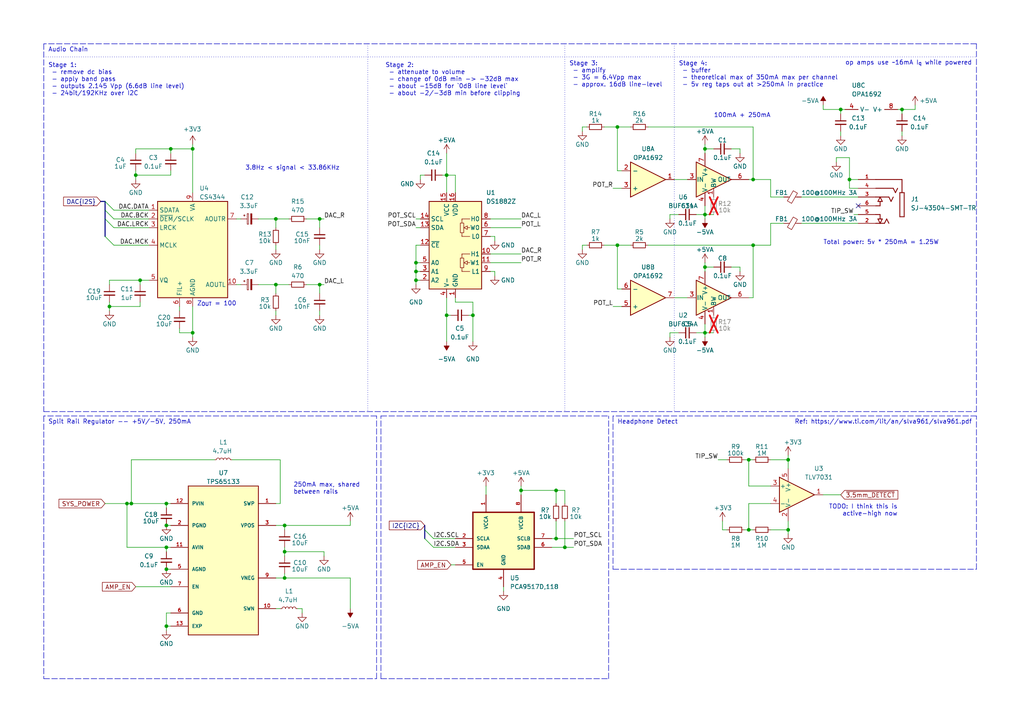
<source format=kicad_sch>
(kicad_sch (version 20230121) (generator eeschema)

  (uuid ec08b9ba-fe7d-4428-ba4a-781ad769f388)

  (paper "A4")

  (title_block
    (title "TANGARA")
    (date "2023-05-30")
    (rev "4")
    (company "made by jacqueline")
    (comment 1 "SPDX-License-Identifier: CERN-OHL-S-2.0")
  )

  

  (junction (at 204.47 43.18) (diameter 0) (color 0 0 0 0)
    (uuid 011ed6b0-5113-4c2d-aaaa-dc13aff03925)
  )
  (junction (at 261.62 31.75) (diameter 0) (color 0 0 0 0)
    (uuid 04005436-70ec-4c53-8fb8-02c610433598)
  )
  (junction (at 39.37 50.8) (diameter 0) (color 0 0 0 0)
    (uuid 1cfa4acf-4126-4e5c-921f-7ad9737927fa)
  )
  (junction (at 40.64 81.28) (diameter 0) (color 0 0 0 0)
    (uuid 1e4f8f48-eb0a-481d-93b7-de4736450f95)
  )
  (junction (at 55.88 96.52) (diameter 0) (color 0 0 0 0)
    (uuid 21a0b965-74e5-41cc-b4ef-f8ced33997d6)
  )
  (junction (at 163.83 158.75) (diameter 0) (color 0 0 0 0)
    (uuid 22fd81b2-7d18-4a60-9c99-c7548ba11887)
  )
  (junction (at 31.75 88.9) (diameter 0) (color 0 0 0 0)
    (uuid 23361d76-7dfc-4b48-bf87-a759eb86f3c2)
  )
  (junction (at 49.53 43.18) (diameter 0) (color 0 0 0 0)
    (uuid 28f64766-eead-4cc9-ab57-d3a1bb6c8f5e)
  )
  (junction (at 80.01 82.55) (diameter 0) (color 0 0 0 0)
    (uuid 2d7f731c-eff0-4d04-912f-56310c0ef00b)
  )
  (junction (at 179.07 71.12) (diameter 0) (color 0 0 0 0)
    (uuid 2dfa9621-cb78-498e-96be-2c4d4475d619)
  )
  (junction (at 246.38 52.07) (diameter 0) (color 0 0 0 0)
    (uuid 391817c6-c5a2-4238-8111-a58868299bde)
  )
  (junction (at 204.47 96.52) (diameter 0) (color 0 0 0 0)
    (uuid 3bbcf88b-ae02-4ccc-afe0-8eb29800bc46)
  )
  (junction (at 36.83 146.05) (diameter 0) (color 0 0 0 0)
    (uuid 41cfe80c-ed53-45e3-a304-67102c0e8041)
  )
  (junction (at 228.6 153.67) (diameter 0) (color 0 0 0 0)
    (uuid 48c2b421-42f7-4630-b07a-6f06b87b72d3)
  )
  (junction (at 151.13 142.24) (diameter 0) (color 0 0 0 0)
    (uuid 4a79101f-870d-4c2b-a648-8eb4867e7298)
  )
  (junction (at 137.16 91.44) (diameter 0) (color 0 0 0 0)
    (uuid 4bb1af36-bbc4-4687-9657-addedec49568)
  )
  (junction (at 48.26 181.61) (diameter 0) (color 0 0 0 0)
    (uuid 4db64468-ee93-439d-a992-d715bf75c23e)
  )
  (junction (at 92.71 63.5) (diameter 0) (color 0 0 0 0)
    (uuid 57b030b9-4078-4518-95b5-bd60d47413e9)
  )
  (junction (at 120.65 81.28) (diameter 0) (color 0 0 0 0)
    (uuid 59408fc4-b764-49af-82c6-d9ffc45f1f16)
  )
  (junction (at 82.55 167.64) (diameter 0) (color 0 0 0 0)
    (uuid 5d4e901f-8e2d-439f-b695-f58dc4d1d722)
  )
  (junction (at 48.26 165.1) (diameter 0) (color 0 0 0 0)
    (uuid 5eb60bca-ef37-4232-83d2-16957d01f875)
  )
  (junction (at 218.44 71.12) (diameter 0) (color 0 0 0 0)
    (uuid 5fc0b250-6b7f-4c94-a318-cc58116e43c6)
  )
  (junction (at 48.26 152.4) (diameter 0) (color 0 0 0 0)
    (uuid 605f8482-ff46-4895-8fe3-ae2dbe46324b)
  )
  (junction (at 55.88 43.18) (diameter 0) (color 0 0 0 0)
    (uuid 66a50bcd-c193-47ce-84b9-1335ae4a370e)
  )
  (junction (at 179.07 36.83) (diameter 0) (color 0 0 0 0)
    (uuid 68af205b-dfee-4ef3-b466-3490c2a8acac)
  )
  (junction (at 48.26 158.75) (diameter 0) (color 0 0 0 0)
    (uuid 70d71be6-bed2-48d9-826d-b1a8b4f8dae1)
  )
  (junction (at 38.1 146.05) (diameter 0) (color 0 0 0 0)
    (uuid 7657c401-f628-49cc-8864-13c1c731adf3)
  )
  (junction (at 120.65 76.2) (diameter 0) (color 0 0 0 0)
    (uuid 7dc1f7f3-e311-453a-a0a7-dc484104fcc3)
  )
  (junction (at 129.54 91.44) (diameter 0) (color 0 0 0 0)
    (uuid 84934738-31ec-4574-9fdb-51cf1b66e6c7)
  )
  (junction (at 218.44 52.07) (diameter 0) (color 0 0 0 0)
    (uuid 9062555f-8d7d-4ef9-b888-a5ab9d843b1c)
  )
  (junction (at 92.71 82.55) (diameter 0) (color 0 0 0 0)
    (uuid 97b44902-4454-4825-9683-bea8f2764021)
  )
  (junction (at 217.17 133.35) (diameter 0) (color 0 0 0 0)
    (uuid a4f476d8-189b-492e-afc9-ef50cd31cba2)
  )
  (junction (at 82.55 152.4) (diameter 0) (color 0 0 0 0)
    (uuid a75c6e90-8a86-4968-bb51-acda877326ca)
  )
  (junction (at 161.29 156.21) (diameter 0) (color 0 0 0 0)
    (uuid ad077a02-bf49-45c1-aa76-f2ea7b60af90)
  )
  (junction (at 82.55 160.02) (diameter 0) (color 0 0 0 0)
    (uuid b1a7f692-bcf9-4514-851c-6b72f8466889)
  )
  (junction (at 48.26 146.05) (diameter 0) (color 0 0 0 0)
    (uuid cb135798-4e99-4cff-9e85-9e5f3f12ca42)
  )
  (junction (at 161.29 142.24) (diameter 0) (color 0 0 0 0)
    (uuid cc3c246d-3abb-40a1-9019-7166b3bffd7e)
  )
  (junction (at 204.47 77.47) (diameter 0) (color 0 0 0 0)
    (uuid ccfd293c-8a8d-4f20-8a61-1ab135f7f927)
  )
  (junction (at 217.17 153.67) (diameter 0) (color 0 0 0 0)
    (uuid d67ba8dc-d2b1-4b4e-b22c-b42ead9fd01b)
  )
  (junction (at 243.84 31.75) (diameter 0) (color 0 0 0 0)
    (uuid d88737ab-93fe-478c-806b-3c95ef5f9408)
  )
  (junction (at 120.65 78.74) (diameter 0) (color 0 0 0 0)
    (uuid dc3b80fd-f71d-462f-83b7-5eaf4f6bd66f)
  )
  (junction (at 204.47 62.23) (diameter 0) (color 0 0 0 0)
    (uuid ed624c1e-c805-412d-bddb-f4836f51d9fd)
  )
  (junction (at 80.01 63.5) (diameter 0) (color 0 0 0 0)
    (uuid ee12146f-735c-4e19-9060-773ba99f8a95)
  )
  (junction (at 129.54 50.8) (diameter 0) (color 0 0 0 0)
    (uuid f0258205-2b21-4254-bc9c-223051251615)
  )
  (junction (at 228.6 133.35) (diameter 0) (color 0 0 0 0)
    (uuid f79c7646-940e-4e5c-9cd6-9a559e766c00)
  )

  (no_connect (at 248.92 59.69) (uuid 73aeb737-0632-43d0-8b95-2615b45ab082))

  (bus_entry (at 30.48 63.5) (size 2.54 2.54)
    (stroke (width 0) (type default))
    (uuid 285b8c91-f024-424f-ad0e-b22ab9ec70f0)
  )
  (bus_entry (at 125.73 158.75) (size -2.54 -2.54)
    (stroke (width 0) (type default))
    (uuid 41d44f34-ee1a-433f-90e3-452d64a45c21)
  )
  (bus_entry (at 30.48 60.96) (size 2.54 2.54)
    (stroke (width 0) (type default))
    (uuid c50876aa-061a-459b-98d4-762074034824)
  )
  (bus_entry (at 30.48 58.42) (size 2.54 2.54)
    (stroke (width 0) (type default))
    (uuid cdb7361b-b8b6-4229-be2a-8f72fb390972)
  )
  (bus_entry (at 125.73 156.21) (size -2.54 -2.54)
    (stroke (width 0) (type default))
    (uuid dcdeca8a-a3b7-49d1-a5c8-f23a39408589)
  )
  (bus_entry (at 30.48 68.58) (size 2.54 2.54)
    (stroke (width 0) (type default))
    (uuid f4b1ac75-c41f-4133-bc6b-660229de6282)
  )

  (wire (pts (xy 52.07 90.17) (xy 52.07 88.9))
    (stroke (width 0) (type default))
    (uuid 00b6e617-fe09-4b8a-94fe-5a7f8eacae47)
  )
  (wire (pts (xy 49.53 43.18) (xy 55.88 43.18))
    (stroke (width 0) (type default))
    (uuid 030c3401-e0b1-43b3-abb4-f7408e37003b)
  )
  (wire (pts (xy 80.01 146.05) (xy 81.28 146.05))
    (stroke (width 0) (type default))
    (uuid 033bde33-6d3c-4075-a9e4-d8c6cd5f9cac)
  )
  (wire (pts (xy 161.29 146.05) (xy 161.29 142.24))
    (stroke (width 0) (type default))
    (uuid 03f37a28-6f92-47fc-b10d-e73b03fe3b09)
  )
  (polyline (pts (xy 12.7 16.51) (xy 283.21 16.51))
    (stroke (width 0) (type dot))
    (uuid 04936617-6037-4442-887e-e3460e5741cd)
  )

  (wire (pts (xy 214.63 43.18) (xy 212.09 43.18))
    (stroke (width 0) (type default))
    (uuid 0564ebf3-7ce3-4f31-a117-6e7019314f59)
  )
  (wire (pts (xy 39.37 49.53) (xy 39.37 50.8))
    (stroke (width 0) (type default))
    (uuid 06173f14-525a-48c0-9c0c-fa7744cdf88d)
  )
  (wire (pts (xy 49.53 50.8) (xy 39.37 50.8))
    (stroke (width 0) (type default))
    (uuid 06a4ebe8-25d6-42de-ac82-3c642b0c7cbc)
  )
  (wire (pts (xy 207.01 77.47) (xy 204.47 77.47))
    (stroke (width 0) (type default))
    (uuid 06e7d6c8-027f-49be-be92-7537f95ff9d1)
  )
  (polyline (pts (xy 283.21 12.7) (xy 12.7 12.7))
    (stroke (width 0) (type dash))
    (uuid 0794b051-7194-4258-8007-cbc9ad225798)
  )

  (wire (pts (xy 261.62 31.75) (xy 260.35 31.75))
    (stroke (width 0) (type default))
    (uuid 08336b4e-48fc-429a-bc78-59cb37a0e80c)
  )
  (wire (pts (xy 180.34 83.82) (xy 179.07 83.82))
    (stroke (width 0) (type default))
    (uuid 085cfbec-c896-40b7-af6a-dcf31c395792)
  )
  (polyline (pts (xy 283.21 119.38) (xy 283.21 12.7))
    (stroke (width 0) (type dash))
    (uuid 08952a97-91e5-45d1-a339-ce6c64d9062e)
  )

  (wire (pts (xy 55.88 43.18) (xy 55.88 55.88))
    (stroke (width 0) (type default))
    (uuid 0a3edb18-153a-4ed0-bbdd-5cae19b5daff)
  )
  (wire (pts (xy 238.76 31.75) (xy 243.84 31.75))
    (stroke (width 0) (type default))
    (uuid 0ac436ce-8154-4302-b3fc-f6d84ac96058)
  )
  (wire (pts (xy 163.83 146.05) (xy 163.83 142.24))
    (stroke (width 0) (type default))
    (uuid 0d6f3f3e-3243-4b45-be22-79118802be28)
  )
  (polyline (pts (xy 163.83 12.7) (xy 163.83 119.38))
    (stroke (width 0) (type dot))
    (uuid 0e55be2d-1201-44b0-85fd-aa43aed9be41)
  )

  (wire (pts (xy 129.54 50.8) (xy 129.54 55.88))
    (stroke (width 0) (type default))
    (uuid 0fcaf391-2c25-4818-9bcb-d64937617e45)
  )
  (wire (pts (xy 38.1 133.35) (xy 62.23 133.35))
    (stroke (width 0) (type default))
    (uuid 10adeaf5-d200-46f7-99ac-17657f184e57)
  )
  (wire (pts (xy 81.28 176.53) (xy 80.01 176.53))
    (stroke (width 0) (type default))
    (uuid 1100e892-8c28-4610-bc4e-a4e237af5436)
  )
  (wire (pts (xy 120.65 63.5) (xy 121.92 63.5))
    (stroke (width 0) (type default))
    (uuid 14f99b78-f045-4406-a729-00f6c0dffb86)
  )
  (wire (pts (xy 142.24 63.5) (xy 151.13 63.5))
    (stroke (width 0) (type default))
    (uuid 1799c9f2-7478-47d9-801c-fd367b144b8c)
  )
  (wire (pts (xy 243.84 31.75) (xy 245.11 31.75))
    (stroke (width 0) (type default))
    (uuid 17b2f167-f362-4904-bb86-de82044f2d75)
  )
  (wire (pts (xy 132.08 87.63) (xy 132.08 86.36))
    (stroke (width 0) (type default))
    (uuid 18294e6b-89c3-4951-a055-1731a7329f5a)
  )
  (wire (pts (xy 223.52 57.15) (xy 227.33 57.15))
    (stroke (width 0) (type default))
    (uuid 1879b8e6-a1c9-4c89-b1a8-ff00071525bd)
  )
  (wire (pts (xy 39.37 44.45) (xy 39.37 43.18))
    (stroke (width 0) (type default))
    (uuid 18a43473-f96c-430e-a93b-fbd8ae7bcb8e)
  )
  (wire (pts (xy 36.83 158.75) (xy 36.83 146.05))
    (stroke (width 0) (type default))
    (uuid 1a309c0e-9275-497a-b2ae-0a822f9e8c4f)
  )
  (wire (pts (xy 121.92 76.2) (xy 120.65 76.2))
    (stroke (width 0) (type default))
    (uuid 1bdf1258-fd20-4e4e-b0c2-a795d506494e)
  )
  (wire (pts (xy 223.52 140.97) (xy 217.17 140.97))
    (stroke (width 0) (type default))
    (uuid 1e1b500e-8c38-43fb-bdc7-79cd487a5ac5)
  )
  (wire (pts (xy 125.73 158.75) (xy 132.08 158.75))
    (stroke (width 0) (type default))
    (uuid 1e5ed5b0-a16b-45a6-be1c-213ed29b09b5)
  )
  (bus (pts (xy 123.19 153.67) (xy 123.19 156.21))
    (stroke (width 0) (type default))
    (uuid 1ecd752d-f6e1-4cea-aafb-1a9f4cc11666)
  )

  (wire (pts (xy 151.13 142.24) (xy 151.13 143.51))
    (stroke (width 0) (type default))
    (uuid 21a7173d-9b9c-441d-9c3a-face8e953364)
  )
  (wire (pts (xy 120.65 78.74) (xy 120.65 81.28))
    (stroke (width 0) (type default))
    (uuid 258d9db3-48f1-4140-a704-b79b61eacfc3)
  )
  (wire (pts (xy 209.55 153.67) (xy 210.82 153.67))
    (stroke (width 0) (type default))
    (uuid 26b59700-30e6-4380-b977-c2f83deaa468)
  )
  (wire (pts (xy 87.63 176.53) (xy 87.63 177.8))
    (stroke (width 0) (type default))
    (uuid 296b801e-7da7-410d-a52c-9c268d306058)
  )
  (wire (pts (xy 261.62 39.37) (xy 261.62 38.1))
    (stroke (width 0) (type default))
    (uuid 2be11417-e59b-4916-87c0-225099bb59a7)
  )
  (wire (pts (xy 142.24 68.58) (xy 143.51 68.58))
    (stroke (width 0) (type default))
    (uuid 2bfc24d5-08a9-4eae-9894-08d63bd66d05)
  )
  (wire (pts (xy 36.83 146.05) (xy 38.1 146.05))
    (stroke (width 0) (type default))
    (uuid 2e2a0422-2a71-4c7a-bb25-4b09b155836f)
  )
  (polyline (pts (xy 283.21 120.65) (xy 177.8 120.65))
    (stroke (width 0) (type dash))
    (uuid 2e93323b-6509-4249-b458-9a1b0bae509e)
  )

  (wire (pts (xy 121.92 50.8) (xy 121.92 52.07))
    (stroke (width 0) (type default))
    (uuid 2eaf01cc-ee47-4182-a7a2-384782319af9)
  )
  (wire (pts (xy 238.76 143.51) (xy 243.84 143.51))
    (stroke (width 0) (type default))
    (uuid 2f83c372-a3a5-4ea2-8ed7-670c9a3e48ae)
  )
  (bus (pts (xy 30.48 60.96) (xy 30.48 63.5))
    (stroke (width 0) (type default))
    (uuid 2faaf30f-d8f7-402c-a887-db423e1d84fd)
  )

  (wire (pts (xy 48.26 147.32) (xy 48.26 146.05))
    (stroke (width 0) (type default))
    (uuid 2fefaa96-783a-4547-a8fc-e5925888318e)
  )
  (wire (pts (xy 242.57 45.72) (xy 242.57 46.99))
    (stroke (width 0) (type default))
    (uuid 3178a1af-56a3-41e9-82bf-3464894ae66a)
  )
  (wire (pts (xy 179.07 36.83) (xy 182.88 36.83))
    (stroke (width 0) (type default))
    (uuid 31ff59c6-54cb-4932-9b19-f66ca6f70761)
  )
  (wire (pts (xy 81.28 146.05) (xy 81.28 133.35))
    (stroke (width 0) (type default))
    (uuid 33845c91-7db8-4c7e-8b3a-fe9c9bc45e4d)
  )
  (wire (pts (xy 207.01 43.18) (xy 204.47 43.18))
    (stroke (width 0) (type default))
    (uuid 357e10e3-a891-4d1f-b563-aad83101e50b)
  )
  (wire (pts (xy 82.55 152.4) (xy 82.55 153.67))
    (stroke (width 0) (type default))
    (uuid 3689e2c2-3212-47ab-bd94-12e3b865f3af)
  )
  (wire (pts (xy 121.92 78.74) (xy 120.65 78.74))
    (stroke (width 0) (type default))
    (uuid 37fe699c-05b4-499a-bdc6-aff930acf9ea)
  )
  (wire (pts (xy 143.51 68.58) (xy 143.51 69.85))
    (stroke (width 0) (type default))
    (uuid 3867cb3d-35e4-49e9-b90c-1641ef571778)
  )
  (wire (pts (xy 194.31 63.5) (xy 194.31 62.23))
    (stroke (width 0) (type default))
    (uuid 38a622ed-f65e-4027-87d6-5f69b95a11aa)
  )
  (polyline (pts (xy 109.22 120.65) (xy 12.7 120.65))
    (stroke (width 0) (type dash))
    (uuid 38f592b0-e8f3-469b-a625-7b7f8c468710)
  )

  (wire (pts (xy 55.88 96.52) (xy 55.88 88.9))
    (stroke (width 0) (type default))
    (uuid 394d961b-1fde-491b-9028-8631da49a1fc)
  )
  (wire (pts (xy 243.84 33.02) (xy 243.84 31.75))
    (stroke (width 0) (type default))
    (uuid 399ee182-8208-4ce1-a196-5d036c4ad4ab)
  )
  (wire (pts (xy 48.26 182.88) (xy 48.26 181.61))
    (stroke (width 0) (type default))
    (uuid 3a1644b6-98f5-4384-b467-bff5a39476d8)
  )
  (wire (pts (xy 228.6 132.08) (xy 228.6 133.35))
    (stroke (width 0) (type default))
    (uuid 3aeec331-d529-4e19-b7c9-53461541a4d1)
  )
  (wire (pts (xy 187.96 71.12) (xy 218.44 71.12))
    (stroke (width 0) (type default))
    (uuid 3d3ddfdc-b63e-4ed5-a2c0-32f73e9d659a)
  )
  (wire (pts (xy 101.6 167.64) (xy 82.55 167.64))
    (stroke (width 0) (type default))
    (uuid 3e840ec9-1bb4-4665-967f-909237c229bf)
  )
  (wire (pts (xy 223.52 57.15) (xy 223.52 52.07))
    (stroke (width 0) (type default))
    (uuid 3efc50b2-d4f1-4c46-bc9d-45bd93e1b3e3)
  )
  (wire (pts (xy 142.24 78.74) (xy 143.51 78.74))
    (stroke (width 0) (type default))
    (uuid 43d49597-b5fd-45fa-8cee-f8b1a2e35f3d)
  )
  (wire (pts (xy 38.1 146.05) (xy 38.1 133.35))
    (stroke (width 0) (type default))
    (uuid 45a6201a-134c-4d7e-8499-360389bfa14d)
  )
  (wire (pts (xy 204.47 62.23) (xy 207.01 62.23))
    (stroke (width 0) (type default))
    (uuid 45d78883-419e-4dd1-bb7b-9833ff2e295e)
  )
  (wire (pts (xy 143.51 78.74) (xy 143.51 80.01))
    (stroke (width 0) (type default))
    (uuid 45f8a99b-8b15-4f8f-875d-2cb53fc7065d)
  )
  (wire (pts (xy 74.93 63.5) (xy 80.01 63.5))
    (stroke (width 0) (type default))
    (uuid 46875cc4-cc80-4c67-af8d-cb77f1fc6b30)
  )
  (wire (pts (xy 129.54 50.8) (xy 132.08 50.8))
    (stroke (width 0) (type default))
    (uuid 47e49d32-1810-41b1-83e6-7679818d9eb4)
  )
  (wire (pts (xy 217.17 140.97) (xy 217.17 133.35))
    (stroke (width 0) (type default))
    (uuid 4a47a600-cd01-4e5f-bdca-ea1120aa26f8)
  )
  (wire (pts (xy 161.29 151.13) (xy 161.29 156.21))
    (stroke (width 0) (type default))
    (uuid 4a5d06b3-b511-4c51-9e8e-e84647c4635a)
  )
  (wire (pts (xy 261.62 33.02) (xy 261.62 31.75))
    (stroke (width 0) (type default))
    (uuid 4b4c3905-311e-46a2-a84e-f902e6c1da75)
  )
  (bus (pts (xy 30.48 63.5) (xy 30.48 68.58))
    (stroke (width 0) (type default))
    (uuid 4bf819f6-86e9-4cec-80c8-145c061d2e3e)
  )

  (polyline (pts (xy 176.53 196.85) (xy 176.53 120.65))
    (stroke (width 0) (type dash))
    (uuid 4c4dd670-c6df-47e6-9d7d-99839e0f3e08)
  )

  (wire (pts (xy 49.53 43.18) (xy 49.53 44.45))
    (stroke (width 0) (type default))
    (uuid 4cc9565d-8063-4b11-a1c9-f0ae76820b11)
  )
  (wire (pts (xy 265.43 31.75) (xy 261.62 31.75))
    (stroke (width 0) (type default))
    (uuid 50d9231e-3f01-44ea-b89e-5bd7136de3ce)
  )
  (wire (pts (xy 163.83 142.24) (xy 161.29 142.24))
    (stroke (width 0) (type default))
    (uuid 5190f2b1-c6b0-49cd-843f-17263acbde50)
  )
  (wire (pts (xy 223.52 146.05) (xy 217.17 146.05))
    (stroke (width 0) (type default))
    (uuid 52a1ad54-3c04-4cd6-b1ad-e355eb4e22af)
  )
  (wire (pts (xy 163.83 151.13) (xy 163.83 158.75))
    (stroke (width 0) (type default))
    (uuid 543abdef-839b-4e13-b254-b7380db2e23b)
  )
  (wire (pts (xy 194.31 62.23) (xy 196.85 62.23))
    (stroke (width 0) (type default))
    (uuid 5494c6dc-daf2-4b5b-9ddd-2313adc47808)
  )
  (wire (pts (xy 82.55 160.02) (xy 82.55 161.29))
    (stroke (width 0) (type default))
    (uuid 5569fb23-2de4-446c-9894-05534be12703)
  )
  (wire (pts (xy 101.6 151.13) (xy 101.6 152.4))
    (stroke (width 0) (type default))
    (uuid 558db909-f4cf-41f7-a80c-2aee8e9fa9f2)
  )
  (wire (pts (xy 246.38 45.72) (xy 242.57 45.72))
    (stroke (width 0) (type default))
    (uuid 55915ebb-4043-47a1-a323-f21c49fd55ec)
  )
  (polyline (pts (xy 283.21 165.1) (xy 283.21 120.65))
    (stroke (width 0) (type dash))
    (uuid 563d1dad-d400-4a1b-a33c-ca2de1904924)
  )

  (wire (pts (xy 161.29 142.24) (xy 151.13 142.24))
    (stroke (width 0) (type default))
    (uuid 56c752e4-9827-480a-94e9-8cd685bb95e7)
  )
  (wire (pts (xy 218.44 52.07) (xy 218.44 36.83))
    (stroke (width 0) (type default))
    (uuid 5725db4c-be35-40d8-89c3-c74ec7c2ff14)
  )
  (wire (pts (xy 39.37 43.18) (xy 49.53 43.18))
    (stroke (width 0) (type default))
    (uuid 575a49bd-ce02-47e0-8eb8-847f6b505519)
  )
  (wire (pts (xy 215.9 153.67) (xy 217.17 153.67))
    (stroke (width 0) (type default))
    (uuid 579722a8-49e6-4382-b9d5-e58ea63292c2)
  )
  (wire (pts (xy 129.54 91.44) (xy 129.54 99.06))
    (stroke (width 0) (type default))
    (uuid 58e9bfcf-0e41-439b-b03a-cc038c185573)
  )
  (wire (pts (xy 80.01 63.5) (xy 83.82 63.5))
    (stroke (width 0) (type default))
    (uuid 5b7918fc-c016-4351-94a6-26c68758d66b)
  )
  (wire (pts (xy 179.07 49.53) (xy 179.07 36.83))
    (stroke (width 0) (type default))
    (uuid 5e132b24-ee7a-45a6-ac8d-151af116c023)
  )
  (wire (pts (xy 130.81 163.83) (xy 132.08 163.83))
    (stroke (width 0) (type default))
    (uuid 5f69e001-8e4a-4018-abfe-685d6f191571)
  )
  (wire (pts (xy 223.52 52.07) (xy 218.44 52.07))
    (stroke (width 0) (type default))
    (uuid 5f9b6634-ea83-41ce-b61e-d21158c32936)
  )
  (wire (pts (xy 82.55 152.4) (xy 101.6 152.4))
    (stroke (width 0) (type default))
    (uuid 610c3767-b4a9-48c5-b1d9-d2d7a28f66b5)
  )
  (wire (pts (xy 204.47 97.79) (xy 204.47 96.52))
    (stroke (width 0) (type default))
    (uuid 614d4c4c-cae5-4327-b888-a05dc7708496)
  )
  (wire (pts (xy 92.71 82.55) (xy 93.98 82.55))
    (stroke (width 0) (type default))
    (uuid 61ded04a-3047-4766-8ec7-242b5ff5bb89)
  )
  (wire (pts (xy 120.65 66.04) (xy 121.92 66.04))
    (stroke (width 0) (type default))
    (uuid 61dfd267-78a7-4134-aa00-63857c9e7333)
  )
  (wire (pts (xy 177.8 54.61) (xy 180.34 54.61))
    (stroke (width 0) (type default))
    (uuid 624f8a6c-5c32-4c51-9d89-b91174da47a9)
  )
  (wire (pts (xy 31.75 88.9) (xy 31.75 90.17))
    (stroke (width 0) (type default))
    (uuid 645d1e16-b384-4e22-b3a3-43ad803900d3)
  )
  (wire (pts (xy 204.47 41.91) (xy 204.47 43.18))
    (stroke (width 0) (type default))
    (uuid 64cf9425-c6fd-49c6-8670-2394b89070da)
  )
  (wire (pts (xy 215.9 133.35) (xy 217.17 133.35))
    (stroke (width 0) (type default))
    (uuid 65e5403a-fdd7-4460-9f45-b686f882a529)
  )
  (wire (pts (xy 68.58 82.55) (xy 69.85 82.55))
    (stroke (width 0) (type default))
    (uuid 67ddd43f-cefd-469e-92d8-ac348f62fa89)
  )
  (wire (pts (xy 223.52 71.12) (xy 218.44 71.12))
    (stroke (width 0) (type default))
    (uuid 6893410f-eded-4218-979c-68dc9dc0ccfe)
  )
  (wire (pts (xy 33.02 60.96) (xy 43.18 60.96))
    (stroke (width 0) (type default))
    (uuid 689e68e1-0b97-46ac-b969-a3a9816d3598)
  )
  (wire (pts (xy 33.02 63.5) (xy 43.18 63.5))
    (stroke (width 0) (type default))
    (uuid 68fddddd-ce8c-4212-ba11-45230f7ab7c5)
  )
  (wire (pts (xy 201.93 62.23) (xy 204.47 62.23))
    (stroke (width 0) (type default))
    (uuid 69a103ed-523b-4d80-bcce-8af23591b6c0)
  )
  (wire (pts (xy 187.96 36.83) (xy 218.44 36.83))
    (stroke (width 0) (type default))
    (uuid 6a970ca2-3363-4910-a1fe-877c971642b4)
  )
  (wire (pts (xy 132.08 55.88) (xy 132.08 50.8))
    (stroke (width 0) (type default))
    (uuid 6b01636b-92b0-41f5-b900-eab537089f84)
  )
  (wire (pts (xy 223.52 133.35) (xy 228.6 133.35))
    (stroke (width 0) (type default))
    (uuid 6c21aa8c-16e6-4332-8d62-beecc00f8cd4)
  )
  (wire (pts (xy 161.29 156.21) (xy 166.37 156.21))
    (stroke (width 0) (type default))
    (uuid 6c4913ae-cc97-497b-8c92-3d5bd89bf74e)
  )
  (wire (pts (xy 247.65 62.23) (xy 248.92 62.23))
    (stroke (width 0) (type default))
    (uuid 6e61a1e2-0207-4433-ba9b-c4cdffdc7d8d)
  )
  (wire (pts (xy 80.01 152.4) (xy 82.55 152.4))
    (stroke (width 0) (type default))
    (uuid 6ea9c839-8318-4e9e-8e83-7bcb9d3303ba)
  )
  (wire (pts (xy 121.92 71.12) (xy 120.65 71.12))
    (stroke (width 0) (type default))
    (uuid 6eddb9cc-43e0-4881-8428-625f83c3333d)
  )
  (wire (pts (xy 38.1 146.05) (xy 48.26 146.05))
    (stroke (width 0) (type default))
    (uuid 6f66e16b-faa2-4579-8fab-44abdad3d413)
  )
  (wire (pts (xy 92.71 63.5) (xy 93.98 63.5))
    (stroke (width 0) (type default))
    (uuid 6f8c53b5-2e9e-4457-bc6b-16e1df41c69f)
  )
  (wire (pts (xy 74.93 82.55) (xy 80.01 82.55))
    (stroke (width 0) (type default))
    (uuid 7077ed7a-81e5-4feb-91c7-6a77eec1b5c4)
  )
  (wire (pts (xy 218.44 86.36) (xy 218.44 71.12))
    (stroke (width 0) (type default))
    (uuid 7153e81f-6ef0-4aaa-810e-487d7524fab1)
  )
  (wire (pts (xy 128.27 50.8) (xy 129.54 50.8))
    (stroke (width 0) (type default))
    (uuid 7177952b-e58f-4388-b007-44403f97dda8)
  )
  (wire (pts (xy 137.16 87.63) (xy 137.16 91.44))
    (stroke (width 0) (type default))
    (uuid 756a9447-2152-4566-a947-0b69bd5b0aa3)
  )
  (bus (pts (xy 29.21 58.42) (xy 30.48 58.42))
    (stroke (width 0) (type default))
    (uuid 76be6079-0870-4338-8e61-fe75eaf90b3f)
  )

  (wire (pts (xy 48.26 181.61) (xy 49.53 181.61))
    (stroke (width 0) (type default))
    (uuid 77b1be36-5849-4953-a33b-99305e3a2847)
  )
  (wire (pts (xy 177.8 88.9) (xy 180.34 88.9))
    (stroke (width 0) (type default))
    (uuid 78d78e7b-d979-4d18-adf2-e62244507ec2)
  )
  (wire (pts (xy 52.07 95.25) (xy 52.07 96.52))
    (stroke (width 0) (type default))
    (uuid 792f1028-404a-465b-8083-8733342b43e0)
  )
  (wire (pts (xy 120.65 71.12) (xy 120.65 76.2))
    (stroke (width 0) (type default))
    (uuid 7aac1eb5-405e-4ee2-ad28-dbe8f1690ee4)
  )
  (bus (pts (xy 30.48 58.42) (xy 30.48 60.96))
    (stroke (width 0) (type default))
    (uuid 7bc01167-391d-4893-9eff-d1c69ee68685)
  )

  (polyline (pts (xy 177.8 165.1) (xy 283.21 165.1))
    (stroke (width 0) (type dash))
    (uuid 7d666a20-40d6-4df3-be5c-e16cc154885e)
  )

  (wire (pts (xy 82.55 158.75) (xy 82.55 160.02))
    (stroke (width 0) (type default))
    (uuid 7d6ed1f2-c911-41aa-833e-0c023765920b)
  )
  (wire (pts (xy 217.17 153.67) (xy 218.44 153.67))
    (stroke (width 0) (type default))
    (uuid 7e2e85d5-096f-484b-9228-8a1008014f8d)
  )
  (wire (pts (xy 194.31 96.52) (xy 196.85 96.52))
    (stroke (width 0) (type default))
    (uuid 7e4dc972-a8bc-4dad-a965-f0cb64e7a146)
  )
  (wire (pts (xy 30.48 146.05) (xy 36.83 146.05))
    (stroke (width 0) (type default))
    (uuid 7fa437ca-c2c2-48ae-b09c-8626f975139c)
  )
  (polyline (pts (xy 12.7 12.7) (xy 12.7 119.38))
    (stroke (width 0) (type dash))
    (uuid 7fcaec35-21af-4a53-9703-a269984bc58f)
  )

  (wire (pts (xy 228.6 154.94) (xy 228.6 153.67))
    (stroke (width 0) (type default))
    (uuid 8112f9b8-8913-4a32-a441-5cf76ed72c89)
  )
  (wire (pts (xy 80.01 85.09) (xy 80.01 82.55))
    (stroke (width 0) (type default))
    (uuid 8115c02e-6fd8-4827-8ed8-7dd8cffa326f)
  )
  (wire (pts (xy 120.65 82.55) (xy 120.65 81.28))
    (stroke (width 0) (type default))
    (uuid 84cd7d43-9033-486e-8525-c5b21395de85)
  )
  (wire (pts (xy 204.47 96.52) (xy 204.47 93.98))
    (stroke (width 0) (type default))
    (uuid 85d157e8-152b-4495-8230-fdd16d4297a9)
  )
  (wire (pts (xy 204.47 76.2) (xy 204.47 77.47))
    (stroke (width 0) (type default))
    (uuid 85d1ffd3-b2fb-4df5-a8db-e6eb40e2a803)
  )
  (wire (pts (xy 246.38 52.07) (xy 246.38 45.72))
    (stroke (width 0) (type default))
    (uuid 8816efab-62de-4b02-8d5e-36de06d8c90e)
  )
  (polyline (pts (xy 109.22 196.85) (xy 109.22 120.65))
    (stroke (width 0) (type dash))
    (uuid 88770664-8fb7-47ca-a9c7-4a9e9dcaaa5f)
  )
  (polyline (pts (xy 110.49 120.65) (xy 176.53 120.65))
    (stroke (width 0) (type dash))
    (uuid 8896d4ad-24ea-438f-9b47-44f48d5ec775)
  )

  (wire (pts (xy 52.07 96.52) (xy 55.88 96.52))
    (stroke (width 0) (type default))
    (uuid 89c352f1-8754-48a3-b469-caffacb2f93c)
  )
  (bus (pts (xy 123.19 152.4) (xy 123.19 153.67))
    (stroke (width 0) (type default))
    (uuid 8cdbb7a2-99e0-4041-8c2b-b5bef7adf28c)
  )

  (wire (pts (xy 194.31 97.79) (xy 194.31 96.52))
    (stroke (width 0) (type default))
    (uuid 8da32450-5358-48f2-9571-2590554ac598)
  )
  (wire (pts (xy 129.54 44.45) (xy 129.54 50.8))
    (stroke (width 0) (type default))
    (uuid 8ddbabba-0a19-4c52-b171-9073258abda9)
  )
  (wire (pts (xy 137.16 91.44) (xy 137.16 99.06))
    (stroke (width 0) (type default))
    (uuid 8eb6fc86-ed75-4241-a6b3-afe4bc08562b)
  )
  (wire (pts (xy 120.65 81.28) (xy 121.92 81.28))
    (stroke (width 0) (type default))
    (uuid 8f0f13fb-b065-4b6e-8088-df8decbb311b)
  )
  (wire (pts (xy 92.71 72.39) (xy 92.71 71.12))
    (stroke (width 0) (type default))
    (uuid 920fa5a3-f10b-4af6-b565-3bc419290fc9)
  )
  (wire (pts (xy 68.58 63.5) (xy 69.85 63.5))
    (stroke (width 0) (type default))
    (uuid 9274d69e-f79a-4431-ba58-8d363bb37565)
  )
  (wire (pts (xy 246.38 54.61) (xy 248.92 54.61))
    (stroke (width 0) (type default))
    (uuid 92ea6075-f5f1-4cad-b16a-0ac70748531f)
  )
  (wire (pts (xy 80.01 91.44) (xy 80.01 90.17))
    (stroke (width 0) (type default))
    (uuid 93326615-39d0-4707-81f0-276c2d3cc112)
  )
  (wire (pts (xy 204.47 62.23) (xy 204.47 59.69))
    (stroke (width 0) (type default))
    (uuid 942ea572-591e-4627-887b-bbf1c517ebc4)
  )
  (wire (pts (xy 195.58 52.07) (xy 199.39 52.07))
    (stroke (width 0) (type default))
    (uuid 94ee699e-9ffb-4c14-97e6-3114207ef9c4)
  )
  (wire (pts (xy 217.17 133.35) (xy 218.44 133.35))
    (stroke (width 0) (type default))
    (uuid 986f9e0a-dcf4-4721-941e-50b5ae760868)
  )
  (wire (pts (xy 163.83 158.75) (xy 160.02 158.75))
    (stroke (width 0) (type default))
    (uuid 989ec273-376a-41cf-acf3-0654742bdde5)
  )
  (wire (pts (xy 49.53 49.53) (xy 49.53 50.8))
    (stroke (width 0) (type default))
    (uuid 9cd9519c-7dfc-4a85-a2e0-d3d4eb104b72)
  )
  (wire (pts (xy 223.52 64.77) (xy 223.52 71.12))
    (stroke (width 0) (type default))
    (uuid 9fa82cb8-a92e-4a26-9d3b-7f46fc41ece6)
  )
  (wire (pts (xy 93.98 160.02) (xy 82.55 160.02))
    (stroke (width 0) (type default))
    (uuid 9fb8c32d-b6a1-4d58-b42d-37d2243db651)
  )
  (wire (pts (xy 142.24 73.66) (xy 151.13 73.66))
    (stroke (width 0) (type default))
    (uuid 9fcb78fd-ee53-4065-9443-2972a28df8fa)
  )
  (wire (pts (xy 214.63 77.47) (xy 212.09 77.47))
    (stroke (width 0) (type default))
    (uuid a0333631-a712-4467-83e7-33282cb6ae28)
  )
  (wire (pts (xy 80.01 72.39) (xy 80.01 71.12))
    (stroke (width 0) (type default))
    (uuid a358c0d7-693a-4bd8-b42a-29d4490dfd8b)
  )
  (wire (pts (xy 243.84 39.37) (xy 243.84 38.1))
    (stroke (width 0) (type default))
    (uuid a5aaee57-f230-4b11-b003-8773249391de)
  )
  (wire (pts (xy 80.01 66.04) (xy 80.01 63.5))
    (stroke (width 0) (type default))
    (uuid a5bce1ce-6c9f-4992-bbdb-3fa374c3029c)
  )
  (polyline (pts (xy 12.7 120.65) (xy 12.7 196.85))
    (stroke (width 0) (type dash))
    (uuid a6978fea-576e-4e98-a424-3b13237d58b0)
  )

  (wire (pts (xy 125.73 156.21) (xy 132.08 156.21))
    (stroke (width 0) (type default))
    (uuid a73eb884-ceba-4443-b461-04499bc6e4ec)
  )
  (wire (pts (xy 39.37 170.18) (xy 49.53 170.18))
    (stroke (width 0) (type default))
    (uuid a7b2819e-e831-41f8-8c4b-20466bc03655)
  )
  (wire (pts (xy 265.43 31.75) (xy 265.43 30.48))
    (stroke (width 0) (type default))
    (uuid a854963a-e3a1-4b63-9536-aba03b4b1033)
  )
  (wire (pts (xy 80.01 167.64) (xy 82.55 167.64))
    (stroke (width 0) (type default))
    (uuid a86db2cf-0917-49ae-a40d-e5350293fa1e)
  )
  (polyline (pts (xy 12.7 196.85) (xy 109.22 196.85))
    (stroke (width 0) (type dash))
    (uuid aa337bcc-ca3d-4429-b56e-99b5025d22ce)
  )

  (wire (pts (xy 142.24 76.2) (xy 151.13 76.2))
    (stroke (width 0) (type default))
    (uuid aaca8356-ece8-47af-8743-0bb535720665)
  )
  (wire (pts (xy 55.88 97.79) (xy 55.88 96.52))
    (stroke (width 0) (type default))
    (uuid abe8c635-caec-4ecb-a952-549a08a62820)
  )
  (wire (pts (xy 48.26 165.1) (xy 49.53 165.1))
    (stroke (width 0) (type default))
    (uuid ac6ae26f-0ae5-4131-aedc-d00e71f751f7)
  )
  (wire (pts (xy 151.13 140.97) (xy 151.13 142.24))
    (stroke (width 0) (type default))
    (uuid acad671b-3cff-4f10-8056-fd33fd162ee9)
  )
  (wire (pts (xy 120.65 76.2) (xy 120.65 78.74))
    (stroke (width 0) (type default))
    (uuid acd476cd-f997-45f4-b8be-23ca4fa065ca)
  )
  (wire (pts (xy 137.16 87.63) (xy 132.08 87.63))
    (stroke (width 0) (type default))
    (uuid aea611c0-63c2-4e57-b19c-6032dcac9815)
  )
  (wire (pts (xy 48.26 158.75) (xy 49.53 158.75))
    (stroke (width 0) (type default))
    (uuid af248fdf-9f1f-4ad1-a3e5-585f3f6ea739)
  )
  (wire (pts (xy 209.55 151.13) (xy 209.55 153.67))
    (stroke (width 0) (type default))
    (uuid af351f40-01af-4f09-8359-0e74ad05f820)
  )
  (wire (pts (xy 48.26 152.4) (xy 49.53 152.4))
    (stroke (width 0) (type default))
    (uuid b1ea5d4a-2343-4ae3-baa2-f58d4cb41f8a)
  )
  (wire (pts (xy 161.29 156.21) (xy 160.02 156.21))
    (stroke (width 0) (type default))
    (uuid b23f320b-5061-4eff-89dc-39c07cc6d4a4)
  )
  (wire (pts (xy 130.81 91.44) (xy 129.54 91.44))
    (stroke (width 0) (type default))
    (uuid b28ce3fd-e2df-4a01-bead-350389ef58fb)
  )
  (wire (pts (xy 223.52 64.77) (xy 227.33 64.77))
    (stroke (width 0) (type default))
    (uuid b2e297d1-827e-4233-842d-d5ad5571263b)
  )
  (wire (pts (xy 204.47 63.5) (xy 204.47 62.23))
    (stroke (width 0) (type default))
    (uuid b49d1161-4b9d-4e7e-952d-4a5bd32d8b7c)
  )
  (wire (pts (xy 33.02 71.12) (xy 43.18 71.12))
    (stroke (width 0) (type default))
    (uuid b7676cd3-c10f-43c1-bf87-5444abf981ae)
  )
  (wire (pts (xy 142.24 66.04) (xy 151.13 66.04))
    (stroke (width 0) (type default))
    (uuid b81768a7-1327-478d-a81a-1584dde040d3)
  )
  (wire (pts (xy 101.6 176.53) (xy 101.6 167.64))
    (stroke (width 0) (type default))
    (uuid b985b25c-415a-4952-8297-b4aab34c10f4)
  )
  (wire (pts (xy 81.28 133.35) (xy 67.31 133.35))
    (stroke (width 0) (type default))
    (uuid ba34a5cf-df88-4b08-bc4b-d500af2fb569)
  )
  (wire (pts (xy 31.75 81.28) (xy 31.75 82.55))
    (stroke (width 0) (type default))
    (uuid ba623662-7ea0-49e5-acff-32c2c0bcd6a5)
  )
  (wire (pts (xy 204.47 96.52) (xy 207.01 96.52))
    (stroke (width 0) (type default))
    (uuid bab48efa-10cc-4749-b79a-d78889cf87fd)
  )
  (wire (pts (xy 208.28 133.35) (xy 210.82 133.35))
    (stroke (width 0) (type default))
    (uuid bb74fc4e-6884-4d79-9e4f-48af7977e9f9)
  )
  (wire (pts (xy 40.64 87.63) (xy 40.64 88.9))
    (stroke (width 0) (type default))
    (uuid bc5a1f98-fe95-4cdf-b1db-6d62af188bfb)
  )
  (wire (pts (xy 217.17 86.36) (xy 218.44 86.36))
    (stroke (width 0) (type default))
    (uuid bcc17469-d9f7-40fc-ab35-4c20445003fa)
  )
  (wire (pts (xy 195.58 86.36) (xy 199.39 86.36))
    (stroke (width 0) (type default))
    (uuid bdf6f465-9361-4b2e-8fe5-5c67ca29112a)
  )
  (wire (pts (xy 48.26 146.05) (xy 49.53 146.05))
    (stroke (width 0) (type default))
    (uuid bee4a038-d978-4140-8bb6-703571a6ad30)
  )
  (wire (pts (xy 82.55 166.37) (xy 82.55 167.64))
    (stroke (width 0) (type default))
    (uuid c0093d3e-5e33-4213-ba8d-39db2dd164b4)
  )
  (wire (pts (xy 204.47 43.18) (xy 204.47 44.45))
    (stroke (width 0) (type default))
    (uuid c09e08b1-8f91-4ec9-b9c0-3e6d2b0d073a)
  )
  (wire (pts (xy 92.71 91.44) (xy 92.71 90.17))
    (stroke (width 0) (type default))
    (uuid c1c0e376-bcce-4026-9cba-7cadd5e1e110)
  )
  (wire (pts (xy 92.71 82.55) (xy 92.71 85.09))
    (stroke (width 0) (type default))
    (uuid c3b7509c-ac5e-4355-abb6-6b05548b1723)
  )
  (polyline (pts (xy 110.49 196.85) (xy 176.53 196.85))
    (stroke (width 0) (type dash))
    (uuid c62b5b1d-d346-471a-9c62-0322b8909999)
  )

  (wire (pts (xy 140.97 140.97) (xy 140.97 143.51))
    (stroke (width 0) (type default))
    (uuid c6b9512a-8f0d-4682-90e0-19da4cb59946)
  )
  (wire (pts (xy 86.36 176.53) (xy 87.63 176.53))
    (stroke (width 0) (type default))
    (uuid c7500649-7114-4ebf-941d-5aad518af6df)
  )
  (wire (pts (xy 180.34 49.53) (xy 179.07 49.53))
    (stroke (width 0) (type default))
    (uuid c8604bed-0cf2-46b0-841b-9ad3789cdd27)
  )
  (wire (pts (xy 175.26 36.83) (xy 179.07 36.83))
    (stroke (width 0) (type default))
    (uuid cad263aa-0dc5-44c7-8008-f60aaa685024)
  )
  (wire (pts (xy 204.47 77.47) (xy 204.47 78.74))
    (stroke (width 0) (type default))
    (uuid cb88a11d-abbb-4aee-bb64-1bfddf5c0611)
  )
  (wire (pts (xy 217.17 52.07) (xy 218.44 52.07))
    (stroke (width 0) (type default))
    (uuid cbf46851-26db-4c83-a572-ecb7b49e282d)
  )
  (wire (pts (xy 168.91 38.1) (xy 168.91 36.83))
    (stroke (width 0) (type default))
    (uuid cc65b0ec-2902-46d5-baad-1e05ecc01188)
  )
  (wire (pts (xy 179.07 83.82) (xy 179.07 71.12))
    (stroke (width 0) (type default))
    (uuid cd52805f-aeb3-4c38-adb1-ff0c32594eaa)
  )
  (wire (pts (xy 228.6 133.35) (xy 228.6 135.89))
    (stroke (width 0) (type default))
    (uuid d19b231c-c394-4a67-9335-de498ee34680)
  )
  (wire (pts (xy 163.83 158.75) (xy 166.37 158.75))
    (stroke (width 0) (type default))
    (uuid d32ee0ac-6da7-4e6d-892d-9d039513af51)
  )
  (wire (pts (xy 48.26 158.75) (xy 36.83 158.75))
    (stroke (width 0) (type default))
    (uuid d5b96b4c-1688-4ab1-a977-aab2f06f6fa5)
  )
  (wire (pts (xy 80.01 82.55) (xy 83.82 82.55))
    (stroke (width 0) (type default))
    (uuid d8c494e7-4b70-4dec-8f70-ba0e1c0103d4)
  )
  (wire (pts (xy 33.02 66.04) (xy 43.18 66.04))
    (stroke (width 0) (type default))
    (uuid daa22975-dbe0-40c8-b455-fc81a7745e22)
  )
  (wire (pts (xy 43.18 81.28) (xy 40.64 81.28))
    (stroke (width 0) (type default))
    (uuid db1acc63-2e69-486d-b48f-f12775027c82)
  )
  (wire (pts (xy 40.64 81.28) (xy 31.75 81.28))
    (stroke (width 0) (type default))
    (uuid dbc6eb7f-80f7-4c13-a71d-306b058e076a)
  )
  (wire (pts (xy 40.64 88.9) (xy 31.75 88.9))
    (stroke (width 0) (type default))
    (uuid dbdf09f9-5672-43d0-8e38-91c0d8ea09ed)
  )
  (wire (pts (xy 201.93 96.52) (xy 204.47 96.52))
    (stroke (width 0) (type default))
    (uuid dce88a79-9b3c-4f8a-a312-b7bb4842b12c)
  )
  (wire (pts (xy 31.75 87.63) (xy 31.75 88.9))
    (stroke (width 0) (type default))
    (uuid dceb0b56-b6a7-4245-ac9e-41dc60879a6f)
  )
  (wire (pts (xy 214.63 44.45) (xy 214.63 43.18))
    (stroke (width 0) (type default))
    (uuid dcef83bd-d5d5-4eb5-bdbc-821adfc0af79)
  )
  (wire (pts (xy 246.38 52.07) (xy 248.92 52.07))
    (stroke (width 0) (type default))
    (uuid dcfdcc7d-dcf4-4759-8352-3f000ef86353)
  )
  (wire (pts (xy 217.17 146.05) (xy 217.17 153.67))
    (stroke (width 0) (type default))
    (uuid dd2194a6-0c7e-4993-a59f-6078ee04da76)
  )
  (wire (pts (xy 93.98 161.29) (xy 93.98 160.02))
    (stroke (width 0) (type default))
    (uuid dd883520-9749-48dc-8d0f-9700a9525f23)
  )
  (wire (pts (xy 49.53 177.8) (xy 48.26 177.8))
    (stroke (width 0) (type default))
    (uuid de77b7db-3f2e-4820-872b-24ae3a58acf9)
  )
  (wire (pts (xy 48.26 160.02) (xy 48.26 158.75))
    (stroke (width 0) (type default))
    (uuid dfba1dbd-2794-414b-966e-9e49ae824afb)
  )
  (wire (pts (xy 168.91 72.39) (xy 168.91 71.12))
    (stroke (width 0) (type default))
    (uuid e060365c-0097-4144-b8b3-fdbdc66a8bd0)
  )
  (wire (pts (xy 179.07 71.12) (xy 182.88 71.12))
    (stroke (width 0) (type default))
    (uuid e08eb748-5891-4d2d-ad8e-5055fe16b8fb)
  )
  (wire (pts (xy 146.05 171.45) (xy 146.05 170.18))
    (stroke (width 0) (type default))
    (uuid e1aa813d-0f5d-4d69-83bf-f95b348c9ae4)
  )
  (wire (pts (xy 40.64 81.28) (xy 40.64 82.55))
    (stroke (width 0) (type default))
    (uuid e2a0cf66-6123-455c-97f0-d6e468ba4bc3)
  )
  (wire (pts (xy 223.52 153.67) (xy 228.6 153.67))
    (stroke (width 0) (type default))
    (uuid e33b4ef5-20ed-48e0-86a6-f90e6dc8d388)
  )
  (wire (pts (xy 246.38 52.07) (xy 246.38 54.61))
    (stroke (width 0) (type default))
    (uuid e4580d73-2b2f-4d18-b2bb-94045251a1f2)
  )
  (wire (pts (xy 135.89 91.44) (xy 137.16 91.44))
    (stroke (width 0) (type default))
    (uuid e4dd9e62-9845-41fe-a49f-f919ff81a13d)
  )
  (polyline (pts (xy 106.68 12.7) (xy 106.68 119.38))
    (stroke (width 0) (type dot))
    (uuid e5b73b86-5eab-4f04-8a29-bbf96896ea46)
  )

  (wire (pts (xy 92.71 63.5) (xy 92.71 66.04))
    (stroke (width 0) (type default))
    (uuid e67bc219-f056-4330-8a4e-dbe24e432111)
  )
  (wire (pts (xy 88.9 82.55) (xy 92.71 82.55))
    (stroke (width 0) (type default))
    (uuid e74f5737-dba1-4593-bdad-72b00443ce40)
  )
  (polyline (pts (xy 110.49 196.85) (xy 110.49 120.65))
    (stroke (width 0) (type dash))
    (uuid e9cee83e-c37d-463e-82cb-72a34556aa87)
  )
  (polyline (pts (xy 195.58 12.7) (xy 195.58 119.38))
    (stroke (width 0) (type dot))
    (uuid e9e7c4a4-34ea-48b2-8ea8-f3d5b45a2084)
  )
  (polyline (pts (xy 177.8 120.65) (xy 177.8 165.1))
    (stroke (width 0) (type dash))
    (uuid eb030400-1aba-4c09-838d-1caea3619fdb)
  )

  (wire (pts (xy 39.37 52.07) (xy 39.37 50.8))
    (stroke (width 0) (type default))
    (uuid ecc1eab6-424e-46a5-8ebf-9525496251e2)
  )
  (wire (pts (xy 168.91 71.12) (xy 170.18 71.12))
    (stroke (width 0) (type default))
    (uuid ecf20dbf-bfaf-4b6f-a427-61bdd6b022ce)
  )
  (wire (pts (xy 238.76 31.75) (xy 238.76 30.48))
    (stroke (width 0) (type default))
    (uuid edde6603-8534-43d5-a641-c92c4fca6dbb)
  )
  (wire (pts (xy 88.9 63.5) (xy 92.71 63.5))
    (stroke (width 0) (type default))
    (uuid ede56f9a-6964-45c0-a703-5e3bd5e625b6)
  )
  (wire (pts (xy 228.6 153.67) (xy 228.6 151.13))
    (stroke (width 0) (type default))
    (uuid f034cf83-8a0d-46aa-9632-320655b106b6)
  )
  (wire (pts (xy 175.26 71.12) (xy 179.07 71.12))
    (stroke (width 0) (type default))
    (uuid f0b49ea5-110e-4dbb-a424-03fa7ff78523)
  )
  (wire (pts (xy 214.63 78.74) (xy 214.63 77.47))
    (stroke (width 0) (type default))
    (uuid f43f9563-d6c7-41fd-a716-f15aae70cd8a)
  )
  (polyline (pts (xy 12.7 119.38) (xy 283.21 119.38))
    (stroke (width 0) (type dash))
    (uuid f7e31f83-7d10-4c11-a8c4-0769dc417927)
  )

  (wire (pts (xy 55.88 41.91) (xy 55.88 43.18))
    (stroke (width 0) (type default))
    (uuid f9524e8c-82c9-45ba-8284-74fe08cb6731)
  )
  (wire (pts (xy 232.41 57.15) (xy 248.92 57.15))
    (stroke (width 0) (type default))
    (uuid f98fc1ce-3d92-4c3b-899b-56659a6d8210)
  )
  (wire (pts (xy 232.41 64.77) (xy 248.92 64.77))
    (stroke (width 0) (type default))
    (uuid f9ef6522-c5f7-4245-9a92-17f4b8ae452c)
  )
  (wire (pts (xy 48.26 177.8) (xy 48.26 181.61))
    (stroke (width 0) (type default))
    (uuid fa51e648-6930-4341-a758-519026c1d53b)
  )
  (wire (pts (xy 123.19 50.8) (xy 121.92 50.8))
    (stroke (width 0) (type default))
    (uuid fa83b2d4-25cf-4e0e-8143-fdec03e29777)
  )
  (wire (pts (xy 168.91 36.83) (xy 170.18 36.83))
    (stroke (width 0) (type default))
    (uuid fee3ac57-a046-46c7-be6a-059b40dfca11)
  )
  (wire (pts (xy 129.54 86.36) (xy 129.54 91.44))
    (stroke (width 0) (type default))
    (uuid ffc59bc4-83ff-4d59-acb2-090da53059a2)
  )

  (text "Stage 2:\n - attenuate to volume\n - change of 0dB min -> -32dB max\n - about -15dB for `0dB line level`\n - about -2/-3dB min before clipping"
    (at 111.76 27.94 0)
    (effects (font (size 1.27 1.27)) (justify left bottom))
    (uuid 0c31209b-3cad-4652-85ea-6b76e6671c19)
  )
  (text "3.8Hz < signal < 33.86KHz" (at 71.12 49.53 0)
    (effects (font (size 1.27 1.27)) (justify left bottom))
    (uuid 189717cd-2735-46ab-9ffc-fa8d7cc81a83)
  )
  (text "100mA + 250mA" (at 207.01 34.29 0)
    (effects (font (size 1.27 1.27)) (justify left bottom))
    (uuid 30ff8186-a900-4327-b226-9d33a0d5cf82)
  )
  (text "Stage 3:\n - amplify\n - 3G = 6.4Vpp max\n - approx. 16dB line-level"
    (at 165.1 25.4 0)
    (effects (font (size 1.27 1.27)) (justify left bottom))
    (uuid 39a2ae57-5f5e-438b-828c-9c25e5f0b8ee)
  )
  (text "Audio Chain\n" (at 13.97 15.24 0)
    (effects (font (size 1.27 1.27)) (justify left bottom))
    (uuid 56260404-89f8-4c3a-926a-f86aa0487587)
  )
  (text "Total power: 5v * 250mA = 1.25W" (at 238.76 71.12 0)
    (effects (font (size 1.27 1.27)) (justify left bottom))
    (uuid 5a2abba9-1e88-4d7f-84b3-616249c386c0)
  )
  (text "TODO: I think this is\nactive-high now" (at 260.35 149.86 0)
    (effects (font (size 1.27 1.27)) (justify right bottom))
    (uuid 62a77104-ae07-478b-914c-be84f338bece)
  )
  (text "Ref: https://www.ti.com/lit/an/slva961/slva961.pdf"
    (at 281.94 123.19 0)
    (effects (font (size 1.27 1.27)) (justify right bottom))
    (uuid 8d910b62-1deb-476a-b438-b6b85d75be81)
  )
  (text "Stage 1:\n - remove dc bias\n - apply band pass\n - outputs 2.145 Vpp (6.6dB line level)\n - 24bit/192KHz over I2C"
    (at 13.97 27.94 0)
    (effects (font (size 1.27 1.27)) (justify left bottom))
    (uuid 946c7c59-3176-4afb-a295-03c601cbb1bd)
  )
  (text "250mA max, shared\nbetween rails" (at 85.09 143.51 0)
    (effects (font (size 1.27 1.27)) (justify left bottom))
    (uuid 959d68d7-64a1-4507-bc34-21969b86c154)
  )
  (text "Z_{OUT} = 100" (at 57.15 88.9 0)
    (effects (font (size 1.27 1.27)) (justify left bottom))
    (uuid 9cdda451-d30f-4b12-b412-c6410e441dcb)
  )
  (text "op amps use ~16mA I_{q} while powered" (at 281.94 19.05 0)
    (effects (font (size 1.27 1.27)) (justify right bottom))
    (uuid a3086d37-01bb-4e85-85cf-a0b08c85bde9)
  )
  (text "Stage 4:\n - buffer\n - theoretical max of 350mA max per channel\n - 5v reg taps out at >250mA in practice"
    (at 196.85 25.4 0)
    (effects (font (size 1.27 1.27)) (justify left bottom))
    (uuid a4032159-50a1-44c5-ac53-550f0c7a1045)
  )
  (text "Headphone Detect" (at 179.07 123.19 0)
    (effects (font (size 1.27 1.27)) (justify left bottom))
    (uuid b05a0c78-0646-4e20-8b43-d16e21b2e6f5)
  )
  (text "Split Rail Regulator -- +5V/-5V, 250mA" (at 13.97 123.19 0)
    (effects (font (size 1.27 1.27)) (justify left bottom))
    (uuid dc3a909b-0fd5-4910-b4d1-b7e135d68735)
  )

  (label "TIP_SW" (at 247.65 62.23 180) (fields_autoplaced)
    (effects (font (size 1.27 1.27)) (justify right bottom))
    (uuid 09a279e5-5fae-4bdf-8fdb-fd29b333d592)
  )
  (label "POT_SCL" (at 166.37 156.21 0) (fields_autoplaced)
    (effects (font (size 1.27 1.27)) (justify left bottom))
    (uuid 24a981b7-33ca-4e2d-8fb3-d3c6d561de7f)
  )
  (label "DAC_R" (at 93.98 63.5 0) (fields_autoplaced)
    (effects (font (size 1.27 1.27)) (justify left bottom))
    (uuid 26914490-1765-45d2-9f3d-8948e1505186)
  )
  (label "DAC.LRCK" (at 43.18 66.04 180) (fields_autoplaced)
    (effects (font (size 1.27 1.27)) (justify right bottom))
    (uuid 2993ae98-bcd9-44ad-8e76-9a892472b4db)
  )
  (label "POT_L" (at 177.8 88.9 180) (fields_autoplaced)
    (effects (font (size 1.27 1.27)) (justify right bottom))
    (uuid 44eb0133-284c-4749-a668-4fd5062dd4ef)
  )
  (label "POT_L" (at 151.13 66.04 0) (fields_autoplaced)
    (effects (font (size 1.27 1.27)) (justify left bottom))
    (uuid 48373cfc-f521-4a39-aed3-26a52f7331b1)
  )
  (label "DAC_R" (at 151.13 73.66 0) (fields_autoplaced)
    (effects (font (size 1.27 1.27)) (justify left bottom))
    (uuid 5bb93185-53d7-4b4a-be8e-791c306432af)
  )
  (label "POT_R" (at 151.13 76.2 0) (fields_autoplaced)
    (effects (font (size 1.27 1.27)) (justify left bottom))
    (uuid 5eaa7353-23f0-4791-86e7-b0bfed52029d)
  )
  (label "TIP_SW" (at 208.28 133.35 180) (fields_autoplaced)
    (effects (font (size 1.27 1.27)) (justify right bottom))
    (uuid 65a65a23-a076-48ff-89f1-7f439cf7e0c8)
  )
  (label "POT_R" (at 177.8 54.61 180) (fields_autoplaced)
    (effects (font (size 1.27 1.27)) (justify right bottom))
    (uuid 7bdf1e4e-e327-456d-91ba-f9357b34f939)
  )
  (label "I2C.SCL" (at 125.73 156.21 0) (fields_autoplaced)
    (effects (font (size 1.27 1.27)) (justify left bottom))
    (uuid 8754a378-3420-4939-a910-eefc3882d92d)
  )
  (label "I2C.SDA" (at 125.73 158.75 0) (fields_autoplaced)
    (effects (font (size 1.27 1.27)) (justify left bottom))
    (uuid a22a3c45-f9ec-4f18-8b26-0a7b624552c2)
  )
  (label "DAC.MCK" (at 43.18 71.12 180) (fields_autoplaced)
    (effects (font (size 1.27 1.27)) (justify right bottom))
    (uuid a6aee811-b484-4344-a759-83172dcd4983)
  )
  (label "DAC_L" (at 93.98 82.55 0) (fields_autoplaced)
    (effects (font (size 1.27 1.27)) (justify left bottom))
    (uuid aa47681f-dabc-4094-9393-7652cd86472d)
  )
  (label "POT_SDA" (at 166.37 158.75 0) (fields_autoplaced)
    (effects (font (size 1.27 1.27)) (justify left bottom))
    (uuid b3d63e53-926d-41c8-aba0-5fdd687a5ec5)
  )
  (label "POT_SDA" (at 120.65 66.04 180) (fields_autoplaced)
    (effects (font (size 1.27 1.27)) (justify right bottom))
    (uuid b4aeac37-995b-4b44-84a7-6dd88fbc6685)
  )
  (label "DAC.DATA" (at 43.18 60.96 180) (fields_autoplaced)
    (effects (font (size 1.27 1.27)) (justify right bottom))
    (uuid cf346bf5-f4d7-4ab5-ad14-399b2a686dbc)
  )
  (label "DAC.BCK" (at 43.18 63.5 180) (fields_autoplaced)
    (effects (font (size 1.27 1.27)) (justify right bottom))
    (uuid dbfee092-242e-435e-aec7-e5772c76778a)
  )
  (label "POT_SCL" (at 120.65 63.5 180) (fields_autoplaced)
    (effects (font (size 1.27 1.27)) (justify right bottom))
    (uuid df1f098d-896c-4a76-ac37-e039facb3d78)
  )
  (label "DAC_L" (at 151.13 63.5 0) (fields_autoplaced)
    (effects (font (size 1.27 1.27)) (justify left bottom))
    (uuid df568837-a575-4157-b2de-5939526d00f0)
  )

  (global_label "I2C{I2C}" (shape input) (at 123.19 152.4 180) (fields_autoplaced)
    (effects (font (size 1.27 1.27)) (justify right))
    (uuid 2c40cd4b-a638-4d0e-bd70-2fcfb13cad0e)
    (property "Intersheetrefs" "${INTERSHEET_REFS}" (at 112.915 152.3206 0)
      (effects (font (size 1.27 1.27)) (justify right) hide)
    )
  )
  (global_label "~{3.5mm_DETECT}" (shape input) (at 243.84 143.51 0) (fields_autoplaced)
    (effects (font (size 1.27 1.27)) (justify left))
    (uuid 736ebaf7-42f7-4214-ad87-7fb39acae807)
    (property "Intersheetrefs" "${INTERSHEET_REFS}" (at 260.897 143.51 0)
      (effects (font (size 1.27 1.27)) (justify left) hide)
    )
  )
  (global_label "AMP_EN" (shape input) (at 39.37 170.18 180) (fields_autoplaced)
    (effects (font (size 1.27 1.27)) (justify right))
    (uuid ad11b67f-53ef-46d0-8890-a65e3d30277a)
    (property "Intersheetrefs" "${INTERSHEET_REFS}" (at 29.2071 170.18 0)
      (effects (font (size 1.27 1.27)) (justify right) hide)
    )
  )
  (global_label "SYS_POWER" (shape input) (at 30.48 146.05 180) (fields_autoplaced)
    (effects (font (size 1.27 1.27)) (justify right))
    (uuid e3682d54-1e55-4256-959e-79afe159fb1e)
    (property "Intersheetrefs" "${INTERSHEET_REFS}" (at -80.01 31.75 0)
      (effects (font (size 1.27 1.27)) hide)
    )
  )
  (global_label "DAC{I2S}" (shape input) (at 29.21 58.42 180) (fields_autoplaced)
    (effects (font (size 1.27 1.27)) (justify right))
    (uuid ecf12f58-c3b7-4005-b19f-16a2c1c6fa63)
    (property "Intersheetrefs" "${INTERSHEET_REFS}" (at 18.4512 58.3406 0)
      (effects (font (size 1.27 1.27)) (justify right) hide)
    )
  )
  (global_label "AMP_EN" (shape input) (at 130.81 163.83 180) (fields_autoplaced)
    (effects (font (size 1.27 1.27)) (justify right))
    (uuid f4c2f84c-dfa7-492b-b39d-c8782e9250ea)
    (property "Intersheetrefs" "${INTERSHEET_REFS}" (at 120.6471 163.83 0)
      (effects (font (size 1.27 1.27)) (justify right) hide)
    )
  )

  (symbol (lib_id "Device:Opamp_Dual") (at 187.96 52.07 0) (mirror x) (unit 1)
    (in_bom yes) (on_board yes) (dnp no)
    (uuid 02b4c683-035a-4401-90db-61488b7fc63b)
    (property "Reference" "U8" (at 187.96 43.18 0)
      (effects (font (size 1.27 1.27)))
    )
    (property "Value" "OPA1692" (at 187.96 45.72 0)
      (effects (font (size 1.27 1.27)))
    )
    (property "Footprint" "Package_SO:SO-8_3.9x4.9mm_P1.27mm" (at 187.96 52.07 0)
      (effects (font (size 1.27 1.27)) hide)
    )
    (property "Datasheet" "~" (at 187.96 52.07 0)
      (effects (font (size 1.27 1.27)) hide)
    )
    (property "MPN" "OPA1692IDGKT" (at 187.96 52.07 0)
      (effects (font (size 1.27 1.27)) hide)
    )
    (pin "1" (uuid db2ff156-18ff-4a88-8bab-d3691a598c15))
    (pin "2" (uuid cca2f591-bab9-43f2-a122-522889e7e5a0))
    (pin "3" (uuid 63f58c13-0cef-414d-b798-eaf594c3b932))
    (pin "5" (uuid d415e556-407c-4d47-89a4-e15d34208dc9))
    (pin "6" (uuid 0b8e8a56-052f-4cb1-a844-9884139790e1))
    (pin "7" (uuid 26cea656-4e90-453d-9a6a-1ba1b89b4d0e))
    (pin "4" (uuid 65bc95c7-886b-4bfd-856d-22b8446c8ad0))
    (pin "8" (uuid 98f63b30-169e-472d-b988-42f30248c264))
    (instances
      (project "gay-ipod"
        (path "/de8684e7-e170-4d2f-a805-7d7995907eaf/aa634b70-9cb7-4291-a4a8-f65abc12d546"
          (reference "U8") (unit 1)
        )
      )
      (project "audio"
        (path "/ec08b9ba-fe7d-4428-ba4a-781ad769f388"
          (reference "U8") (unit 1)
        )
      )
    )
  )

  (symbol (lib_id "power:GND") (at 48.26 165.1 0) (unit 1)
    (in_bom yes) (on_board yes) (dnp no)
    (uuid 052a0d25-d48f-4361-8208-0bd8b60e065d)
    (property "Reference" "#PWR015" (at 48.26 171.45 0)
      (effects (font (size 1.27 1.27)) hide)
    )
    (property "Value" "GND" (at 48.26 168.91 0)
      (effects (font (size 1.27 1.27)))
    )
    (property "Footprint" "" (at 48.26 165.1 0)
      (effects (font (size 1.27 1.27)) hide)
    )
    (property "Datasheet" "" (at 48.26 165.1 0)
      (effects (font (size 1.27 1.27)) hide)
    )
    (pin "1" (uuid 5d327a0e-af7a-4ec6-8701-f0fd57993fd0))
    (instances
      (project "gay-ipod"
        (path "/de8684e7-e170-4d2f-a805-7d7995907eaf/aa634b70-9cb7-4291-a4a8-f65abc12d546"
          (reference "#PWR015") (unit 1)
        )
      )
      (project "audio"
        (path "/ec08b9ba-fe7d-4428-ba4a-781ad769f388"
          (reference "#PWR015") (unit 1)
        )
      )
    )
  )

  (symbol (lib_id "Device:R_Small") (at 161.29 148.59 0) (mirror y) (unit 1)
    (in_bom yes) (on_board yes) (dnp no)
    (uuid 083f604f-4448-405f-842e-bcfd5022abf4)
    (property "Reference" "R?" (at 158.115 147.955 0)
      (effects (font (size 1.27 1.27)))
    )
    (property "Value" "10k" (at 158.115 149.86 0)
      (effects (font (size 1.27 1.27)))
    )
    (property "Footprint" "Resistor_SMD:R_0603_1608Metric" (at 161.29 148.59 0)
      (effects (font (size 1.27 1.27)) hide)
    )
    (property "Datasheet" "~" (at 161.29 148.59 0)
      (effects (font (size 1.27 1.27)) hide)
    )
    (property "PN" "" (at 161.29 148.59 0)
      (effects (font (size 1.27 1.27)) hide)
    )
    (property "MPN" "AC0603JR-0710KL" (at 161.29 148.59 0)
      (effects (font (size 1.27 1.27)) hide)
    )
    (pin "1" (uuid 3a853089-d227-43b9-ad48-622ae56250ba))
    (pin "2" (uuid c316a462-2a7b-4753-93b0-0699672e1358))
    (instances
      (project "gay-ipod"
        (path "/de8684e7-e170-4d2f-a805-7d7995907eaf/a46377c2-b5e0-47a0-ab83-f2feb3bc1f6a"
          (reference "R?") (unit 1)
        )
        (path "/de8684e7-e170-4d2f-a805-7d7995907eaf"
          (reference "R21") (unit 1)
        )
        (path "/de8684e7-e170-4d2f-a805-7d7995907eaf/aa634b70-9cb7-4291-a4a8-f65abc12d546"
          (reference "R2") (unit 1)
        )
      )
    )
  )

  (symbol (lib_id "symbols:SJ-43504-SMT-TR") (at 254 57.15 0) (mirror y) (unit 1)
    (in_bom yes) (on_board yes) (dnp no)
    (uuid 0ac6a55a-3bc9-4962-81eb-0309268fc2b0)
    (property "Reference" "J1" (at 264.16 57.785 0)
      (effects (font (size 1.27 1.27)) (justify right))
    )
    (property "Value" "SJ-43504-SMT-TR" (at 264.16 60.325 0)
      (effects (font (size 1.27 1.27)) (justify right))
    )
    (property "Footprint" "footprints:CUI_SJ-43504-SMT-TR" (at 254 57.15 0)
      (effects (font (size 1.27 1.27)) (justify bottom) hide)
    )
    (property "Datasheet" "" (at 254 57.15 0)
      (effects (font (size 1.27 1.27)) hide)
    )
    (property "MPN" "SJ-43504-SMT-TR" (at 254 57.15 0)
      (effects (font (size 1.27 1.27)) hide)
    )
    (pin "1" (uuid e040f016-1ff1-4d7a-97bf-fa013f950ebb))
    (pin "2" (uuid 2dc279a7-f284-4465-8d37-81a23941e90a))
    (pin "3" (uuid 92c52de4-da1e-4af7-831b-26b2ac4b15bd))
    (pin "4" (uuid 4e4eea8b-b340-4981-8d1d-e17625919d1f))
    (pin "5" (uuid b88fdd2b-fcbe-44d5-b63f-2221bc1302d9))
    (pin "6" (uuid 40fc782a-6418-443f-8916-269c1d3ba1a7))
    (instances
      (project "gay-ipod"
        (path "/de8684e7-e170-4d2f-a805-7d7995907eaf/aa634b70-9cb7-4291-a4a8-f65abc12d546"
          (reference "J1") (unit 1)
        )
      )
      (project "audio"
        (path "/ec08b9ba-fe7d-4428-ba4a-781ad769f388"
          (reference "J1") (unit 1)
        )
      )
    )
  )

  (symbol (lib_id "Device:C_Small") (at 133.35 91.44 270) (mirror x) (unit 1)
    (in_bom yes) (on_board yes) (dnp no)
    (uuid 0aff51f6-ca1f-4a47-b97f-22a894cb96da)
    (property "Reference" "C2" (at 133.35 95.25 90)
      (effects (font (size 1.27 1.27)))
    )
    (property "Value" "0.1uF" (at 133.35 97.79 90)
      (effects (font (size 1.27 1.27)))
    )
    (property "Footprint" "Capacitor_SMD:C_0603_1608Metric" (at 133.35 91.44 0)
      (effects (font (size 1.27 1.27)) hide)
    )
    (property "Datasheet" "~" (at 133.35 91.44 0)
      (effects (font (size 1.27 1.27)) hide)
    )
    (property "PN" "" (at 133.35 91.44 90)
      (effects (font (size 1.27 1.27)) hide)
    )
    (property "MPN" "GCM188R71C104KA37J" (at 133.35 91.44 0)
      (effects (font (size 1.27 1.27)) hide)
    )
    (pin "1" (uuid 35ae4268-2bd1-4fa7-89e3-756b90ed3e58))
    (pin "2" (uuid 83ed750b-c9fd-4c88-ad5c-b6850a1496bc))
    (instances
      (project "gay-ipod"
        (path "/de8684e7-e170-4d2f-a805-7d7995907eaf/aa634b70-9cb7-4291-a4a8-f65abc12d546"
          (reference "C2") (unit 1)
        )
      )
      (project "audio"
        (path "/ec08b9ba-fe7d-4428-ba4a-781ad769f388"
          (reference "C5") (unit 1)
        )
      )
    )
  )

  (symbol (lib_id "Device:R_Small") (at 80.01 68.58 180) (unit 1)
    (in_bom yes) (on_board yes) (dnp no)
    (uuid 0b77769f-272c-47e4-be50-85fbfa963a13)
    (property "Reference" "R13" (at 76.835 67.945 0)
      (effects (font (size 1.27 1.27)))
    )
    (property "Value" "10k" (at 76.835 69.85 0)
      (effects (font (size 1.27 1.27)))
    )
    (property "Footprint" "Resistor_SMD:R_0603_1608Metric" (at 80.01 68.58 0)
      (effects (font (size 1.27 1.27)) hide)
    )
    (property "Datasheet" "~" (at 80.01 68.58 0)
      (effects (font (size 1.27 1.27)) hide)
    )
    (property "MPN" "AC0603JR-0710KL" (at 80.01 68.58 0)
      (effects (font (size 1.27 1.27)) hide)
    )
    (pin "1" (uuid cea57d98-462b-4a74-9d97-0f1f5edf6ad1))
    (pin "2" (uuid be8f6807-f00e-4882-9d95-50a4b345c95c))
    (instances
      (project "gay-ipod"
        (path "/de8684e7-e170-4d2f-a805-7d7995907eaf/aa634b70-9cb7-4291-a4a8-f65abc12d546"
          (reference "R13") (unit 1)
        )
      )
      (project "audio"
        (path "/ec08b9ba-fe7d-4428-ba4a-781ad769f388"
          (reference "R13") (unit 1)
        )
      )
    )
  )

  (symbol (lib_id "Device:R_Small") (at 185.42 71.12 90) (unit 1)
    (in_bom yes) (on_board yes) (dnp no)
    (uuid 0bc4ab80-e88a-4686-ae30-367ec7eba7c0)
    (property "Reference" "R5" (at 185.42 67.31 90)
      (effects (font (size 1.27 1.27)))
    )
    (property "Value" "2k" (at 185.42 69.215 90)
      (effects (font (size 1.27 1.27)))
    )
    (property "Footprint" "Resistor_SMD:R_0603_1608Metric" (at 185.42 71.12 0)
      (effects (font (size 1.27 1.27)) hide)
    )
    (property "Datasheet" "~" (at 185.42 71.12 0)
      (effects (font (size 1.27 1.27)) hide)
    )
    (property "MPN" "ERJ-3RBD2001V " (at 185.42 71.12 0)
      (effects (font (size 1.27 1.27)) hide)
    )
    (pin "1" (uuid bc8dd38a-c046-4a8f-87d1-57124ba65c67))
    (pin "2" (uuid 581ccdaa-2193-46b5-9a22-2ad58c2a63a5))
    (instances
      (project "gay-ipod"
        (path "/de8684e7-e170-4d2f-a805-7d7995907eaf/aa634b70-9cb7-4291-a4a8-f65abc12d546"
          (reference "R5") (unit 1)
        )
      )
      (project "audio"
        (path "/ec08b9ba-fe7d-4428-ba4a-781ad769f388"
          (reference "R5") (unit 1)
        )
      )
    )
  )

  (symbol (lib_id "power:GND") (at 228.6 154.94 0) (unit 1)
    (in_bom yes) (on_board yes) (dnp no)
    (uuid 107e6d92-014c-436b-a001-07013c05e38e)
    (property "Reference" "#PWR048" (at 228.6 161.29 0)
      (effects (font (size 1.27 1.27)) hide)
    )
    (property "Value" "GND" (at 228.6 158.75 0)
      (effects (font (size 1.27 1.27)))
    )
    (property "Footprint" "" (at 228.6 154.94 0)
      (effects (font (size 1.27 1.27)) hide)
    )
    (property "Datasheet" "" (at 228.6 154.94 0)
      (effects (font (size 1.27 1.27)) hide)
    )
    (pin "1" (uuid 84d268a5-7d09-404c-b8dc-64e2cef93ef6))
    (instances
      (project "gay-ipod"
        (path "/de8684e7-e170-4d2f-a805-7d7995907eaf/aa634b70-9cb7-4291-a4a8-f65abc12d546"
          (reference "#PWR048") (unit 1)
        )
      )
      (project "audio"
        (path "/ec08b9ba-fe7d-4428-ba4a-781ad769f388"
          (reference "#PWR048") (unit 1)
        )
      )
    )
  )

  (symbol (lib_id "power:GND") (at 137.16 99.06 0) (unit 1)
    (in_bom yes) (on_board yes) (dnp no)
    (uuid 170870bc-9f6c-4904-b31b-2a8b552ae9bc)
    (property "Reference" "#PWR040" (at 137.16 105.41 0)
      (effects (font (size 1.27 1.27)) hide)
    )
    (property "Value" "GND" (at 137.16 104.14 0)
      (effects (font (size 1.27 1.27)))
    )
    (property "Footprint" "" (at 137.16 99.06 0)
      (effects (font (size 1.27 1.27)) hide)
    )
    (property "Datasheet" "" (at 137.16 99.06 0)
      (effects (font (size 1.27 1.27)) hide)
    )
    (pin "1" (uuid ab213e11-a2ab-4d49-bad0-3c06d92e3934))
    (instances
      (project "gay-ipod"
        (path "/de8684e7-e170-4d2f-a805-7d7995907eaf/aa634b70-9cb7-4291-a4a8-f65abc12d546"
          (reference "#PWR040") (unit 1)
        )
      )
      (project "audio"
        (path "/ec08b9ba-fe7d-4428-ba4a-781ad769f388"
          (reference "#PWR034") (unit 1)
        )
      )
    )
  )

  (symbol (lib_id "Device:Ferrite_Bead_Small") (at 229.87 57.15 90) (unit 1)
    (in_bom yes) (on_board yes) (dnp no)
    (uuid 17fa067d-5254-4ffa-94d3-d087da3b5929)
    (property "Reference" "FB1" (at 228.6 55.88 90)
      (effects (font (size 1.27 1.27)) (justify left))
    )
    (property "Value" "100@100MHz 3A" (at 232.41 55.88 90)
      (effects (font (size 1.27 1.27)) (justify right))
    )
    (property "Footprint" "Inductor_SMD:L_0603_1608Metric" (at 229.87 58.928 90)
      (effects (font (size 1.27 1.27)) hide)
    )
    (property "Datasheet" "~" (at 229.87 57.15 0)
      (effects (font (size 1.27 1.27)) hide)
    )
    (property "MPN" "BLM18KG101TN1D" (at 229.87 57.15 0)
      (effects (font (size 1.27 1.27)) hide)
    )
    (pin "1" (uuid 2be32de0-bf51-479a-a861-c3b189e605f6))
    (pin "2" (uuid f1aa34b6-60ee-4bdb-ab7e-93ad875d3508))
    (instances
      (project "gay-ipod"
        (path "/de8684e7-e170-4d2f-a805-7d7995907eaf/3e1bbe1f-2b0b-4dc2-a25f-c37315228fda"
          (reference "FB1") (unit 1)
        )
        (path "/de8684e7-e170-4d2f-a805-7d7995907eaf/a46377c2-b5e0-47a0-ab83-f2feb3bc1f6a"
          (reference "FB2") (unit 1)
        )
        (path "/de8684e7-e170-4d2f-a805-7d7995907eaf/aa634b70-9cb7-4291-a4a8-f65abc12d546"
          (reference "FB3") (unit 1)
        )
      )
      (project "reform2-motherboard"
        (path "/f89b1d5e-28c8-498c-b199-7acbd8607540/00000000-0000-0000-0000-00005d1f6c04"
          (reference "FB17") (unit 1)
        )
      )
    )
  )

  (symbol (lib_id "power:+5VA") (at 129.54 44.45 0) (unit 1)
    (in_bom yes) (on_board yes) (dnp no)
    (uuid 193598a5-18d0-4e9f-b38b-cbc42340b4f0)
    (property "Reference" "#PWR041" (at 129.54 48.26 0)
      (effects (font (size 1.27 1.27)) hide)
    )
    (property "Value" "+5VA" (at 129.54 40.64 0)
      (effects (font (size 1.27 1.27)))
    )
    (property "Footprint" "" (at 129.54 44.45 0)
      (effects (font (size 1.27 1.27)) hide)
    )
    (property "Datasheet" "" (at 129.54 44.45 0)
      (effects (font (size 1.27 1.27)) hide)
    )
    (pin "1" (uuid b536e463-b2b8-4fc5-806a-fc5456cdb7de))
    (instances
      (project "gay-ipod"
        (path "/de8684e7-e170-4d2f-a805-7d7995907eaf/aa634b70-9cb7-4291-a4a8-f65abc12d546"
          (reference "#PWR041") (unit 1)
        )
      )
      (project "audio"
        (path "/ec08b9ba-fe7d-4428-ba4a-781ad769f388"
          (reference "#PWR027") (unit 1)
        )
      )
    )
  )

  (symbol (lib_id "power:GND") (at 194.31 97.79 0) (mirror y) (unit 1)
    (in_bom yes) (on_board yes) (dnp no)
    (uuid 19a11122-18c7-4325-9f55-fd236fac505f)
    (property "Reference" "#PWR09" (at 194.31 104.14 0)
      (effects (font (size 1.27 1.27)) hide)
    )
    (property "Value" "GND" (at 194.31 101.6 0)
      (effects (font (size 1.27 1.27)))
    )
    (property "Footprint" "" (at 194.31 97.79 0)
      (effects (font (size 1.27 1.27)) hide)
    )
    (property "Datasheet" "" (at 194.31 97.79 0)
      (effects (font (size 1.27 1.27)) hide)
    )
    (pin "1" (uuid c6d08c1c-4bf9-4330-ace3-291d56178942))
    (instances
      (project "gay-ipod"
        (path "/de8684e7-e170-4d2f-a805-7d7995907eaf/aa634b70-9cb7-4291-a4a8-f65abc12d546"
          (reference "#PWR09") (unit 1)
        )
      )
      (project "audio"
        (path "/ec08b9ba-fe7d-4428-ba4a-781ad769f388"
          (reference "#PWR09") (unit 1)
        )
      )
    )
  )

  (symbol (lib_id "power:GND") (at 146.05 171.45 0) (unit 1)
    (in_bom yes) (on_board yes) (dnp no)
    (uuid 1b36d64e-8528-4e36-8240-387e3f71386f)
    (property "Reference" "#PWR053" (at 146.05 177.8 0)
      (effects (font (size 1.27 1.27)) hide)
    )
    (property "Value" "GND" (at 146.05 176.53 0)
      (effects (font (size 1.27 1.27)))
    )
    (property "Footprint" "" (at 146.05 171.45 0)
      (effects (font (size 1.27 1.27)) hide)
    )
    (property "Datasheet" "" (at 146.05 171.45 0)
      (effects (font (size 1.27 1.27)) hide)
    )
    (pin "1" (uuid bd0ed918-a965-485d-b55a-bc1e6ad069e8))
    (instances
      (project "gay-ipod"
        (path "/de8684e7-e170-4d2f-a805-7d7995907eaf/aa634b70-9cb7-4291-a4a8-f65abc12d546"
          (reference "#PWR053") (unit 1)
        )
      )
      (project "audio"
        (path "/ec08b9ba-fe7d-4428-ba4a-781ad769f388"
          (reference "#PWR034") (unit 1)
        )
      )
    )
  )

  (symbol (lib_id "Device:C_Small") (at 209.55 77.47 90) (unit 1)
    (in_bom yes) (on_board yes) (dnp no)
    (uuid 1c0ba746-069d-476a-a2a0-b1ddfeee9c14)
    (property "Reference" "C8" (at 209.55 74.93 90)
      (effects (font (size 1.27 1.27)))
    )
    (property "Value" "0.1uF" (at 209.55 80.01 90)
      (effects (font (size 1.27 1.27)))
    )
    (property "Footprint" "Capacitor_SMD:C_0603_1608Metric" (at 209.55 77.47 0)
      (effects (font (size 1.27 1.27)) hide)
    )
    (property "Datasheet" "~" (at 209.55 77.47 0)
      (effects (font (size 1.27 1.27)) hide)
    )
    (property "PN" "" (at 209.55 77.47 90)
      (effects (font (size 1.27 1.27)) hide)
    )
    (property "MPN" "GCM188R71C104KA37J" (at 209.55 77.47 0)
      (effects (font (size 1.27 1.27)) hide)
    )
    (pin "1" (uuid 11724703-c4ff-414a-a49a-1e485ea53408))
    (pin "2" (uuid 24ecf2eb-0ee4-4380-af0c-2e2596ca3ae8))
    (instances
      (project "gay-ipod"
        (path "/de8684e7-e170-4d2f-a805-7d7995907eaf/aa634b70-9cb7-4291-a4a8-f65abc12d546"
          (reference "C8") (unit 1)
        )
      )
      (project "audio"
        (path "/ec08b9ba-fe7d-4428-ba4a-781ad769f388"
          (reference "C8") (unit 1)
        )
      )
    )
  )

  (symbol (lib_id "Device:Ferrite_Bead_Small") (at 229.87 64.77 90) (unit 1)
    (in_bom yes) (on_board yes) (dnp no)
    (uuid 1d2f29a0-85cf-4ef5-90c5-99e247a20ee7)
    (property "Reference" "FB1" (at 228.6 63.5 90)
      (effects (font (size 1.27 1.27)) (justify left))
    )
    (property "Value" "100@100MHz 3A" (at 232.41 63.5 90)
      (effects (font (size 1.27 1.27)) (justify right))
    )
    (property "Footprint" "Inductor_SMD:L_0603_1608Metric" (at 229.87 66.548 90)
      (effects (font (size 1.27 1.27)) hide)
    )
    (property "Datasheet" "~" (at 229.87 64.77 0)
      (effects (font (size 1.27 1.27)) hide)
    )
    (property "MPN" "BLM18KG101TN1D" (at 229.87 64.77 0)
      (effects (font (size 1.27 1.27)) hide)
    )
    (pin "1" (uuid a3087614-c613-4cb2-bf37-942b4aca3e95))
    (pin "2" (uuid 00c38613-529e-4997-9af8-081722231c82))
    (instances
      (project "gay-ipod"
        (path "/de8684e7-e170-4d2f-a805-7d7995907eaf/3e1bbe1f-2b0b-4dc2-a25f-c37315228fda"
          (reference "FB1") (unit 1)
        )
        (path "/de8684e7-e170-4d2f-a805-7d7995907eaf/a46377c2-b5e0-47a0-ab83-f2feb3bc1f6a"
          (reference "FB2") (unit 1)
        )
        (path "/de8684e7-e170-4d2f-a805-7d7995907eaf/aa634b70-9cb7-4291-a4a8-f65abc12d546"
          (reference "FB4") (unit 1)
        )
      )
      (project "reform2-motherboard"
        (path "/f89b1d5e-28c8-498c-b199-7acbd8607540/00000000-0000-0000-0000-00005d1f6c04"
          (reference "FB17") (unit 1)
        )
      )
    )
  )

  (symbol (lib_id "Device:R_Small") (at 207.01 59.69 0) (unit 1)
    (in_bom yes) (on_board yes) (dnp yes)
    (uuid 1f877ffb-aadd-4ebf-b0e3-668c7ab92119)
    (property "Reference" "R12" (at 210.185 59.055 0)
      (effects (font (size 1.27 1.27)))
    )
    (property "Value" "10k" (at 210.185 60.96 0)
      (effects (font (size 1.27 1.27)))
    )
    (property "Footprint" "Resistor_SMD:R_0603_1608Metric" (at 207.01 59.69 0)
      (effects (font (size 1.27 1.27)) hide)
    )
    (property "Datasheet" "~" (at 207.01 59.69 0)
      (effects (font (size 1.27 1.27)) hide)
    )
    (property "PN" "" (at 207.01 59.69 0)
      (effects (font (size 1.27 1.27)) hide)
    )
    (property "MPN" "AC0603JR-0710KL" (at 207.01 59.69 0)
      (effects (font (size 1.27 1.27)) hide)
    )
    (pin "1" (uuid dec89ed9-42ed-4e80-b0cb-df0567157f05))
    (pin "2" (uuid 428cfef1-3c86-4c4e-9598-8aa6312d1a8e))
    (instances
      (project "gay-ipod"
        (path "/de8684e7-e170-4d2f-a805-7d7995907eaf/aa634b70-9cb7-4291-a4a8-f65abc12d546"
          (reference "R12") (unit 1)
        )
      )
      (project "audio"
        (path "/ec08b9ba-fe7d-4428-ba4a-781ad769f388"
          (reference "R12") (unit 1)
        )
      )
    )
  )

  (symbol (lib_id "Device:C_Small") (at 92.71 68.58 0) (unit 1)
    (in_bom yes) (on_board yes) (dnp no)
    (uuid 20e0bd0f-cf5d-4864-874e-e20ad2a2d01e)
    (property "Reference" "C15" (at 87.63 67.945 0)
      (effects (font (size 1.27 1.27)))
    )
    (property "Value" "10nF" (at 87.63 69.85 0)
      (effects (font (size 1.27 1.27)))
    )
    (property "Footprint" "Capacitor_SMD:C_0603_1608Metric" (at 92.71 68.58 0)
      (effects (font (size 1.27 1.27)) hide)
    )
    (property "Datasheet" "~" (at 92.71 68.58 0)
      (effects (font (size 1.27 1.27)) hide)
    )
    (property "MPN" "GRM1885C1H103JA01J" (at 92.71 68.58 0)
      (effects (font (size 1.27 1.27)) hide)
    )
    (pin "1" (uuid a4594315-595c-4b95-b20f-a2839fe21686))
    (pin "2" (uuid efd9c45b-3bde-49a1-b202-3abf01670f03))
    (instances
      (project "gay-ipod"
        (path "/de8684e7-e170-4d2f-a805-7d7995907eaf/aa634b70-9cb7-4291-a4a8-f65abc12d546"
          (reference "C15") (unit 1)
        )
      )
      (project "audio"
        (path "/ec08b9ba-fe7d-4428-ba4a-781ad769f388"
          (reference "C15") (unit 1)
        )
      )
    )
  )

  (symbol (lib_id "power:+3V3") (at 209.55 151.13 0) (mirror y) (unit 1)
    (in_bom yes) (on_board yes) (dnp no)
    (uuid 2558caf2-46f6-4755-97d4-026e9b5568de)
    (property "Reference" "#PWR047" (at 209.55 154.94 0)
      (effects (font (size 1.27 1.27)) hide)
    )
    (property "Value" "+3V3" (at 207.01 147.32 0)
      (effects (font (size 1.27 1.27)) (justify right))
    )
    (property "Footprint" "" (at 209.55 151.13 0)
      (effects (font (size 1.27 1.27)) hide)
    )
    (property "Datasheet" "" (at 209.55 151.13 0)
      (effects (font (size 1.27 1.27)) hide)
    )
    (pin "1" (uuid 13f4887b-16b9-4036-a426-4078e4b1db45))
    (instances
      (project "gay-ipod"
        (path "/de8684e7-e170-4d2f-a805-7d7995907eaf/aa634b70-9cb7-4291-a4a8-f65abc12d546"
          (reference "#PWR047") (unit 1)
        )
      )
      (project "audio"
        (path "/ec08b9ba-fe7d-4428-ba4a-781ad769f388"
          (reference "#PWR047") (unit 1)
        )
      )
    )
  )

  (symbol (lib_id "power:+5VA") (at 101.6 151.13 0) (unit 1)
    (in_bom yes) (on_board yes) (dnp no) (fields_autoplaced)
    (uuid 26a33804-089b-4c78-9fff-550c057fa647)
    (property "Reference" "#PWR019" (at 101.6 154.94 0)
      (effects (font (size 1.27 1.27)) hide)
    )
    (property "Value" "+5VA" (at 101.6 147.32 0)
      (effects (font (size 1.27 1.27)))
    )
    (property "Footprint" "" (at 101.6 151.13 0)
      (effects (font (size 1.27 1.27)) hide)
    )
    (property "Datasheet" "" (at 101.6 151.13 0)
      (effects (font (size 1.27 1.27)) hide)
    )
    (pin "1" (uuid 933303ef-c833-45fe-9041-27615d49c1db))
    (instances
      (project "gay-ipod"
        (path "/de8684e7-e170-4d2f-a805-7d7995907eaf/aa634b70-9cb7-4291-a4a8-f65abc12d546"
          (reference "#PWR019") (unit 1)
        )
      )
      (project "audio"
        (path "/ec08b9ba-fe7d-4428-ba4a-781ad769f388"
          (reference "#PWR019") (unit 1)
        )
      )
    )
  )

  (symbol (lib_id "Device:L_Small") (at 83.82 176.53 270) (mirror x) (unit 1)
    (in_bom yes) (on_board yes) (dnp no)
    (uuid 27391650-68cd-4132-9c60-6b9b0b07fbd4)
    (property "Reference" "L1" (at 85.09 171.45 90)
      (effects (font (size 1.27 1.27)) (justify right))
    )
    (property "Value" "4.7uH" (at 86.36 173.99 90)
      (effects (font (size 1.27 1.27)) (justify right))
    )
    (property "Footprint" "Inductor_SMD:L_1008_2520Metric" (at 83.82 176.53 0)
      (effects (font (size 1.27 1.27)) hide)
    )
    (property "Datasheet" "~" (at 83.82 176.53 0)
      (effects (font (size 1.27 1.27)) hide)
    )
    (property "MPN" "1239AS-H-4R7M" (at 83.82 176.53 0)
      (effects (font (size 1.27 1.27)) hide)
    )
    (pin "1" (uuid b9babe3e-0be7-4e48-8ac5-69275f90b539))
    (pin "2" (uuid 245f4cbc-95ff-421c-8784-9fc92272cb29))
    (instances
      (project "gay-ipod"
        (path "/de8684e7-e170-4d2f-a805-7d7995907eaf"
          (reference "L1") (unit 1)
        )
        (path "/de8684e7-e170-4d2f-a805-7d7995907eaf/aa634b70-9cb7-4291-a4a8-f65abc12d546"
          (reference "L1") (unit 1)
        )
      )
      (project "audio"
        (path "/ec08b9ba-fe7d-4428-ba4a-781ad769f388"
          (reference "L1") (unit 1)
        )
      )
    )
  )

  (symbol (lib_id "Device:Opamp_Dual") (at 252.73 34.29 270) (unit 3)
    (in_bom yes) (on_board yes) (dnp no)
    (uuid 2a1f4890-5858-4a24-9ee7-439eb7e3cd37)
    (property "Reference" "U8" (at 247.015 24.765 90)
      (effects (font (size 1.27 1.27)) (justify left))
    )
    (property "Value" "OPA1692" (at 247.015 27.305 90)
      (effects (font (size 1.27 1.27)) (justify left))
    )
    (property "Footprint" "Package_SO:SO-8_3.9x4.9mm_P1.27mm" (at 252.73 34.29 0)
      (effects (font (size 1.27 1.27)) hide)
    )
    (property "Datasheet" "~" (at 252.73 34.29 0)
      (effects (font (size 1.27 1.27)) hide)
    )
    (property "MPN" "OPA1692IDGKT" (at 252.73 34.29 0)
      (effects (font (size 1.27 1.27)) hide)
    )
    (pin "1" (uuid c7033ef9-01bf-4484-8b1d-e8e222db2049))
    (pin "2" (uuid a4f83485-b742-4e5f-859c-50c6337de475))
    (pin "3" (uuid c7871d5f-c686-4aa5-b553-84d6cf381a8c))
    (pin "5" (uuid be5beca3-1ab9-4e20-8087-b59636f415d8))
    (pin "6" (uuid 152d736d-5d2d-43b5-99fc-b1a39ce329b5))
    (pin "7" (uuid dc4a4b9a-dc23-4f22-a110-88e429ce09b1))
    (pin "4" (uuid 96a6b51c-2b5d-47bc-a508-77ac9f46a93c))
    (pin "8" (uuid c1ab86b6-55f2-4f1a-8c00-c6b50a9d4fb1))
    (instances
      (project "gay-ipod"
        (path "/de8684e7-e170-4d2f-a805-7d7995907eaf/aa634b70-9cb7-4291-a4a8-f65abc12d546"
          (reference "U8") (unit 3)
        )
      )
      (project "audio"
        (path "/ec08b9ba-fe7d-4428-ba4a-781ad769f388"
          (reference "U8") (unit 3)
        )
      )
    )
  )

  (symbol (lib_id "Device:C_Small") (at 82.55 163.83 0) (unit 1)
    (in_bom yes) (on_board yes) (dnp no)
    (uuid 2f269e31-fdd4-43ed-a9db-7525a38eca3f)
    (property "Reference" "C10" (at 86.995 163.195 0)
      (effects (font (size 1.27 1.27)))
    )
    (property "Value" "10uF" (at 86.995 165.1 0)
      (effects (font (size 1.27 1.27)))
    )
    (property "Footprint" "Capacitor_SMD:C_0805_2012Metric" (at 82.55 163.83 0)
      (effects (font (size 1.27 1.27)) hide)
    )
    (property "Datasheet" "~" (at 82.55 163.83 0)
      (effects (font (size 1.27 1.27)) hide)
    )
    (property "PN" "" (at 82.55 163.83 90)
      (effects (font (size 1.27 1.27)) hide)
    )
    (property "MPN" "GRM21BR61C106KE15K" (at 82.55 163.83 0)
      (effects (font (size 1.27 1.27)) hide)
    )
    (pin "1" (uuid 270cea94-7a9f-4ce9-8754-b19551064046))
    (pin "2" (uuid c21de7c8-2d2f-43de-8473-03aabd3d51ad))
    (instances
      (project "gay-ipod"
        (path "/de8684e7-e170-4d2f-a805-7d7995907eaf/aa634b70-9cb7-4291-a4a8-f65abc12d546"
          (reference "C10") (unit 1)
        )
      )
      (project "audio"
        (path "/ec08b9ba-fe7d-4428-ba4a-781ad769f388"
          (reference "C10") (unit 1)
        )
      )
    )
  )

  (symbol (lib_id "power:GND") (at 261.62 39.37 0) (unit 1)
    (in_bom yes) (on_board yes) (dnp no)
    (uuid 387ca743-4fca-4367-a2b0-aa6f69c45803)
    (property "Reference" "#PWR037" (at 261.62 45.72 0)
      (effects (font (size 1.27 1.27)) hide)
    )
    (property "Value" "GND" (at 261.62 43.18 0)
      (effects (font (size 1.27 1.27)))
    )
    (property "Footprint" "" (at 261.62 39.37 0)
      (effects (font (size 1.27 1.27)) hide)
    )
    (property "Datasheet" "" (at 261.62 39.37 0)
      (effects (font (size 1.27 1.27)) hide)
    )
    (pin "1" (uuid 0dbe6caf-c2f6-48c7-a5a9-55e51ec0fb7c))
    (instances
      (project "gay-ipod"
        (path "/de8684e7-e170-4d2f-a805-7d7995907eaf/aa634b70-9cb7-4291-a4a8-f65abc12d546"
          (reference "#PWR037") (unit 1)
        )
      )
      (project "audio"
        (path "/ec08b9ba-fe7d-4428-ba4a-781ad769f388"
          (reference "#PWR037") (unit 1)
        )
      )
    )
  )

  (symbol (lib_id "Device:C_Small") (at 39.37 46.99 0) (mirror y) (unit 1)
    (in_bom yes) (on_board yes) (dnp no)
    (uuid 3d2e187b-e8c9-4cbc-ae43-c004e0725b92)
    (property "Reference" "C4" (at 34.925 46.355 0)
      (effects (font (size 1.27 1.27)))
    )
    (property "Value" "1uF" (at 34.925 48.26 0)
      (effects (font (size 1.27 1.27)))
    )
    (property "Footprint" "Capacitor_SMD:C_0805_2012Metric" (at 39.37 46.99 0)
      (effects (font (size 1.27 1.27)) hide)
    )
    (property "Datasheet" "~" (at 39.37 46.99 0)
      (effects (font (size 1.27 1.27)) hide)
    )
    (property "PN" "" (at 39.37 46.99 90)
      (effects (font (size 1.27 1.27)) hide)
    )
    (property "MPN" "GRM216R61C105KA88D" (at 39.37 46.99 0)
      (effects (font (size 1.27 1.27)) hide)
    )
    (pin "1" (uuid f755790e-fefd-4f09-8e0f-882d4784e330))
    (pin "2" (uuid 053d63f7-7bd0-40cd-9225-04acd0da372f))
    (instances
      (project "gay-ipod"
        (path "/de8684e7-e170-4d2f-a805-7d7995907eaf/aa634b70-9cb7-4291-a4a8-f65abc12d546"
          (reference "C4") (unit 1)
        )
      )
      (project "audio"
        (path "/ec08b9ba-fe7d-4428-ba4a-781ad769f388"
          (reference "C4") (unit 1)
        )
      )
    )
  )

  (symbol (lib_id "power:+5VA") (at 204.47 41.91 0) (unit 1)
    (in_bom yes) (on_board yes) (dnp no) (fields_autoplaced)
    (uuid 45ca2438-57b5-4546-9a21-ca14ab7e4c88)
    (property "Reference" "#PWR026" (at 204.47 45.72 0)
      (effects (font (size 1.27 1.27)) hide)
    )
    (property "Value" "+5VA" (at 204.47 38.1 0)
      (effects (font (size 1.27 1.27)))
    )
    (property "Footprint" "" (at 204.47 41.91 0)
      (effects (font (size 1.27 1.27)) hide)
    )
    (property "Datasheet" "" (at 204.47 41.91 0)
      (effects (font (size 1.27 1.27)) hide)
    )
    (pin "1" (uuid d97859d9-fc59-44f0-82e7-b53bfe572d55))
    (instances
      (project "gay-ipod"
        (path "/de8684e7-e170-4d2f-a805-7d7995907eaf/aa634b70-9cb7-4291-a4a8-f65abc12d546"
          (reference "#PWR026") (unit 1)
        )
      )
      (project "audio"
        (path "/ec08b9ba-fe7d-4428-ba4a-781ad769f388"
          (reference "#PWR026") (unit 1)
        )
      )
    )
  )

  (symbol (lib_id "symbols:TPS65135RTER") (at 64.77 163.83 0) (unit 1)
    (in_bom yes) (on_board yes) (dnp no) (fields_autoplaced)
    (uuid 481e8c7c-397c-4367-b74c-ca48a82d1529)
    (property "Reference" "U7" (at 64.77 137.16 0)
      (effects (font (size 1.27 1.27)))
    )
    (property "Value" "TPS65133" (at 64.77 139.7 0)
      (effects (font (size 1.27 1.27)))
    )
    (property "Footprint" "footprints:SON40P300X300X80-13N" (at 64.77 163.83 0)
      (effects (font (size 1.27 1.27)) (justify bottom) hide)
    )
    (property "Datasheet" "" (at 64.77 163.83 0)
      (effects (font (size 1.27 1.27)) hide)
    )
    (property "MPN" "TPS65133DPDR" (at 64.77 163.83 0)
      (effects (font (size 1.27 1.27)) hide)
    )
    (pin "1" (uuid ec9c28d7-f14d-4033-8f59-3011ba4c4926))
    (pin "10" (uuid 5988ecf0-8251-4bc2-948c-43455e3e7625))
    (pin "11" (uuid 1ee570a9-a901-4949-ad29-6ce4f4a1daf2))
    (pin "12" (uuid faadc679-83cc-46ed-a7d4-c3f8132cdb4e))
    (pin "13" (uuid 92493c0b-203d-4850-adff-d4379280d505))
    (pin "2" (uuid fc0aeb4b-9609-4886-985f-e59779466053))
    (pin "3" (uuid 08ae4d5f-9465-448b-b128-c6d4e45a7da6))
    (pin "4" (uuid 0a7c7c9e-2b6a-4796-9b20-89f0ba1cf34d))
    (pin "5" (uuid 5ea7175f-9595-444b-b91b-f4eae549b5be))
    (pin "6" (uuid ef946130-1f0c-471b-ab5c-3b12ad41018a))
    (pin "7" (uuid 5e4b1021-69d7-457a-ab6d-a10d3e40b2e9))
    (pin "8" (uuid 989821e6-750f-456e-9615-12ba27e74ae2))
    (pin "9" (uuid e13e8d93-be83-4bc4-b08d-35b0c3fa9cc8))
    (instances
      (project "gay-ipod"
        (path "/de8684e7-e170-4d2f-a805-7d7995907eaf/aa634b70-9cb7-4291-a4a8-f65abc12d546"
          (reference "U7") (unit 1)
        )
      )
      (project "audio"
        (path "/ec08b9ba-fe7d-4428-ba4a-781ad769f388"
          (reference "U7") (unit 1)
        )
      )
    )
  )

  (symbol (lib_id "power:-5VA") (at 204.47 63.5 180) (unit 1)
    (in_bom yes) (on_board yes) (dnp no)
    (uuid 517e0949-de8a-4512-afb2-26a9f412e6f6)
    (property "Reference" "#PWR028" (at 204.47 66.04 0)
      (effects (font (size 1.27 1.27)) hide)
    )
    (property "Value" "-5VA" (at 204.47 67.31 0)
      (effects (font (size 1.27 1.27)))
    )
    (property "Footprint" "" (at 204.47 63.5 0)
      (effects (font (size 1.27 1.27)) hide)
    )
    (property "Datasheet" "" (at 204.47 63.5 0)
      (effects (font (size 1.27 1.27)) hide)
    )
    (pin "1" (uuid 69b473b0-ce24-4e0c-b7ab-238dade9389d))
    (instances
      (project "gay-ipod"
        (path "/de8684e7-e170-4d2f-a805-7d7995907eaf/aa634b70-9cb7-4291-a4a8-f65abc12d546"
          (reference "#PWR028") (unit 1)
        )
      )
      (project "audio"
        (path "/ec08b9ba-fe7d-4428-ba4a-781ad769f388"
          (reference "#PWR028") (unit 1)
        )
      )
    )
  )

  (symbol (lib_id "power:GND") (at 143.51 80.01 0) (unit 1)
    (in_bom yes) (on_board yes) (dnp no)
    (uuid 5621e0c1-313a-4e8a-98ee-a19389379881)
    (property "Reference" "#PWR045" (at 143.51 86.36 0)
      (effects (font (size 1.27 1.27)) hide)
    )
    (property "Value" "GND" (at 147.32 81.28 0)
      (effects (font (size 1.27 1.27)))
    )
    (property "Footprint" "" (at 143.51 80.01 0)
      (effects (font (size 1.27 1.27)) hide)
    )
    (property "Datasheet" "" (at 143.51 80.01 0)
      (effects (font (size 1.27 1.27)) hide)
    )
    (pin "1" (uuid b22d9540-9b9b-4709-9aa6-d8ecf905f25e))
    (instances
      (project "gay-ipod"
        (path "/de8684e7-e170-4d2f-a805-7d7995907eaf/aa634b70-9cb7-4291-a4a8-f65abc12d546"
          (reference "#PWR045") (unit 1)
        )
      )
      (project "audio"
        (path "/ec08b9ba-fe7d-4428-ba4a-781ad769f388"
          (reference "#PWR034") (unit 1)
        )
      )
    )
  )

  (symbol (lib_id "power:GND") (at 80.01 72.39 0) (unit 1)
    (in_bom yes) (on_board yes) (dnp no)
    (uuid 5741eeaa-704d-470d-96b0-986792dd27b0)
    (property "Reference" "#PWR020" (at 80.01 78.74 0)
      (effects (font (size 1.27 1.27)) hide)
    )
    (property "Value" "GND" (at 80.01 76.2 0)
      (effects (font (size 1.27 1.27)))
    )
    (property "Footprint" "" (at 80.01 72.39 0)
      (effects (font (size 1.27 1.27)) hide)
    )
    (property "Datasheet" "" (at 80.01 72.39 0)
      (effects (font (size 1.27 1.27)) hide)
    )
    (pin "1" (uuid 24454789-79ec-46a6-a976-d61b6b111706))
    (instances
      (project "gay-ipod"
        (path "/de8684e7-e170-4d2f-a805-7d7995907eaf/aa634b70-9cb7-4291-a4a8-f65abc12d546"
          (reference "#PWR020") (unit 1)
        )
      )
      (project "audio"
        (path "/ec08b9ba-fe7d-4428-ba4a-781ad769f388"
          (reference "#PWR020") (unit 1)
        )
      )
    )
  )

  (symbol (lib_id "Device:C_Small") (at 49.53 46.99 0) (unit 1)
    (in_bom yes) (on_board yes) (dnp no)
    (uuid 5b2ab326-d027-44ae-bc5a-f2dd798a5cd7)
    (property "Reference" "C3" (at 44.45 45.72 0)
      (effects (font (size 1.27 1.27)))
    )
    (property "Value" "0.1uF" (at 44.45 48.26 0)
      (effects (font (size 1.27 1.27)))
    )
    (property "Footprint" "Capacitor_SMD:C_0603_1608Metric" (at 49.53 46.99 0)
      (effects (font (size 1.27 1.27)) hide)
    )
    (property "Datasheet" "~" (at 49.53 46.99 0)
      (effects (font (size 1.27 1.27)) hide)
    )
    (property "PN" "" (at 49.53 46.99 90)
      (effects (font (size 1.27 1.27)) hide)
    )
    (property "MPN" "GCM188R71C104KA37J" (at 49.53 46.99 0)
      (effects (font (size 1.27 1.27)) hide)
    )
    (pin "1" (uuid 0489207d-5b68-4cec-b2f9-375067177d1d))
    (pin "2" (uuid 5c7094fa-813c-4b62-ac13-57a1170fb928))
    (instances
      (project "gay-ipod"
        (path "/de8684e7-e170-4d2f-a805-7d7995907eaf/aa634b70-9cb7-4291-a4a8-f65abc12d546"
          (reference "C3") (unit 1)
        )
      )
      (project "audio"
        (path "/ec08b9ba-fe7d-4428-ba4a-781ad769f388"
          (reference "C3") (unit 1)
        )
      )
    )
  )

  (symbol (lib_id "Device:C_Small") (at 31.75 85.09 0) (mirror y) (unit 1)
    (in_bom yes) (on_board yes) (dnp no)
    (uuid 5c9a5f41-8bb2-4fa3-8fa9-bfb3c10a7c96)
    (property "Reference" "C19" (at 27.305 84.455 0)
      (effects (font (size 1.27 1.27)))
    )
    (property "Value" "10uF" (at 27.305 86.36 0)
      (effects (font (size 1.27 1.27)))
    )
    (property "Footprint" "Capacitor_SMD:C_0805_2012Metric" (at 31.75 85.09 0)
      (effects (font (size 1.27 1.27)) hide)
    )
    (property "Datasheet" "~" (at 31.75 85.09 0)
      (effects (font (size 1.27 1.27)) hide)
    )
    (property "PN" "" (at 31.75 85.09 90)
      (effects (font (size 1.27 1.27)) hide)
    )
    (property "MPN" "GRM21BR61C106KE15K" (at 31.75 85.09 0)
      (effects (font (size 1.27 1.27)) hide)
    )
    (pin "1" (uuid b2a70b40-b539-4d46-98ac-98cd689c0b94))
    (pin "2" (uuid edf76610-9e4d-4afe-948c-18e623d24091))
    (instances
      (project "gay-ipod"
        (path "/de8684e7-e170-4d2f-a805-7d7995907eaf/aa634b70-9cb7-4291-a4a8-f65abc12d546"
          (reference "C19") (unit 1)
        )
      )
      (project "audio"
        (path "/ec08b9ba-fe7d-4428-ba4a-781ad769f388"
          (reference "C19") (unit 1)
        )
      )
    )
  )

  (symbol (lib_id "Comparator:TLV7031DBV") (at 231.14 143.51 0) (unit 1)
    (in_bom yes) (on_board yes) (dnp no)
    (uuid 5cb2c6c7-600c-4329-8ee9-ab99945f1bde)
    (property "Reference" "U3" (at 237.49 135.89 0)
      (effects (font (size 1.27 1.27)))
    )
    (property "Value" "TLV7031" (at 237.49 138.43 0)
      (effects (font (size 1.27 1.27)))
    )
    (property "Footprint" "Package_TO_SOT_SMD:SOT-23-5" (at 228.6 148.59 0)
      (effects (font (size 1.27 1.27)) (justify left) hide)
    )
    (property "Datasheet" "https://www.ti.com/lit/ds/symlink/tlv7031.pdf" (at 231.14 138.43 0)
      (effects (font (size 1.27 1.27)) hide)
    )
    (property "MPN" "TLV7031DBV" (at 231.14 143.51 0)
      (effects (font (size 1.27 1.27)) hide)
    )
    (pin "2" (uuid b32dd0d4-a08e-49aa-ad26-0978481add45))
    (pin "5" (uuid e6087d8e-d41c-4c16-800d-31fc5d4452d5))
    (pin "1" (uuid 16fa577f-90f5-45f5-959a-ef979e107ad0))
    (pin "3" (uuid 08707e78-559f-437b-941b-1d52a37a5d6d))
    (pin "4" (uuid 8d8ecf39-c24d-42ce-89bc-bfe5ed8f90e8))
    (instances
      (project "gay-ipod"
        (path "/de8684e7-e170-4d2f-a805-7d7995907eaf/aa634b70-9cb7-4291-a4a8-f65abc12d546"
          (reference "U3") (unit 1)
        )
      )
      (project "audio"
        (path "/ec08b9ba-fe7d-4428-ba4a-781ad769f388"
          (reference "U3") (unit 1)
        )
      )
    )
  )

  (symbol (lib_id "power:GND") (at 92.71 72.39 0) (unit 1)
    (in_bom yes) (on_board yes) (dnp no)
    (uuid 5e8c5106-122e-457a-8289-0a6d4e640ce4)
    (property "Reference" "#PWR017" (at 92.71 78.74 0)
      (effects (font (size 1.27 1.27)) hide)
    )
    (property "Value" "GND" (at 92.71 76.2 0)
      (effects (font (size 1.27 1.27)))
    )
    (property "Footprint" "" (at 92.71 72.39 0)
      (effects (font (size 1.27 1.27)) hide)
    )
    (property "Datasheet" "" (at 92.71 72.39 0)
      (effects (font (size 1.27 1.27)) hide)
    )
    (pin "1" (uuid 7a51c2d4-dd96-47f2-8cdb-bc89f6cf704c))
    (instances
      (project "gay-ipod"
        (path "/de8684e7-e170-4d2f-a805-7d7995907eaf/aa634b70-9cb7-4291-a4a8-f65abc12d546"
          (reference "#PWR017") (unit 1)
        )
      )
      (project "audio"
        (path "/ec08b9ba-fe7d-4428-ba4a-781ad769f388"
          (reference "#PWR017") (unit 1)
        )
      )
    )
  )

  (symbol (lib_id "power:+5VA") (at 204.47 76.2 0) (unit 1)
    (in_bom yes) (on_board yes) (dnp no) (fields_autoplaced)
    (uuid 5f73abc5-e6d3-4a03-ac30-2f0a992e60cd)
    (property "Reference" "#PWR030" (at 204.47 80.01 0)
      (effects (font (size 1.27 1.27)) hide)
    )
    (property "Value" "+5VA" (at 204.47 72.39 0)
      (effects (font (size 1.27 1.27)))
    )
    (property "Footprint" "" (at 204.47 76.2 0)
      (effects (font (size 1.27 1.27)) hide)
    )
    (property "Datasheet" "" (at 204.47 76.2 0)
      (effects (font (size 1.27 1.27)) hide)
    )
    (pin "1" (uuid b9567b14-0f5d-49cf-819e-9976e45811c4))
    (instances
      (project "gay-ipod"
        (path "/de8684e7-e170-4d2f-a805-7d7995907eaf/aa634b70-9cb7-4291-a4a8-f65abc12d546"
          (reference "#PWR030") (unit 1)
        )
      )
      (project "audio"
        (path "/ec08b9ba-fe7d-4428-ba4a-781ad769f388"
          (reference "#PWR030") (unit 1)
        )
      )
    )
  )

  (symbol (lib_id "power:+5VA") (at 151.13 140.97 0) (unit 1)
    (in_bom yes) (on_board yes) (dnp no) (fields_autoplaced)
    (uuid 61f273f6-8a32-4166-98d9-cc3d455e243a)
    (property "Reference" "#PWR051" (at 151.13 144.78 0)
      (effects (font (size 1.27 1.27)) hide)
    )
    (property "Value" "+5VA" (at 151.13 137.16 0)
      (effects (font (size 1.27 1.27)))
    )
    (property "Footprint" "" (at 151.13 140.97 0)
      (effects (font (size 1.27 1.27)) hide)
    )
    (property "Datasheet" "" (at 151.13 140.97 0)
      (effects (font (size 1.27 1.27)) hide)
    )
    (pin "1" (uuid 597b52e5-eb06-4b45-911e-fac7958578d6))
    (instances
      (project "gay-ipod"
        (path "/de8684e7-e170-4d2f-a805-7d7995907eaf/aa634b70-9cb7-4291-a4a8-f65abc12d546"
          (reference "#PWR051") (unit 1)
        )
      )
      (project "audio"
        (path "/ec08b9ba-fe7d-4428-ba4a-781ad769f388"
          (reference "#PWR019") (unit 1)
        )
      )
    )
  )

  (symbol (lib_id "Device:C_Polarized_Small") (at 72.39 82.55 90) (mirror x) (unit 1)
    (in_bom yes) (on_board yes) (dnp no)
    (uuid 62cf3c0f-0454-4511-a9c4-1e4c6783fcef)
    (property "Reference" "C7" (at 73.66 76.2 90)
      (effects (font (size 1.27 1.27)) (justify left))
    )
    (property "Value" "3.3uF" (at 74.93 78.74 90)
      (effects (font (size 1.27 1.27)) (justify left))
    )
    (property "Footprint" "Capacitor_Tantalum_SMD:CP_EIA-2012-15_AVX-P" (at 72.39 82.55 0)
      (effects (font (size 1.27 1.27)) hide)
    )
    (property "Datasheet" "~" (at 72.39 82.55 0)
      (effects (font (size 1.27 1.27)) hide)
    )
    (property "MPN" "F381V335MSA" (at 72.39 82.55 90)
      (effects (font (size 1.27 1.27)) hide)
    )
    (pin "1" (uuid c4521f1a-2cb5-40db-9cd5-1f638372b5df))
    (pin "2" (uuid a17a800b-8ef6-44d0-9d88-c1274a639c2a))
    (instances
      (project "gay-ipod"
        (path "/de8684e7-e170-4d2f-a805-7d7995907eaf/aa634b70-9cb7-4291-a4a8-f65abc12d546"
          (reference "C7") (unit 1)
        )
      )
      (project "audio"
        (path "/ec08b9ba-fe7d-4428-ba4a-781ad769f388"
          (reference "C7") (unit 1)
        )
      )
    )
  )

  (symbol (lib_id "power:GND") (at 55.88 97.79 0) (unit 1)
    (in_bom yes) (on_board yes) (dnp no)
    (uuid 62e97826-95f6-42f8-9b62-3e4ccba3d5c4)
    (property "Reference" "#PWR06" (at 55.88 104.14 0)
      (effects (font (size 1.27 1.27)) hide)
    )
    (property "Value" "GND" (at 55.88 101.6 0)
      (effects (font (size 1.27 1.27)))
    )
    (property "Footprint" "" (at 55.88 97.79 0)
      (effects (font (size 1.27 1.27)) hide)
    )
    (property "Datasheet" "" (at 55.88 97.79 0)
      (effects (font (size 1.27 1.27)) hide)
    )
    (pin "1" (uuid 8f8d20f6-ff1a-4893-9761-a55760c13ffb))
    (instances
      (project "gay-ipod"
        (path "/de8684e7-e170-4d2f-a805-7d7995907eaf/aa634b70-9cb7-4291-a4a8-f65abc12d546"
          (reference "#PWR06") (unit 1)
        )
      )
      (project "audio"
        (path "/ec08b9ba-fe7d-4428-ba4a-781ad769f388"
          (reference "#PWR06") (unit 1)
        )
      )
    )
  )

  (symbol (lib_id "power:GND") (at 214.63 78.74 0) (unit 1)
    (in_bom yes) (on_board yes) (dnp no)
    (uuid 642ffc26-8604-4076-b20b-d74e5c17b8db)
    (property "Reference" "#PWR036" (at 214.63 85.09 0)
      (effects (font (size 1.27 1.27)) hide)
    )
    (property "Value" "GND" (at 214.63 82.55 0)
      (effects (font (size 1.27 1.27)))
    )
    (property "Footprint" "" (at 214.63 78.74 0)
      (effects (font (size 1.27 1.27)) hide)
    )
    (property "Datasheet" "" (at 214.63 78.74 0)
      (effects (font (size 1.27 1.27)) hide)
    )
    (pin "1" (uuid 5081e3bc-d725-415c-bdbf-f53df64cea54))
    (instances
      (project "gay-ipod"
        (path "/de8684e7-e170-4d2f-a805-7d7995907eaf/aa634b70-9cb7-4291-a4a8-f65abc12d546"
          (reference "#PWR036") (unit 1)
        )
      )
      (project "audio"
        (path "/ec08b9ba-fe7d-4428-ba4a-781ad769f388"
          (reference "#PWR036") (unit 1)
        )
      )
    )
  )

  (symbol (lib_id "power:+3V3") (at 140.97 140.97 0) (unit 1)
    (in_bom yes) (on_board yes) (dnp no)
    (uuid 64b009a2-b687-42be-a01f-13e2098614a7)
    (property "Reference" "#PWR052" (at 140.97 144.78 0)
      (effects (font (size 1.27 1.27)) hide)
    )
    (property "Value" "+3V3" (at 143.51 137.16 0)
      (effects (font (size 1.27 1.27)) (justify right))
    )
    (property "Footprint" "" (at 140.97 140.97 0)
      (effects (font (size 1.27 1.27)) hide)
    )
    (property "Datasheet" "" (at 140.97 140.97 0)
      (effects (font (size 1.27 1.27)) hide)
    )
    (pin "1" (uuid bda74722-efb2-49f1-a4b1-282f00e069a0))
    (instances
      (project "gay-ipod"
        (path "/de8684e7-e170-4d2f-a805-7d7995907eaf/aa634b70-9cb7-4291-a4a8-f65abc12d546"
          (reference "#PWR052") (unit 1)
        )
      )
      (project "audio"
        (path "/ec08b9ba-fe7d-4428-ba4a-781ad769f388"
          (reference "#PWR07") (unit 1)
        )
      )
    )
  )

  (symbol (lib_id "Device:R_Small") (at 220.98 133.35 90) (unit 1)
    (in_bom yes) (on_board yes) (dnp no)
    (uuid 65b38a55-3120-453e-8be5-ab372217d42c)
    (property "Reference" "R11" (at 220.98 129.54 90)
      (effects (font (size 1.27 1.27)))
    )
    (property "Value" "1M" (at 220.98 131.445 90)
      (effects (font (size 1.27 1.27)))
    )
    (property "Footprint" "Resistor_SMD:R_0603_1608Metric" (at 220.98 133.35 0)
      (effects (font (size 1.27 1.27)) hide)
    )
    (property "Datasheet" "~" (at 220.98 133.35 0)
      (effects (font (size 1.27 1.27)) hide)
    )
    (property "MPN" "AC0603FR-131ML" (at 220.98 133.35 0)
      (effects (font (size 1.27 1.27)) hide)
    )
    (pin "1" (uuid c6523970-78e0-44a5-9da3-49b0f1fdba99))
    (pin "2" (uuid 5f72838c-34d5-493e-b150-2f50b5a3a4c3))
    (instances
      (project "gay-ipod"
        (path "/de8684e7-e170-4d2f-a805-7d7995907eaf/aa634b70-9cb7-4291-a4a8-f65abc12d546"
          (reference "R11") (unit 1)
        )
      )
      (project "audio"
        (path "/ec08b9ba-fe7d-4428-ba4a-781ad769f388"
          (reference "R11") (unit 1)
        )
      )
    )
  )

  (symbol (lib_id "Device:C_Small") (at 40.64 85.09 0) (unit 1)
    (in_bom yes) (on_board yes) (dnp no)
    (uuid 67169de0-1685-4661-94f3-d50c13b0dd4c)
    (property "Reference" "C11" (at 36.83 83.82 0)
      (effects (font (size 1.27 1.27)))
    )
    (property "Value" "1uF" (at 36.83 86.36 0)
      (effects (font (size 1.27 1.27)))
    )
    (property "Footprint" "Capacitor_SMD:C_0805_2012Metric" (at 40.64 85.09 0)
      (effects (font (size 1.27 1.27)) hide)
    )
    (property "Datasheet" "~" (at 40.64 85.09 0)
      (effects (font (size 1.27 1.27)) hide)
    )
    (property "PN" "" (at 40.64 85.09 90)
      (effects (font (size 1.27 1.27)) hide)
    )
    (property "MPN" "GRM216R61C105KA88D" (at 40.64 85.09 0)
      (effects (font (size 1.27 1.27)) hide)
    )
    (pin "1" (uuid bb01f38e-f9aa-4050-8044-dff1e94fa093))
    (pin "2" (uuid f73c4184-e861-42b0-a35a-078e111cbeef))
    (instances
      (project "peripherals"
        (path "/ca330e2d-4e50-45a7-a7cd-3a542e591d81"
          (reference "C11") (unit 1)
        )
      )
      (project "gay-ipod"
        (path "/de8684e7-e170-4d2f-a805-7d7995907eaf/a46377c2-b5e0-47a0-ab83-f2feb3bc1f6a"
          (reference "C11") (unit 1)
        )
        (path "/de8684e7-e170-4d2f-a805-7d7995907eaf/aa634b70-9cb7-4291-a4a8-f65abc12d546"
          (reference "C21") (unit 1)
        )
      )
      (project "audio"
        (path "/ec08b9ba-fe7d-4428-ba4a-781ad769f388"
          (reference "C11") (unit 1)
        )
      )
    )
  )

  (symbol (lib_id "Device:C_Small") (at 199.39 96.52 270) (mirror x) (unit 1)
    (in_bom yes) (on_board yes) (dnp no)
    (uuid 690d998e-65a9-470e-a6d5-ef4620d31f9f)
    (property "Reference" "C5" (at 199.39 93.98 90)
      (effects (font (size 1.27 1.27)))
    )
    (property "Value" "0.1uF" (at 199.39 99.06 90)
      (effects (font (size 1.27 1.27)))
    )
    (property "Footprint" "Capacitor_SMD:C_0603_1608Metric" (at 199.39 96.52 0)
      (effects (font (size 1.27 1.27)) hide)
    )
    (property "Datasheet" "~" (at 199.39 96.52 0)
      (effects (font (size 1.27 1.27)) hide)
    )
    (property "PN" "" (at 199.39 96.52 90)
      (effects (font (size 1.27 1.27)) hide)
    )
    (property "MPN" "GCM188R71C104KA37J" (at 199.39 96.52 0)
      (effects (font (size 1.27 1.27)) hide)
    )
    (pin "1" (uuid 89d7941e-520c-430d-8b59-504952099704))
    (pin "2" (uuid c322d9d6-8ae2-45da-8688-4c7b25b8aa71))
    (instances
      (project "gay-ipod"
        (path "/de8684e7-e170-4d2f-a805-7d7995907eaf/aa634b70-9cb7-4291-a4a8-f65abc12d546"
          (reference "C5") (unit 1)
        )
      )
      (project "audio"
        (path "/ec08b9ba-fe7d-4428-ba4a-781ad769f388"
          (reference "C5") (unit 1)
        )
      )
    )
  )

  (symbol (lib_id "Device:C_Small") (at 199.39 62.23 270) (mirror x) (unit 1)
    (in_bom yes) (on_board yes) (dnp no)
    (uuid 6abd0096-84ee-4b50-a604-a4876d9e4da9)
    (property "Reference" "C11" (at 199.39 59.69 90)
      (effects (font (size 1.27 1.27)))
    )
    (property "Value" "0.1uF" (at 199.39 64.77 90)
      (effects (font (size 1.27 1.27)))
    )
    (property "Footprint" "Capacitor_SMD:C_0603_1608Metric" (at 199.39 62.23 0)
      (effects (font (size 1.27 1.27)) hide)
    )
    (property "Datasheet" "~" (at 199.39 62.23 0)
      (effects (font (size 1.27 1.27)) hide)
    )
    (property "PN" "" (at 199.39 62.23 90)
      (effects (font (size 1.27 1.27)) hide)
    )
    (property "MPN" "GCM188R71C104KA37J" (at 199.39 62.23 0)
      (effects (font (size 1.27 1.27)) hide)
    )
    (pin "1" (uuid 827aa4d8-c26a-4f23-8c9f-295e8baf792e))
    (pin "2" (uuid 0d01a417-4d8f-4bac-8d60-f7d5900b9764))
    (instances
      (project "gay-ipod"
        (path "/de8684e7-e170-4d2f-a805-7d7995907eaf/aa634b70-9cb7-4291-a4a8-f65abc12d546"
          (reference "C11") (unit 1)
        )
      )
      (project "audio"
        (path "/ec08b9ba-fe7d-4428-ba4a-781ad769f388"
          (reference "C11") (unit 1)
        )
      )
    )
  )

  (symbol (lib_id "Device:C_Small") (at 52.07 92.71 0) (mirror y) (unit 1)
    (in_bom yes) (on_board yes) (dnp no)
    (uuid 6ace3ce3-a297-451c-bf8f-0e43f5f0d2f4)
    (property "Reference" "C20" (at 47.625 92.075 0)
      (effects (font (size 1.27 1.27)))
    )
    (property "Value" "10uF" (at 47.625 93.98 0)
      (effects (font (size 1.27 1.27)))
    )
    (property "Footprint" "Capacitor_SMD:C_0805_2012Metric" (at 52.07 92.71 0)
      (effects (font (size 1.27 1.27)) hide)
    )
    (property "Datasheet" "~" (at 52.07 92.71 0)
      (effects (font (size 1.27 1.27)) hide)
    )
    (property "PN" "" (at 52.07 92.71 90)
      (effects (font (size 1.27 1.27)) hide)
    )
    (property "MPN" "GRM21BR61C106KE15K" (at 52.07 92.71 0)
      (effects (font (size 1.27 1.27)) hide)
    )
    (pin "1" (uuid fcfc192d-10bd-45cb-87f1-d44cd3c3f0d8))
    (pin "2" (uuid f60f9656-eba5-4e84-bfeb-c1b9adb7877b))
    (instances
      (project "gay-ipod"
        (path "/de8684e7-e170-4d2f-a805-7d7995907eaf/aa634b70-9cb7-4291-a4a8-f65abc12d546"
          (reference "C20") (unit 1)
        )
      )
      (project "audio"
        (path "/ec08b9ba-fe7d-4428-ba4a-781ad769f388"
          (reference "C20") (unit 1)
        )
      )
    )
  )

  (symbol (lib_id "power:GND") (at 168.91 72.39 0) (unit 1)
    (in_bom yes) (on_board yes) (dnp no)
    (uuid 6eb8c039-45f2-47be-a920-ef8d5a6ff3b2)
    (property "Reference" "#PWR032" (at 168.91 78.74 0)
      (effects (font (size 1.27 1.27)) hide)
    )
    (property "Value" "GND" (at 168.91 76.2 0)
      (effects (font (size 1.27 1.27)))
    )
    (property "Footprint" "" (at 168.91 72.39 0)
      (effects (font (size 1.27 1.27)) hide)
    )
    (property "Datasheet" "" (at 168.91 72.39 0)
      (effects (font (size 1.27 1.27)) hide)
    )
    (pin "1" (uuid 3dabc37d-ada3-45bb-89b5-3d291772b594))
    (instances
      (project "gay-ipod"
        (path "/de8684e7-e170-4d2f-a805-7d7995907eaf/aa634b70-9cb7-4291-a4a8-f65abc12d546"
          (reference "#PWR032") (unit 1)
        )
      )
      (project "audio"
        (path "/ec08b9ba-fe7d-4428-ba4a-781ad769f388"
          (reference "#PWR032") (unit 1)
        )
      )
    )
  )

  (symbol (lib_id "power:-5VA") (at 204.47 97.79 180) (unit 1)
    (in_bom yes) (on_board yes) (dnp no)
    (uuid 7405a0d4-1ca7-4c93-bc21-7f510667bdc2)
    (property "Reference" "#PWR029" (at 204.47 100.33 0)
      (effects (font (size 1.27 1.27)) hide)
    )
    (property "Value" "-5VA" (at 204.47 101.6 0)
      (effects (font (size 1.27 1.27)))
    )
    (property "Footprint" "" (at 204.47 97.79 0)
      (effects (font (size 1.27 1.27)) hide)
    )
    (property "Datasheet" "" (at 204.47 97.79 0)
      (effects (font (size 1.27 1.27)) hide)
    )
    (pin "1" (uuid 2d5e05fa-9516-4241-9c44-c4574b281a90))
    (instances
      (project "gay-ipod"
        (path "/de8684e7-e170-4d2f-a805-7d7995907eaf/aa634b70-9cb7-4291-a4a8-f65abc12d546"
          (reference "#PWR029") (unit 1)
        )
      )
      (project "audio"
        (path "/ec08b9ba-fe7d-4428-ba4a-781ad769f388"
          (reference "#PWR029") (unit 1)
        )
      )
    )
  )

  (symbol (lib_id "Device:R_Small") (at 213.36 133.35 90) (unit 1)
    (in_bom yes) (on_board yes) (dnp no)
    (uuid 7551c2f2-dc77-4010-897d-8d60790433ed)
    (property "Reference" "R9" (at 213.36 129.54 90)
      (effects (font (size 1.27 1.27)))
    )
    (property "Value" "100k" (at 213.36 131.445 90)
      (effects (font (size 1.27 1.27)))
    )
    (property "Footprint" "Resistor_SMD:R_0603_1608Metric" (at 213.36 133.35 0)
      (effects (font (size 1.27 1.27)) hide)
    )
    (property "Datasheet" "~" (at 213.36 133.35 0)
      (effects (font (size 1.27 1.27)) hide)
    )
    (property "MPN" "RC0603JR-10100KL" (at 213.36 133.35 0)
      (effects (font (size 1.27 1.27)) hide)
    )
    (pin "1" (uuid 3adff7d6-bc4b-4937-894e-be6466420e1d))
    (pin "2" (uuid 8afbced5-8378-42d8-a2fe-cf81ac114e45))
    (instances
      (project "gay-ipod"
        (path "/de8684e7-e170-4d2f-a805-7d7995907eaf/aa634b70-9cb7-4291-a4a8-f65abc12d546"
          (reference "R9") (unit 1)
        )
      )
      (project "audio"
        (path "/ec08b9ba-fe7d-4428-ba4a-781ad769f388"
          (reference "R9") (unit 1)
        )
      )
    )
  )

  (symbol (lib_id "power:GND") (at 168.91 38.1 0) (unit 1)
    (in_bom yes) (on_board yes) (dnp no)
    (uuid 76abd6bc-247d-42bc-bbfe-874691e0d01d)
    (property "Reference" "#PWR031" (at 168.91 44.45 0)
      (effects (font (size 1.27 1.27)) hide)
    )
    (property "Value" "GND" (at 168.91 41.91 0)
      (effects (font (size 1.27 1.27)))
    )
    (property "Footprint" "" (at 168.91 38.1 0)
      (effects (font (size 1.27 1.27)) hide)
    )
    (property "Datasheet" "" (at 168.91 38.1 0)
      (effects (font (size 1.27 1.27)) hide)
    )
    (pin "1" (uuid 6e0092ae-bf18-414d-816e-408fb30f72c6))
    (instances
      (project "gay-ipod"
        (path "/de8684e7-e170-4d2f-a805-7d7995907eaf/aa634b70-9cb7-4291-a4a8-f65abc12d546"
          (reference "#PWR031") (unit 1)
        )
      )
      (project "audio"
        (path "/ec08b9ba-fe7d-4428-ba4a-781ad769f388"
          (reference "#PWR031") (unit 1)
        )
      )
    )
  )

  (symbol (lib_id "power:GND") (at 194.31 63.5 0) (mirror y) (unit 1)
    (in_bom yes) (on_board yes) (dnp no)
    (uuid 7d19ba75-bccb-40f9-b688-341b5ee9838e)
    (property "Reference" "#PWR02" (at 194.31 69.85 0)
      (effects (font (size 1.27 1.27)) hide)
    )
    (property "Value" "GND" (at 194.31 67.31 0)
      (effects (font (size 1.27 1.27)))
    )
    (property "Footprint" "" (at 194.31 63.5 0)
      (effects (font (size 1.27 1.27)) hide)
    )
    (property "Datasheet" "" (at 194.31 63.5 0)
      (effects (font (size 1.27 1.27)) hide)
    )
    (pin "1" (uuid 3084ff83-41f5-42e3-b79e-2d963fece2e3))
    (instances
      (project "gay-ipod"
        (path "/de8684e7-e170-4d2f-a805-7d7995907eaf/aa634b70-9cb7-4291-a4a8-f65abc12d546"
          (reference "#PWR02") (unit 1)
        )
      )
      (project "audio"
        (path "/ec08b9ba-fe7d-4428-ba4a-781ad769f388"
          (reference "#PWR02") (unit 1)
        )
      )
    )
  )

  (symbol (lib_id "power:GND") (at 214.63 44.45 0) (unit 1)
    (in_bom yes) (on_board yes) (dnp no)
    (uuid 7ea25dce-505e-4952-b94c-8086d110ba5c)
    (property "Reference" "#PWR035" (at 214.63 50.8 0)
      (effects (font (size 1.27 1.27)) hide)
    )
    (property "Value" "GND" (at 214.63 48.26 0)
      (effects (font (size 1.27 1.27)))
    )
    (property "Footprint" "" (at 214.63 44.45 0)
      (effects (font (size 1.27 1.27)) hide)
    )
    (property "Datasheet" "" (at 214.63 44.45 0)
      (effects (font (size 1.27 1.27)) hide)
    )
    (pin "1" (uuid a8858af9-412d-49c4-8baf-bc86666d66a3))
    (instances
      (project "gay-ipod"
        (path "/de8684e7-e170-4d2f-a805-7d7995907eaf/aa634b70-9cb7-4291-a4a8-f65abc12d546"
          (reference "#PWR035") (unit 1)
        )
      )
      (project "audio"
        (path "/ec08b9ba-fe7d-4428-ba4a-781ad769f388"
          (reference "#PWR035") (unit 1)
        )
      )
    )
  )

  (symbol (lib_id "power:GND") (at 120.65 82.55 0) (unit 1)
    (in_bom yes) (on_board yes) (dnp no)
    (uuid 80b94ea3-b8cd-4a91-9935-8c97e3b61b43)
    (property "Reference" "#PWR044" (at 120.65 88.9 0)
      (effects (font (size 1.27 1.27)) hide)
    )
    (property "Value" "GND" (at 120.65 87.63 0)
      (effects (font (size 1.27 1.27)))
    )
    (property "Footprint" "" (at 120.65 82.55 0)
      (effects (font (size 1.27 1.27)) hide)
    )
    (property "Datasheet" "" (at 120.65 82.55 0)
      (effects (font (size 1.27 1.27)) hide)
    )
    (pin "1" (uuid 2ae5ee8d-ffe0-414a-b206-3b52d55087e4))
    (instances
      (project "gay-ipod"
        (path "/de8684e7-e170-4d2f-a805-7d7995907eaf/aa634b70-9cb7-4291-a4a8-f65abc12d546"
          (reference "#PWR044") (unit 1)
        )
      )
      (project "audio"
        (path "/ec08b9ba-fe7d-4428-ba4a-781ad769f388"
          (reference "#PWR034") (unit 1)
        )
      )
    )
  )

  (symbol (lib_id "Device:R_Small") (at 220.98 153.67 270) (mirror x) (unit 1)
    (in_bom yes) (on_board yes) (dnp no)
    (uuid 81021e29-1054-4f8b-90d6-5a83870a1ae4)
    (property "Reference" "R10" (at 220.98 156.21 90)
      (effects (font (size 1.27 1.27)))
    )
    (property "Value" "1M" (at 220.98 158.115 90)
      (effects (font (size 1.27 1.27)))
    )
    (property "Footprint" "Resistor_SMD:R_0603_1608Metric" (at 220.98 153.67 0)
      (effects (font (size 1.27 1.27)) hide)
    )
    (property "Datasheet" "~" (at 220.98 153.67 0)
      (effects (font (size 1.27 1.27)) hide)
    )
    (property "MPN" "AC0603FR-131ML" (at 220.98 153.67 0)
      (effects (font (size 1.27 1.27)) hide)
    )
    (pin "1" (uuid 4afe2407-e79b-47d2-a5a2-2236910efb0d))
    (pin "2" (uuid 0f6cdc64-3e0c-4e91-80b8-8658e632a557))
    (instances
      (project "gay-ipod"
        (path "/de8684e7-e170-4d2f-a805-7d7995907eaf/aa634b70-9cb7-4291-a4a8-f65abc12d546"
          (reference "R10") (unit 1)
        )
      )
      (project "audio"
        (path "/ec08b9ba-fe7d-4428-ba4a-781ad769f388"
          (reference "R10") (unit 1)
        )
      )
    )
  )

  (symbol (lib_id "power:GND") (at 121.92 52.07 0) (unit 1)
    (in_bom yes) (on_board yes) (dnp no)
    (uuid 81965433-af64-483d-a319-14ff5b199aad)
    (property "Reference" "#PWR042" (at 121.92 58.42 0)
      (effects (font (size 1.27 1.27)) hide)
    )
    (property "Value" "GND" (at 118.11 53.34 0)
      (effects (font (size 1.27 1.27)))
    )
    (property "Footprint" "" (at 121.92 52.07 0)
      (effects (font (size 1.27 1.27)) hide)
    )
    (property "Datasheet" "" (at 121.92 52.07 0)
      (effects (font (size 1.27 1.27)) hide)
    )
    (pin "1" (uuid 3fe6fd3f-96e1-420b-ae74-9d0523db9304))
    (instances
      (project "gay-ipod"
        (path "/de8684e7-e170-4d2f-a805-7d7995907eaf/aa634b70-9cb7-4291-a4a8-f65abc12d546"
          (reference "#PWR042") (unit 1)
        )
      )
      (project "audio"
        (path "/ec08b9ba-fe7d-4428-ba4a-781ad769f388"
          (reference "#PWR034") (unit 1)
        )
      )
    )
  )

  (symbol (lib_id "power:+3V3") (at 55.88 41.91 0) (unit 1)
    (in_bom yes) (on_board yes) (dnp no)
    (uuid 8573632d-35f8-4340-882c-88c8592c1a31)
    (property "Reference" "#PWR07" (at 55.88 45.72 0)
      (effects (font (size 1.27 1.27)) hide)
    )
    (property "Value" "+3V3" (at 58.42 37.465 0)
      (effects (font (size 1.27 1.27)) (justify right))
    )
    (property "Footprint" "" (at 55.88 41.91 0)
      (effects (font (size 1.27 1.27)) hide)
    )
    (property "Datasheet" "" (at 55.88 41.91 0)
      (effects (font (size 1.27 1.27)) hide)
    )
    (pin "1" (uuid 510a68cf-462a-439f-bcba-f0483d8254fb))
    (instances
      (project "gay-ipod"
        (path "/de8684e7-e170-4d2f-a805-7d7995907eaf/aa634b70-9cb7-4291-a4a8-f65abc12d546"
          (reference "#PWR07") (unit 1)
        )
      )
      (project "audio"
        (path "/ec08b9ba-fe7d-4428-ba4a-781ad769f388"
          (reference "#PWR07") (unit 1)
        )
      )
    )
  )

  (symbol (lib_id "power:GND") (at 92.71 91.44 0) (unit 1)
    (in_bom yes) (on_board yes) (dnp no)
    (uuid 8f6116bf-f2b0-493a-b0a0-87fe3b669f09)
    (property "Reference" "#PWR016" (at 92.71 97.79 0)
      (effects (font (size 1.27 1.27)) hide)
    )
    (property "Value" "GND" (at 92.71 95.25 0)
      (effects (font (size 1.27 1.27)))
    )
    (property "Footprint" "" (at 92.71 91.44 0)
      (effects (font (size 1.27 1.27)) hide)
    )
    (property "Datasheet" "" (at 92.71 91.44 0)
      (effects (font (size 1.27 1.27)) hide)
    )
    (pin "1" (uuid c4708e6b-b614-48d8-b4a3-1ccd7f62759d))
    (instances
      (project "gay-ipod"
        (path "/de8684e7-e170-4d2f-a805-7d7995907eaf/aa634b70-9cb7-4291-a4a8-f65abc12d546"
          (reference "#PWR016") (unit 1)
        )
      )
      (project "audio"
        (path "/ec08b9ba-fe7d-4428-ba4a-781ad769f388"
          (reference "#PWR016") (unit 1)
        )
      )
    )
  )

  (symbol (lib_id "Device:L_Small") (at 64.77 133.35 270) (mirror x) (unit 1)
    (in_bom yes) (on_board yes) (dnp no)
    (uuid 90871237-8fc7-40d2-99b1-0cab69b9e1f2)
    (property "Reference" "L1" (at 66.04 128.27 90)
      (effects (font (size 1.27 1.27)) (justify right))
    )
    (property "Value" "4.7uH" (at 67.31 130.81 90)
      (effects (font (size 1.27 1.27)) (justify right))
    )
    (property "Footprint" "Inductor_SMD:L_1008_2520Metric" (at 64.77 133.35 0)
      (effects (font (size 1.27 1.27)) hide)
    )
    (property "Datasheet" "~" (at 64.77 133.35 0)
      (effects (font (size 1.27 1.27)) hide)
    )
    (property "MPN" "1239AS-H-4R7M" (at 64.77 133.35 0)
      (effects (font (size 1.27 1.27)) hide)
    )
    (pin "1" (uuid 53145913-5759-4c06-80c7-659459911366))
    (pin "2" (uuid 53686ccd-e7ca-426e-b3d7-bee69ac685c7))
    (instances
      (project "gay-ipod"
        (path "/de8684e7-e170-4d2f-a805-7d7995907eaf"
          (reference "L1") (unit 1)
        )
        (path "/de8684e7-e170-4d2f-a805-7d7995907eaf/aa634b70-9cb7-4291-a4a8-f65abc12d546"
          (reference "L2") (unit 1)
        )
      )
      (project "audio"
        (path "/ec08b9ba-fe7d-4428-ba4a-781ad769f388"
          (reference "L1") (unit 1)
        )
      )
    )
  )

  (symbol (lib_id "Device:R_Small") (at 172.72 36.83 90) (unit 1)
    (in_bom yes) (on_board yes) (dnp no)
    (uuid 9544b919-4a6c-4719-ab13-fd704baeed6a)
    (property "Reference" "R14" (at 172.72 33.02 90)
      (effects (font (size 1.27 1.27)))
    )
    (property "Value" "1k" (at 172.72 34.925 90)
      (effects (font (size 1.27 1.27)))
    )
    (property "Footprint" "Resistor_SMD:R_0603_1608Metric" (at 172.72 36.83 0)
      (effects (font (size 1.27 1.27)) hide)
    )
    (property "Datasheet" "~" (at 172.72 36.83 0)
      (effects (font (size 1.27 1.27)) hide)
    )
    (property "MPN" "ERJ-3RBD1001V" (at 172.72 36.83 0)
      (effects (font (size 1.27 1.27)) hide)
    )
    (pin "1" (uuid c83d3e5e-96ca-4623-b1af-e4a9e2731d1a))
    (pin "2" (uuid c2dcf64f-ba24-4eeb-9f8a-a3795fef8074))
    (instances
      (project "gay-ipod"
        (path "/de8684e7-e170-4d2f-a805-7d7995907eaf/aa634b70-9cb7-4291-a4a8-f65abc12d546"
          (reference "R14") (unit 1)
        )
      )
      (project "audio"
        (path "/ec08b9ba-fe7d-4428-ba4a-781ad769f388"
          (reference "R14") (unit 1)
        )
      )
    )
  )

  (symbol (lib_id "Device:C_Small") (at 243.84 35.56 0) (mirror y) (unit 1)
    (in_bom yes) (on_board yes) (dnp no)
    (uuid 98821b53-1479-4425-b996-2ddb2fb85d9b)
    (property "Reference" "C13" (at 248.92 34.29 0)
      (effects (font (size 1.27 1.27)))
    )
    (property "Value" "0.1uF" (at 248.92 36.83 0)
      (effects (font (size 1.27 1.27)))
    )
    (property "Footprint" "Capacitor_SMD:C_0603_1608Metric" (at 243.84 35.56 0)
      (effects (font (size 1.27 1.27)) hide)
    )
    (property "Datasheet" "~" (at 243.84 35.56 0)
      (effects (font (size 1.27 1.27)) hide)
    )
    (property "PN" "" (at 243.84 35.56 90)
      (effects (font (size 1.27 1.27)) hide)
    )
    (property "MPN" "GCM188R71C104KA37J" (at 243.84 35.56 0)
      (effects (font (size 1.27 1.27)) hide)
    )
    (pin "1" (uuid 501aac35-2952-4045-b3d4-465644e775e6))
    (pin "2" (uuid 63dc4e98-700a-4c2a-a8eb-dcb488d0e2ce))
    (instances
      (project "gay-ipod"
        (path "/de8684e7-e170-4d2f-a805-7d7995907eaf/aa634b70-9cb7-4291-a4a8-f65abc12d546"
          (reference "C13") (unit 1)
        )
      )
      (project "audio"
        (path "/ec08b9ba-fe7d-4428-ba4a-781ad769f388"
          (reference "C13") (unit 1)
        )
      )
    )
  )

  (symbol (lib_id "power:GND") (at 242.57 46.99 0) (unit 1)
    (in_bom yes) (on_board yes) (dnp no)
    (uuid 9b454b4f-7f8b-44ca-a193-101b474bbb59)
    (property "Reference" "#PWR018" (at 242.57 53.34 0)
      (effects (font (size 1.27 1.27)) hide)
    )
    (property "Value" "GND" (at 242.57 50.8 0)
      (effects (font (size 1.27 1.27)))
    )
    (property "Footprint" "" (at 242.57 46.99 0)
      (effects (font (size 1.27 1.27)) hide)
    )
    (property "Datasheet" "" (at 242.57 46.99 0)
      (effects (font (size 1.27 1.27)) hide)
    )
    (pin "1" (uuid 38dd36ec-dc8c-4333-9a3a-96ff6f27062e))
    (instances
      (project "gay-ipod"
        (path "/de8684e7-e170-4d2f-a805-7d7995907eaf/aa634b70-9cb7-4291-a4a8-f65abc12d546"
          (reference "#PWR018") (unit 1)
        )
      )
      (project "audio"
        (path "/ec08b9ba-fe7d-4428-ba4a-781ad769f388"
          (reference "#PWR018") (unit 1)
        )
      )
    )
  )

  (symbol (lib_id "power:GND") (at 31.75 90.17 0) (unit 1)
    (in_bom yes) (on_board yes) (dnp no)
    (uuid 9e946534-2b1e-4867-b96b-6e3fedeb6bb0)
    (property "Reference" "#PWR014" (at 31.75 96.52 0)
      (effects (font (size 1.27 1.27)) hide)
    )
    (property "Value" "GND" (at 31.75 93.98 0)
      (effects (font (size 1.27 1.27)))
    )
    (property "Footprint" "" (at 31.75 90.17 0)
      (effects (font (size 1.27 1.27)) hide)
    )
    (property "Datasheet" "" (at 31.75 90.17 0)
      (effects (font (size 1.27 1.27)) hide)
    )
    (pin "1" (uuid 10a77dd1-1231-48e9-af7a-8c5b93a9d1ae))
    (instances
      (project "gay-ipod"
        (path "/de8684e7-e170-4d2f-a805-7d7995907eaf/aa634b70-9cb7-4291-a4a8-f65abc12d546"
          (reference "#PWR014") (unit 1)
        )
      )
      (project "audio"
        (path "/ec08b9ba-fe7d-4428-ba4a-781ad769f388"
          (reference "#PWR014") (unit 1)
        )
      )
    )
  )

  (symbol (lib_id "power:GND") (at 39.37 52.07 0) (unit 1)
    (in_bom yes) (on_board yes) (dnp no)
    (uuid 9e9f81d5-8685-4b7c-a3b9-f93e0941eab2)
    (property "Reference" "#PWR08" (at 39.37 58.42 0)
      (effects (font (size 1.27 1.27)) hide)
    )
    (property "Value" "GND" (at 39.37 55.88 0)
      (effects (font (size 1.27 1.27)))
    )
    (property "Footprint" "" (at 39.37 52.07 0)
      (effects (font (size 1.27 1.27)) hide)
    )
    (property "Datasheet" "" (at 39.37 52.07 0)
      (effects (font (size 1.27 1.27)) hide)
    )
    (pin "1" (uuid d7a2a4fb-4137-41c3-9283-bbd2c2df0ce8))
    (instances
      (project "gay-ipod"
        (path "/de8684e7-e170-4d2f-a805-7d7995907eaf/aa634b70-9cb7-4291-a4a8-f65abc12d546"
          (reference "#PWR08") (unit 1)
        )
      )
      (project "audio"
        (path "/ec08b9ba-fe7d-4428-ba4a-781ad769f388"
          (reference "#PWR08") (unit 1)
        )
      )
    )
  )

  (symbol (lib_id "Potentiometer_Digital:DS1882E") (at 132.08 71.12 0) (unit 1)
    (in_bom yes) (on_board yes) (dnp no)
    (uuid a095f6a6-b775-455d-a9fa-2649bc6af0fa)
    (property "Reference" "U1" (at 140.97 55.88 0)
      (effects (font (size 1.27 1.27)) (justify left))
    )
    (property "Value" "DS1882Z" (at 140.97 58.42 0)
      (effects (font (size 1.27 1.27)) (justify left))
    )
    (property "Footprint" "Package_SO:SOIC-16_3.9x9.9mm_P1.27mm" (at 137.16 87.63 0)
      (effects (font (size 1.27 1.27)) hide)
    )
    (property "Datasheet" "https://datasheets.maximintegrated.com/en/ds/DS1882.pdf" (at 121.92 73.66 0)
      (effects (font (size 1.27 1.27)) hide)
    )
    (property "MPN" "DS1882Z-050+T&R" (at 132.08 71.12 0)
      (effects (font (size 1.27 1.27)) hide)
    )
    (pin "1" (uuid bfbb16fc-988e-4f97-81a8-4811b09370a2))
    (pin "10" (uuid c64ce7f2-61ae-447c-8c65-39b9c5fe3e55))
    (pin "11" (uuid 45bef0c0-75d1-4606-b22b-9a6d0553f0c9))
    (pin "12" (uuid 3803f278-5c82-4e5b-b573-de87f616edd0))
    (pin "13" (uuid 1a327ac6-1871-4ead-8557-87dfab57d0a1))
    (pin "14" (uuid f759c808-3268-489d-946c-53fe13b0ea9f))
    (pin "15" (uuid c64a84d5-a2ff-4fb5-ab5c-637383085cbf))
    (pin "16" (uuid 6b758e80-b31f-4694-92be-19aaf5124541))
    (pin "2" (uuid 2cab8776-de60-418d-a475-87ca1fd535aa))
    (pin "3" (uuid 23135370-cad9-4408-a94b-98e69caf83a5))
    (pin "4" (uuid cc62c63d-403a-47cb-b911-750ab8c9bd76))
    (pin "5" (uuid 1ad39ff3-bff0-4259-ae62-1416b78a9dad))
    (pin "6" (uuid c8e6f01a-7553-4aa4-8d2d-04b6c2096b9d))
    (pin "7" (uuid 9d773901-8214-4cfd-bc4c-d877af5c1fc1))
    (pin "8" (uuid c1d71630-94d3-4cc4-86b6-3a137576a5a2))
    (pin "9" (uuid 794cf61d-4c78-4461-865c-04db58d13418))
    (instances
      (project "gay-ipod"
        (path "/de8684e7-e170-4d2f-a805-7d7995907eaf/aa634b70-9cb7-4291-a4a8-f65abc12d546"
          (reference "U1") (unit 1)
        )
      )
    )
  )

  (symbol (lib_id "power:GND") (at 48.26 152.4 0) (unit 1)
    (in_bom yes) (on_board yes) (dnp no)
    (uuid a7269bac-3213-4fe0-876f-990518ceb6d4)
    (property "Reference" "#PWR024" (at 48.26 158.75 0)
      (effects (font (size 1.27 1.27)) hide)
    )
    (property "Value" "GND" (at 48.26 156.21 0)
      (effects (font (size 1.27 1.27)))
    )
    (property "Footprint" "" (at 48.26 152.4 0)
      (effects (font (size 1.27 1.27)) hide)
    )
    (property "Datasheet" "" (at 48.26 152.4 0)
      (effects (font (size 1.27 1.27)) hide)
    )
    (pin "1" (uuid 231cbd0c-7d10-4d68-a0ae-e273bd9da18e))
    (instances
      (project "gay-ipod"
        (path "/de8684e7-e170-4d2f-a805-7d7995907eaf/aa634b70-9cb7-4291-a4a8-f65abc12d546"
          (reference "#PWR024") (unit 1)
        )
      )
      (project "audio"
        (path "/ec08b9ba-fe7d-4428-ba4a-781ad769f388"
          (reference "#PWR024") (unit 1)
        )
      )
    )
  )

  (symbol (lib_id "Device:C_Polarized_Small") (at 72.39 63.5 90) (mirror x) (unit 1)
    (in_bom yes) (on_board yes) (dnp no)
    (uuid a74f2c1e-b0e2-4c11-9022-b9ea49721978)
    (property "Reference" "C12" (at 73.66 57.15 90)
      (effects (font (size 1.27 1.27)) (justify left))
    )
    (property "Value" "3.3uF" (at 74.93 59.69 90)
      (effects (font (size 1.27 1.27)) (justify left))
    )
    (property "Footprint" "Capacitor_Tantalum_SMD:CP_EIA-2012-15_AVX-P" (at 72.39 63.5 0)
      (effects (font (size 1.27 1.27)) hide)
    )
    (property "Datasheet" "~" (at 72.39 63.5 0)
      (effects (font (size 1.27 1.27)) hide)
    )
    (property "MPN" "F381V335MSA" (at 72.39 63.5 90)
      (effects (font (size 1.27 1.27)) hide)
    )
    (pin "1" (uuid 8731dcf2-3d31-40a7-9462-e0d55fd8baab))
    (pin "2" (uuid 03a5e6ef-24c8-4c9e-a844-5a6aeae59d7b))
    (instances
      (project "gay-ipod"
        (path "/de8684e7-e170-4d2f-a805-7d7995907eaf/aa634b70-9cb7-4291-a4a8-f65abc12d546"
          (reference "C12") (unit 1)
        )
      )
      (project "audio"
        (path "/ec08b9ba-fe7d-4428-ba4a-781ad769f388"
          (reference "C12") (unit 1)
        )
      )
    )
  )

  (symbol (lib_id "Device:Opamp_Dual") (at 187.96 86.36 0) (mirror x) (unit 2)
    (in_bom yes) (on_board yes) (dnp no)
    (uuid a93cea9a-4224-4b6c-91dc-9bc6d168a4e1)
    (property "Reference" "U8" (at 187.96 77.47 0)
      (effects (font (size 1.27 1.27)))
    )
    (property "Value" "OPA1692" (at 187.96 80.01 0)
      (effects (font (size 1.27 1.27)))
    )
    (property "Footprint" "Package_SO:SO-8_3.9x4.9mm_P1.27mm" (at 187.96 86.36 0)
      (effects (font (size 1.27 1.27)) hide)
    )
    (property "Datasheet" "~" (at 187.96 86.36 0)
      (effects (font (size 1.27 1.27)) hide)
    )
    (property "MPN" "OPA1692IDGKT" (at 187.96 86.36 0)
      (effects (font (size 1.27 1.27)) hide)
    )
    (pin "1" (uuid b1a9b173-f1b5-43d9-b3f8-5f68fdcfdc7a))
    (pin "2" (uuid 53cfc8de-17c8-4c07-a835-9d3aafe6f0a2))
    (pin "3" (uuid bc9d70a3-45ce-48aa-a363-394d698fc26e))
    (pin "5" (uuid 05357eac-cd3c-49cb-9a2c-3a4c8bfff893))
    (pin "6" (uuid 19287458-36e7-4903-a44e-90c67df71414))
    (pin "7" (uuid 9a56077e-cb9c-4b48-b27e-3b0af042fcdb))
    (pin "4" (uuid d6e426bf-cb91-48c9-bf19-d7beac689dbb))
    (pin "8" (uuid c42b38e5-e41c-42b2-a9e3-3af1da3475c3))
    (instances
      (project "gay-ipod"
        (path "/de8684e7-e170-4d2f-a805-7d7995907eaf/aa634b70-9cb7-4291-a4a8-f65abc12d546"
          (reference "U8") (unit 2)
        )
      )
      (project "audio"
        (path "/ec08b9ba-fe7d-4428-ba4a-781ad769f388"
          (reference "U8") (unit 2)
        )
      )
    )
  )

  (symbol (lib_id "symbols:PCA9517D,118") (at 146.05 156.21 0) (unit 1)
    (in_bom yes) (on_board yes) (dnp no) (fields_autoplaced)
    (uuid ab8a2427-83e0-4064-a382-a6ed7948ac98)
    (property "Reference" "U5" (at 147.8789 167.64 0)
      (effects (font (size 1.27 1.27)) (justify left))
    )
    (property "Value" "PCA9517D,118" (at 147.8789 170.18 0)
      (effects (font (size 1.27 1.27)) (justify left))
    )
    (property "Footprint" "footprints:SOIC127P600X175-8N" (at 149.86 161.29 0)
      (effects (font (size 1.27 1.27)) (justify bottom) hide)
    )
    (property "Datasheet" "" (at 149.86 161.29 0)
      (effects (font (size 1.27 1.27)) hide)
    )
    (property "MPN" "PCA9517D,118" (at 149.86 161.29 0)
      (effects (font (size 1.27 1.27)) (justify bottom) hide)
    )
    (pin "1" (uuid 27de72f5-f5a6-4125-b82d-4191455d5a3e))
    (pin "2" (uuid 5d17234b-e079-46f8-95d7-5928a81d9acd))
    (pin "3" (uuid 10d2d3ce-2ff9-4f93-bcc5-1d5725f1245d))
    (pin "4" (uuid e52c82ef-e2c1-4bae-b3f8-c4b3e40d06c7))
    (pin "5" (uuid 60fecbdd-efea-4d69-a6ef-8df46c801cad))
    (pin "6" (uuid 33eb0774-a07b-4d07-ae04-6c31c8896435))
    (pin "7" (uuid dccaaf0c-3bcc-4c96-a914-03130aa31fff))
    (pin "8" (uuid deb1b775-099a-4c84-9708-1d79f57c93dd))
    (instances
      (project "gay-ipod"
        (path "/de8684e7-e170-4d2f-a805-7d7995907eaf/aa634b70-9cb7-4291-a4a8-f65abc12d546"
          (reference "U5") (unit 1)
        )
      )
    )
  )

  (symbol (lib_id "power:GND") (at 87.63 177.8 0) (unit 1)
    (in_bom yes) (on_board yes) (dnp no)
    (uuid af7ef9e3-8f16-44f6-8799-3e61efe9fcff)
    (property "Reference" "#PWR039" (at 87.63 184.15 0)
      (effects (font (size 1.27 1.27)) hide)
    )
    (property "Value" "GND" (at 87.63 181.61 0)
      (effects (font (size 1.27 1.27)))
    )
    (property "Footprint" "" (at 87.63 177.8 0)
      (effects (font (size 1.27 1.27)) hide)
    )
    (property "Datasheet" "" (at 87.63 177.8 0)
      (effects (font (size 1.27 1.27)) hide)
    )
    (pin "1" (uuid eca2100e-2fa6-4f2a-84e8-5a17382bd04c))
    (instances
      (project "gay-ipod"
        (path "/de8684e7-e170-4d2f-a805-7d7995907eaf/aa634b70-9cb7-4291-a4a8-f65abc12d546"
          (reference "#PWR039") (unit 1)
        )
      )
      (project "audio"
        (path "/ec08b9ba-fe7d-4428-ba4a-781ad769f388"
          (reference "#PWR039") (unit 1)
        )
      )
    )
  )

  (symbol (lib_id "Device:R_Small") (at 172.72 71.12 90) (unit 1)
    (in_bom yes) (on_board yes) (dnp no)
    (uuid b0bb30e7-b0fd-4da4-9022-5bb3f573df83)
    (property "Reference" "R7" (at 172.72 67.31 90)
      (effects (font (size 1.27 1.27)))
    )
    (property "Value" "1k" (at 172.72 69.215 90)
      (effects (font (size 1.27 1.27)))
    )
    (property "Footprint" "Resistor_SMD:R_0603_1608Metric" (at 172.72 71.12 0)
      (effects (font (size 1.27 1.27)) hide)
    )
    (property "Datasheet" "~" (at 172.72 71.12 0)
      (effects (font (size 1.27 1.27)) hide)
    )
    (property "MPN" "ERJ-3RBD1001V" (at 172.72 71.12 0)
      (effects (font (size 1.27 1.27)) hide)
    )
    (pin "1" (uuid 57c3edbd-3ccb-4cd5-988e-b6ca83f8c006))
    (pin "2" (uuid 2f730079-88fe-4297-8c2e-3fba67f14aa0))
    (instances
      (project "gay-ipod"
        (path "/de8684e7-e170-4d2f-a805-7d7995907eaf/aa634b70-9cb7-4291-a4a8-f65abc12d546"
          (reference "R7") (unit 1)
        )
      )
      (project "audio"
        (path "/ec08b9ba-fe7d-4428-ba4a-781ad769f388"
          (reference "R7") (unit 1)
        )
      )
    )
  )

  (symbol (lib_id "Device:R_Small") (at 86.36 63.5 90) (unit 1)
    (in_bom yes) (on_board yes) (dnp no)
    (uuid b3832a7e-6396-4fc4-8336-7fcf2c477a37)
    (property "Reference" "R15" (at 86.36 58.42 90)
      (effects (font (size 1.27 1.27)))
    )
    (property "Value" "470" (at 86.36 60.96 90)
      (effects (font (size 1.27 1.27)))
    )
    (property "Footprint" "Resistor_SMD:R_0805_2012Metric" (at 86.36 63.5 0)
      (effects (font (size 1.27 1.27)) hide)
    )
    (property "Datasheet" "~" (at 86.36 63.5 0)
      (effects (font (size 1.27 1.27)) hide)
    )
    (property "MPN" "ERJ-6RBD4700V " (at 86.36 63.5 0)
      (effects (font (size 1.27 1.27)) hide)
    )
    (pin "1" (uuid 844881be-64bb-4fde-86e0-dadfeb0a9dde))
    (pin "2" (uuid b6be8798-1711-4794-a65a-ba3192d50dcc))
    (instances
      (project "gay-ipod"
        (path "/de8684e7-e170-4d2f-a805-7d7995907eaf/aa634b70-9cb7-4291-a4a8-f65abc12d546"
          (reference "R15") (unit 1)
        )
      )
      (project "audio"
        (path "/ec08b9ba-fe7d-4428-ba4a-781ad769f388"
          (reference "R15") (unit 1)
        )
      )
    )
  )

  (symbol (lib_id "Device:R_Small") (at 163.83 148.59 0) (unit 1)
    (in_bom yes) (on_board yes) (dnp no)
    (uuid bb158326-e633-4112-8a89-5cab51f5f8e1)
    (property "Reference" "R?" (at 167.005 147.955 0)
      (effects (font (size 1.27 1.27)))
    )
    (property "Value" "10k" (at 167.005 149.86 0)
      (effects (font (size 1.27 1.27)))
    )
    (property "Footprint" "Resistor_SMD:R_0603_1608Metric" (at 163.83 148.59 0)
      (effects (font (size 1.27 1.27)) hide)
    )
    (property "Datasheet" "~" (at 163.83 148.59 0)
      (effects (font (size 1.27 1.27)) hide)
    )
    (property "PN" "" (at 163.83 148.59 0)
      (effects (font (size 1.27 1.27)) hide)
    )
    (property "MPN" "AC0603JR-0710KL" (at 163.83 148.59 0)
      (effects (font (size 1.27 1.27)) hide)
    )
    (pin "1" (uuid 3683c514-0174-42d1-87b8-2cc88591d16c))
    (pin "2" (uuid ce208a3b-e5f8-4da0-a26b-018a56ae9cc3))
    (instances
      (project "gay-ipod"
        (path "/de8684e7-e170-4d2f-a805-7d7995907eaf/a46377c2-b5e0-47a0-ab83-f2feb3bc1f6a"
          (reference "R?") (unit 1)
        )
        (path "/de8684e7-e170-4d2f-a805-7d7995907eaf"
          (reference "R26") (unit 1)
        )
        (path "/de8684e7-e170-4d2f-a805-7d7995907eaf/aa634b70-9cb7-4291-a4a8-f65abc12d546"
          (reference "R4") (unit 1)
        )
      )
    )
  )

  (symbol (lib_id "Device:R_Small") (at 80.01 87.63 180) (unit 1)
    (in_bom yes) (on_board yes) (dnp no)
    (uuid bb3b9e79-24bd-4fb7-be79-4b1ddd538676)
    (property "Reference" "R3" (at 76.835 86.995 0)
      (effects (font (size 1.27 1.27)))
    )
    (property "Value" "10k" (at 76.835 88.9 0)
      (effects (font (size 1.27 1.27)))
    )
    (property "Footprint" "Resistor_SMD:R_0603_1608Metric" (at 80.01 87.63 0)
      (effects (font (size 1.27 1.27)) hide)
    )
    (property "Datasheet" "~" (at 80.01 87.63 0)
      (effects (font (size 1.27 1.27)) hide)
    )
    (property "MPN" "AC0603JR-0710KL" (at 80.01 87.63 0)
      (effects (font (size 1.27 1.27)) hide)
    )
    (pin "1" (uuid c559f300-ef80-4b6f-9a77-d2cff7838f39))
    (pin "2" (uuid e4611b6a-6e55-4151-b3e2-e7e1324d693d))
    (instances
      (project "gay-ipod"
        (path "/de8684e7-e170-4d2f-a805-7d7995907eaf/aa634b70-9cb7-4291-a4a8-f65abc12d546"
          (reference "R3") (unit 1)
        )
      )
      (project "audio"
        (path "/ec08b9ba-fe7d-4428-ba4a-781ad769f388"
          (reference "R3") (unit 1)
        )
      )
    )
  )

  (symbol (lib_id "power:GND") (at 80.01 91.44 0) (unit 1)
    (in_bom yes) (on_board yes) (dnp no)
    (uuid bed2c8a5-f6f8-4c6c-b024-7bd444942cca)
    (property "Reference" "#PWR021" (at 80.01 97.79 0)
      (effects (font (size 1.27 1.27)) hide)
    )
    (property "Value" "GND" (at 80.01 95.25 0)
      (effects (font (size 1.27 1.27)))
    )
    (property "Footprint" "" (at 80.01 91.44 0)
      (effects (font (size 1.27 1.27)) hide)
    )
    (property "Datasheet" "" (at 80.01 91.44 0)
      (effects (font (size 1.27 1.27)) hide)
    )
    (pin "1" (uuid 77a84c90-af9d-4aea-813f-efc579b52217))
    (instances
      (project "gay-ipod"
        (path "/de8684e7-e170-4d2f-a805-7d7995907eaf/aa634b70-9cb7-4291-a4a8-f65abc12d546"
          (reference "#PWR021") (unit 1)
        )
      )
      (project "audio"
        (path "/ec08b9ba-fe7d-4428-ba4a-781ad769f388"
          (reference "#PWR021") (unit 1)
        )
      )
    )
  )

  (symbol (lib_id "power:GND") (at 93.98 161.29 0) (unit 1)
    (in_bom yes) (on_board yes) (dnp no)
    (uuid c2b4925c-a322-4a1e-b013-74f08313cff0)
    (property "Reference" "#PWR013" (at 93.98 167.64 0)
      (effects (font (size 1.27 1.27)) hide)
    )
    (property "Value" "GND" (at 93.98 165.1 0)
      (effects (font (size 1.27 1.27)))
    )
    (property "Footprint" "" (at 93.98 161.29 0)
      (effects (font (size 1.27 1.27)) hide)
    )
    (property "Datasheet" "" (at 93.98 161.29 0)
      (effects (font (size 1.27 1.27)) hide)
    )
    (pin "1" (uuid 7cbdef3f-8ca1-46d0-97f6-0cec6521e26a))
    (instances
      (project "gay-ipod"
        (path "/de8684e7-e170-4d2f-a805-7d7995907eaf/aa634b70-9cb7-4291-a4a8-f65abc12d546"
          (reference "#PWR013") (unit 1)
        )
      )
      (project "audio"
        (path "/ec08b9ba-fe7d-4428-ba4a-781ad769f388"
          (reference "#PWR013") (unit 1)
        )
      )
    )
  )

  (symbol (lib_id "Device:C_Small") (at 82.55 156.21 0) (unit 1)
    (in_bom yes) (on_board yes) (dnp no)
    (uuid c4f75380-775b-4fb4-9b98-241337a8e795)
    (property "Reference" "C16" (at 86.995 155.575 0)
      (effects (font (size 1.27 1.27)))
    )
    (property "Value" "10uF" (at 86.995 157.48 0)
      (effects (font (size 1.27 1.27)))
    )
    (property "Footprint" "Capacitor_SMD:C_0805_2012Metric" (at 82.55 156.21 0)
      (effects (font (size 1.27 1.27)) hide)
    )
    (property "Datasheet" "~" (at 82.55 156.21 0)
      (effects (font (size 1.27 1.27)) hide)
    )
    (property "PN" "" (at 82.55 156.21 90)
      (effects (font (size 1.27 1.27)) hide)
    )
    (property "MPN" "GRM21BR61C106KE15K" (at 82.55 156.21 0)
      (effects (font (size 1.27 1.27)) hide)
    )
    (pin "1" (uuid c3ece6d3-fcc9-4c05-9dd9-d43cdbac2154))
    (pin "2" (uuid 7cac487d-3b97-4427-9853-907ecc36372e))
    (instances
      (project "gay-ipod"
        (path "/de8684e7-e170-4d2f-a805-7d7995907eaf/aa634b70-9cb7-4291-a4a8-f65abc12d546"
          (reference "C16") (unit 1)
        )
      )
      (project "audio"
        (path "/ec08b9ba-fe7d-4428-ba4a-781ad769f388"
          (reference "C16") (unit 1)
        )
      )
    )
  )

  (symbol (lib_id "Device:R_Small") (at 185.42 36.83 90) (unit 1)
    (in_bom yes) (on_board yes) (dnp no)
    (uuid c9d2e15f-7bbb-4bf8-ac7f-b027b33ac79c)
    (property "Reference" "R16" (at 185.42 33.02 90)
      (effects (font (size 1.27 1.27)))
    )
    (property "Value" "2k" (at 185.42 34.925 90)
      (effects (font (size 1.27 1.27)))
    )
    (property "Footprint" "Resistor_SMD:R_0603_1608Metric" (at 185.42 36.83 0)
      (effects (font (size 1.27 1.27)) hide)
    )
    (property "Datasheet" "~" (at 185.42 36.83 0)
      (effects (font (size 1.27 1.27)) hide)
    )
    (property "MPN" "ERJ-3RBD2001V " (at 185.42 36.83 0)
      (effects (font (size 1.27 1.27)) hide)
    )
    (pin "1" (uuid 8af64d2f-f404-4245-8b1e-e1263d5ac135))
    (pin "2" (uuid db54ea8e-6654-4cca-92cb-1d6724ef1afe))
    (instances
      (project "gay-ipod"
        (path "/de8684e7-e170-4d2f-a805-7d7995907eaf/aa634b70-9cb7-4291-a4a8-f65abc12d546"
          (reference "R16") (unit 1)
        )
      )
      (project "audio"
        (path "/ec08b9ba-fe7d-4428-ba4a-781ad769f388"
          (reference "R16") (unit 1)
        )
      )
    )
  )

  (symbol (lib_id "power:-5VA") (at 238.76 30.48 0) (unit 1)
    (in_bom yes) (on_board yes) (dnp no)
    (uuid cd8441c6-24dd-4aec-882d-1ba63025c739)
    (property "Reference" "#PWR025" (at 238.76 27.94 0)
      (effects (font (size 1.27 1.27)) hide)
    )
    (property "Value" "-5VA" (at 234.95 29.21 0)
      (effects (font (size 1.27 1.27)))
    )
    (property "Footprint" "" (at 238.76 30.48 0)
      (effects (font (size 1.27 1.27)) hide)
    )
    (property "Datasheet" "" (at 238.76 30.48 0)
      (effects (font (size 1.27 1.27)) hide)
    )
    (pin "1" (uuid 48d6f0c0-18f5-48d3-bd01-8f437b70ddb8))
    (instances
      (project "gay-ipod"
        (path "/de8684e7-e170-4d2f-a805-7d7995907eaf/aa634b70-9cb7-4291-a4a8-f65abc12d546"
          (reference "#PWR025") (unit 1)
        )
      )
      (project "audio"
        (path "/ec08b9ba-fe7d-4428-ba4a-781ad769f388"
          (reference "#PWR025") (unit 1)
        )
      )
    )
  )

  (symbol (lib_id "Device:C_Small") (at 48.26 149.86 0) (mirror y) (unit 1)
    (in_bom yes) (on_board yes) (dnp no)
    (uuid ce29e8b2-b68d-4c17-9a69-33d22c58c1f0)
    (property "Reference" "C18" (at 43.815 149.225 0)
      (effects (font (size 1.27 1.27)))
    )
    (property "Value" "10uF" (at 43.815 151.13 0)
      (effects (font (size 1.27 1.27)))
    )
    (property "Footprint" "Capacitor_SMD:C_0805_2012Metric" (at 48.26 149.86 0)
      (effects (font (size 1.27 1.27)) hide)
    )
    (property "Datasheet" "~" (at 48.26 149.86 0)
      (effects (font (size 1.27 1.27)) hide)
    )
    (property "PN" "" (at 48.26 149.86 90)
      (effects (font (size 1.27 1.27)) hide)
    )
    (property "MPN" "GRM21BR61C106KE15K" (at 48.26 149.86 0)
      (effects (font (size 1.27 1.27)) hide)
    )
    (pin "1" (uuid d00f2c38-d491-47fa-840e-c670c11e85c0))
    (pin "2" (uuid 7a2d6a43-69c2-4106-8e44-c7b1941da81d))
    (instances
      (project "gay-ipod"
        (path "/de8684e7-e170-4d2f-a805-7d7995907eaf/aa634b70-9cb7-4291-a4a8-f65abc12d546"
          (reference "C18") (unit 1)
        )
      )
      (project "audio"
        (path "/ec08b9ba-fe7d-4428-ba4a-781ad769f388"
          (reference "C18") (unit 1)
        )
      )
    )
  )

  (symbol (lib_id "Device:R_Small") (at 207.01 93.98 0) (unit 1)
    (in_bom yes) (on_board yes) (dnp yes)
    (uuid cea12394-bc3d-426c-9557-2ca655853d44)
    (property "Reference" "R17" (at 210.185 93.345 0)
      (effects (font (size 1.27 1.27)))
    )
    (property "Value" "10k" (at 210.185 95.25 0)
      (effects (font (size 1.27 1.27)))
    )
    (property "Footprint" "Resistor_SMD:R_0603_1608Metric" (at 207.01 93.98 0)
      (effects (font (size 1.27 1.27)) hide)
    )
    (property "Datasheet" "~" (at 207.01 93.98 0)
      (effects (font (size 1.27 1.27)) hide)
    )
    (property "PN" "" (at 207.01 93.98 0)
      (effects (font (size 1.27 1.27)) hide)
    )
    (property "MPN" "AC0603JR-0710KL" (at 207.01 93.98 0)
      (effects (font (size 1.27 1.27)) hide)
    )
    (pin "1" (uuid 3bab864d-68e6-46f9-b4b5-7f71dcd6a379))
    (pin "2" (uuid 921ea8ee-bcf5-4784-95b0-a4e7747182a9))
    (instances
      (project "gay-ipod"
        (path "/de8684e7-e170-4d2f-a805-7d7995907eaf/aa634b70-9cb7-4291-a4a8-f65abc12d546"
          (reference "R17") (unit 1)
        )
      )
      (project "audio"
        (path "/ec08b9ba-fe7d-4428-ba4a-781ad769f388"
          (reference "R17") (unit 1)
        )
      )
    )
  )

  (symbol (lib_id "power:GND") (at 243.84 39.37 0) (unit 1)
    (in_bom yes) (on_board yes) (dnp no)
    (uuid d046ecb5-67d4-4b4c-9449-00bc37f2eac3)
    (property "Reference" "#PWR038" (at 243.84 45.72 0)
      (effects (font (size 1.27 1.27)) hide)
    )
    (property "Value" "GND" (at 243.84 43.18 0)
      (effects (font (size 1.27 1.27)))
    )
    (property "Footprint" "" (at 243.84 39.37 0)
      (effects (font (size 1.27 1.27)) hide)
    )
    (property "Datasheet" "" (at 243.84 39.37 0)
      (effects (font (size 1.27 1.27)) hide)
    )
    (pin "1" (uuid 118a2079-d68b-4056-a432-a9528ec9b99d))
    (instances
      (project "gay-ipod"
        (path "/de8684e7-e170-4d2f-a805-7d7995907eaf/aa634b70-9cb7-4291-a4a8-f65abc12d546"
          (reference "#PWR038") (unit 1)
        )
      )
      (project "audio"
        (path "/ec08b9ba-fe7d-4428-ba4a-781ad769f388"
          (reference "#PWR038") (unit 1)
        )
      )
    )
  )

  (symbol (lib_id "power:-5VA") (at 129.54 99.06 180) (unit 1)
    (in_bom yes) (on_board yes) (dnp no)
    (uuid d136edd0-4f60-4b35-b2cd-2c7cc1a69dc6)
    (property "Reference" "#PWR023" (at 129.54 101.6 0)
      (effects (font (size 1.27 1.27)) hide)
    )
    (property "Value" "-5VA" (at 129.54 104.14 0)
      (effects (font (size 1.27 1.27)))
    )
    (property "Footprint" "" (at 129.54 99.06 0)
      (effects (font (size 1.27 1.27)) hide)
    )
    (property "Datasheet" "" (at 129.54 99.06 0)
      (effects (font (size 1.27 1.27)) hide)
    )
    (pin "1" (uuid f2963ba0-d866-43a9-8de6-951aee7f6dc9))
    (instances
      (project "gay-ipod"
        (path "/de8684e7-e170-4d2f-a805-7d7995907eaf/aa634b70-9cb7-4291-a4a8-f65abc12d546"
          (reference "#PWR023") (unit 1)
        )
      )
      (project "audio"
        (path "/ec08b9ba-fe7d-4428-ba4a-781ad769f388"
          (reference "#PWR029") (unit 1)
        )
      )
    )
  )

  (symbol (lib_id "power:GND") (at 143.51 69.85 0) (unit 1)
    (in_bom yes) (on_board yes) (dnp no)
    (uuid d5aac0bf-63e0-44fb-b3db-82d9175fa250)
    (property "Reference" "#PWR049" (at 143.51 76.2 0)
      (effects (font (size 1.27 1.27)) hide)
    )
    (property "Value" "GND" (at 147.32 71.12 0)
      (effects (font (size 1.27 1.27)))
    )
    (property "Footprint" "" (at 143.51 69.85 0)
      (effects (font (size 1.27 1.27)) hide)
    )
    (property "Datasheet" "" (at 143.51 69.85 0)
      (effects (font (size 1.27 1.27)) hide)
    )
    (pin "1" (uuid de5b0802-e17c-464b-88b1-3566fb084433))
    (instances
      (project "gay-ipod"
        (path "/de8684e7-e170-4d2f-a805-7d7995907eaf/aa634b70-9cb7-4291-a4a8-f65abc12d546"
          (reference "#PWR049") (unit 1)
        )
      )
      (project "audio"
        (path "/ec08b9ba-fe7d-4428-ba4a-781ad769f388"
          (reference "#PWR034") (unit 1)
        )
      )
    )
  )

  (symbol (lib_id "symbols:BUF634A") (at 207.01 86.36 0) (unit 1)
    (in_bom yes) (on_board yes) (dnp no)
    (uuid d6a15cdb-18c5-4599-8a7e-cc72cd9180cf)
    (property "Reference" "U2" (at 198.12 91.44 0)
      (effects (font (size 1.27 1.27)))
    )
    (property "Value" "BUF634A" (at 198.12 93.98 0)
      (effects (font (size 1.27 1.27)))
    )
    (property "Footprint" "Package_SO:SOIC-8-1EP_3.9x4.9mm_P1.27mm_EP2.29x3mm_ThermalVias" (at 207.01 93.98 0)
      (effects (font (size 1.27 1.27)) hide)
    )
    (property "Datasheet" "" (at 207.01 104.14 0)
      (effects (font (size 1.27 1.27)) hide)
    )
    (property "MPN" "BUF634AIDDAR" (at 207.01 86.36 0)
      (effects (font (size 1.27 1.27)) hide)
    )
    (pin "1" (uuid 0f8212b8-780a-4ddb-95a0-7b1c81275df8))
    (pin "2" (uuid 47fdb18a-44c2-4107-b037-4bbe71e9e2e0))
    (pin "3" (uuid 45a39b54-dd56-4a64-85fb-b87f9c1cb1aa))
    (pin "4" (uuid a91df4ae-e55e-4fb2-8577-8e05c35e8c36))
    (pin "5" (uuid d60f1b92-35e1-41ac-9402-400eeac24174))
    (pin "6" (uuid 4e6a2ebf-b436-4f35-ae11-22b62679135d))
    (pin "7" (uuid 74947ca6-a6b7-40a7-9383-7081af403b40))
    (pin "8" (uuid 7b056f23-0f3c-47a5-b0f8-46372c2f4ff2))
    (pin "9" (uuid f4119028-d4e4-440d-8f2e-ffd9c57e071b))
    (instances
      (project "gay-ipod"
        (path "/de8684e7-e170-4d2f-a805-7d7995907eaf/aa634b70-9cb7-4291-a4a8-f65abc12d546"
          (reference "U2") (unit 1)
        )
      )
      (project "audio"
        (path "/ec08b9ba-fe7d-4428-ba4a-781ad769f388"
          (reference "U2") (unit 1)
        )
      )
    )
  )

  (symbol (lib_id "power:+3V3") (at 228.6 132.08 0) (mirror y) (unit 1)
    (in_bom yes) (on_board yes) (dnp no)
    (uuid d881ec91-9315-42e4-aafb-a48f799ce46a)
    (property "Reference" "#PWR046" (at 228.6 135.89 0)
      (effects (font (size 1.27 1.27)) hide)
    )
    (property "Value" "+3V3" (at 227.33 128.27 0)
      (effects (font (size 1.27 1.27)) (justify right))
    )
    (property "Footprint" "" (at 228.6 132.08 0)
      (effects (font (size 1.27 1.27)) hide)
    )
    (property "Datasheet" "" (at 228.6 132.08 0)
      (effects (font (size 1.27 1.27)) hide)
    )
    (pin "1" (uuid 1af1ec45-74a6-4ea9-90d1-99b52e09e34c))
    (instances
      (project "gay-ipod"
        (path "/de8684e7-e170-4d2f-a805-7d7995907eaf/aa634b70-9cb7-4291-a4a8-f65abc12d546"
          (reference "#PWR046") (unit 1)
        )
      )
      (project "audio"
        (path "/ec08b9ba-fe7d-4428-ba4a-781ad769f388"
          (reference "#PWR046") (unit 1)
        )
      )
    )
  )

  (symbol (lib_id "Device:R_Small") (at 213.36 153.67 270) (unit 1)
    (in_bom yes) (on_board yes) (dnp no)
    (uuid d8a2a3b2-d8b5-4e97-9948-136fb2090443)
    (property "Reference" "R8" (at 213.36 156.21 90)
      (effects (font (size 1.27 1.27)))
    )
    (property "Value" "1M" (at 213.36 158.115 90)
      (effects (font (size 1.27 1.27)))
    )
    (property "Footprint" "Resistor_SMD:R_0603_1608Metric" (at 213.36 153.67 0)
      (effects (font (size 1.27 1.27)) hide)
    )
    (property "Datasheet" "~" (at 213.36 153.67 0)
      (effects (font (size 1.27 1.27)) hide)
    )
    (property "MPN" "AC0603FR-131ML" (at 213.36 153.67 0)
      (effects (font (size 1.27 1.27)) hide)
    )
    (pin "1" (uuid 0f5672bc-c559-4411-a141-26da265eb4bd))
    (pin "2" (uuid 45123bf7-7a62-4bdf-92e2-ee4cdfe21ce2))
    (instances
      (project "gay-ipod"
        (path "/de8684e7-e170-4d2f-a805-7d7995907eaf/aa634b70-9cb7-4291-a4a8-f65abc12d546"
          (reference "R8") (unit 1)
        )
      )
      (project "audio"
        (path "/ec08b9ba-fe7d-4428-ba4a-781ad769f388"
          (reference "R8") (unit 1)
        )
      )
    )
  )

  (symbol (lib_id "power:+5VA") (at 265.43 30.48 0) (unit 1)
    (in_bom yes) (on_board yes) (dnp no)
    (uuid da1bcab9-8309-4c66-b977-139d592f2639)
    (property "Reference" "#PWR027" (at 265.43 34.29 0)
      (effects (font (size 1.27 1.27)) hide)
    )
    (property "Value" "+5VA" (at 269.24 29.21 0)
      (effects (font (size 1.27 1.27)))
    )
    (property "Footprint" "" (at 265.43 30.48 0)
      (effects (font (size 1.27 1.27)) hide)
    )
    (property "Datasheet" "" (at 265.43 30.48 0)
      (effects (font (size 1.27 1.27)) hide)
    )
    (pin "1" (uuid 7c6b5900-2acb-427f-acbd-828fa30116bd))
    (instances
      (project "gay-ipod"
        (path "/de8684e7-e170-4d2f-a805-7d7995907eaf/aa634b70-9cb7-4291-a4a8-f65abc12d546"
          (reference "#PWR027") (unit 1)
        )
      )
      (project "audio"
        (path "/ec08b9ba-fe7d-4428-ba4a-781ad769f388"
          (reference "#PWR027") (unit 1)
        )
      )
    )
  )

  (symbol (lib_id "power:GND") (at 48.26 182.88 0) (mirror y) (unit 1)
    (in_bom yes) (on_board yes) (dnp no)
    (uuid dda371a4-284c-40fe-889d-f030e6cc95bb)
    (property "Reference" "#PWR012" (at 48.26 189.23 0)
      (effects (font (size 1.27 1.27)) hide)
    )
    (property "Value" "GND" (at 48.26 186.69 0)
      (effects (font (size 1.27 1.27)))
    )
    (property "Footprint" "" (at 48.26 182.88 0)
      (effects (font (size 1.27 1.27)) hide)
    )
    (property "Datasheet" "" (at 48.26 182.88 0)
      (effects (font (size 1.27 1.27)) hide)
    )
    (pin "1" (uuid e9e8c4ed-680f-44d8-a184-7d98ed07ae3f))
    (instances
      (project "gay-ipod"
        (path "/de8684e7-e170-4d2f-a805-7d7995907eaf/aa634b70-9cb7-4291-a4a8-f65abc12d546"
          (reference "#PWR012") (unit 1)
        )
      )
      (project "audio"
        (path "/ec08b9ba-fe7d-4428-ba4a-781ad769f388"
          (reference "#PWR012") (unit 1)
        )
      )
    )
  )

  (symbol (lib_id "Device:C_Small") (at 261.62 35.56 0) (mirror y) (unit 1)
    (in_bom yes) (on_board yes) (dnp no)
    (uuid e3ce262a-7644-45b7-a66c-59a19b5a6237)
    (property "Reference" "C14" (at 266.7 34.29 0)
      (effects (font (size 1.27 1.27)))
    )
    (property "Value" "0.1uF" (at 266.7 36.83 0)
      (effects (font (size 1.27 1.27)))
    )
    (property "Footprint" "Capacitor_SMD:C_0603_1608Metric" (at 261.62 35.56 0)
      (effects (font (size 1.27 1.27)) hide)
    )
    (property "Datasheet" "~" (at 261.62 35.56 0)
      (effects (font (size 1.27 1.27)) hide)
    )
    (property "PN" "" (at 261.62 35.56 90)
      (effects (font (size 1.27 1.27)) hide)
    )
    (property "MPN" "GCM188R71C104KA37J" (at 261.62 35.56 0)
      (effects (font (size 1.27 1.27)) hide)
    )
    (pin "1" (uuid 5c70d554-1738-45c7-be56-5a7118145811))
    (pin "2" (uuid 18fb631d-9940-4e0f-b69d-dcb70c1e2ab6))
    (instances
      (project "gay-ipod"
        (path "/de8684e7-e170-4d2f-a805-7d7995907eaf/aa634b70-9cb7-4291-a4a8-f65abc12d546"
          (reference "C14") (unit 1)
        )
      )
      (project "audio"
        (path "/ec08b9ba-fe7d-4428-ba4a-781ad769f388"
          (reference "C14") (unit 1)
        )
      )
    )
  )

  (symbol (lib_id "Device:C_Small") (at 48.26 162.56 0) (unit 1)
    (in_bom yes) (on_board yes) (dnp no)
    (uuid e65420a6-7d05-4cf7-9cfe-14c50576d864)
    (property "Reference" "C9" (at 43.18 161.29 0)
      (effects (font (size 1.27 1.27)))
    )
    (property "Value" "0.1uF" (at 43.18 163.83 0)
      (effects (font (size 1.27 1.27)))
    )
    (property "Footprint" "Capacitor_SMD:C_0603_1608Metric" (at 48.26 162.56 0)
      (effects (font (size 1.27 1.27)) hide)
    )
    (property "Datasheet" "~" (at 48.26 162.56 0)
      (effects (font (size 1.27 1.27)) hide)
    )
    (property "PN" "" (at 48.26 162.56 90)
      (effects (font (size 1.27 1.27)) hide)
    )
    (property "MPN" "GCM188R71C104KA37J" (at 48.26 162.56 0)
      (effects (font (size 1.27 1.27)) hide)
    )
    (pin "1" (uuid afa3bd6a-8bf8-45c2-b16e-9ed2061ab0b5))
    (pin "2" (uuid 304a1685-bb59-4579-8de7-fb70bcb25a42))
    (instances
      (project "gay-ipod"
        (path "/de8684e7-e170-4d2f-a805-7d7995907eaf/aa634b70-9cb7-4291-a4a8-f65abc12d546"
          (reference "C9") (unit 1)
        )
      )
      (project "audio"
        (path "/ec08b9ba-fe7d-4428-ba4a-781ad769f388"
          (reference "C9") (unit 1)
        )
      )
    )
  )

  (symbol (lib_id "symbols:CS4334_1") (at 55.88 66.04 0) (unit 1)
    (in_bom yes) (on_board yes) (dnp no) (fields_autoplaced)
    (uuid e720739d-fd4e-4942-a671-9ce4d483eaef)
    (property "Reference" "U4" (at 57.8359 54.61 0)
      (effects (font (size 1.27 1.27)) (justify left))
    )
    (property "Value" "CS4344" (at 57.8359 57.15 0)
      (effects (font (size 1.27 1.27)) (justify left))
    )
    (property "Footprint" "footprints:SOP50P490X110-10N" (at 55.88 66.04 0)
      (effects (font (size 1.27 1.27)) hide)
    )
    (property "Datasheet" "https://statics.cirrus.com/pubs/proDatasheet/CS4334-5-8-9_F7.pdf" (at 55.88 66.04 0)
      (effects (font (size 1.27 1.27)) hide)
    )
    (property "MPN" "CS4344-DZZ" (at 55.88 66.04 0)
      (effects (font (size 1.27 1.27)) hide)
    )
    (pin "5" (uuid f4ad61d8-3c23-4628-baf4-97fbb9cd0af2))
    (pin "6" (uuid 5dbbed2f-facf-4142-a829-5da7f9baf6d1))
    (pin "1" (uuid 37f459e6-8f66-4174-b301-c3b9b77dd919))
    (pin "10" (uuid 4a108ce3-0750-40e8-8c0d-28d8b74969ba))
    (pin "2" (uuid fa7eff80-78e1-4ae4-ad23-2256d5b64848))
    (pin "3" (uuid dcb81b79-c11e-4c3a-ae24-9d20cf543d50))
    (pin "4" (uuid 4d2ea1d2-0480-43e2-842c-385ea5ec8e71))
    (pin "7" (uuid d40d7fce-86af-41f5-89ca-0582984f6c94))
    (pin "8" (uuid 419831cf-8c28-419f-8fc3-d94e7472487b))
    (pin "9" (uuid 7046ba90-ad66-4cb1-ab1e-0b05d564afa2))
    (instances
      (project "gay-ipod"
        (path "/de8684e7-e170-4d2f-a805-7d7995907eaf/aa634b70-9cb7-4291-a4a8-f65abc12d546"
          (reference "U4") (unit 1)
        )
      )
      (project "audio"
        (path "/ec08b9ba-fe7d-4428-ba4a-781ad769f388"
          (reference "U4") (unit 1)
        )
      )
    )
  )

  (symbol (lib_id "Device:C_Small") (at 125.73 50.8 270) (unit 1)
    (in_bom yes) (on_board yes) (dnp no)
    (uuid e9cde6f7-89a9-4cdb-ae88-0ad20d1524db)
    (property "Reference" "C17" (at 125.73 44.45 90)
      (effects (font (size 1.27 1.27)))
    )
    (property "Value" "0.1uF" (at 125.73 46.99 90)
      (effects (font (size 1.27 1.27)))
    )
    (property "Footprint" "Capacitor_SMD:C_0603_1608Metric" (at 125.73 50.8 0)
      (effects (font (size 1.27 1.27)) hide)
    )
    (property "Datasheet" "~" (at 125.73 50.8 0)
      (effects (font (size 1.27 1.27)) hide)
    )
    (property "PN" "" (at 125.73 50.8 90)
      (effects (font (size 1.27 1.27)) hide)
    )
    (property "MPN" "GCM188R71C104KA37J" (at 125.73 50.8 0)
      (effects (font (size 1.27 1.27)) hide)
    )
    (pin "1" (uuid ae4b494b-11a3-41f3-81ed-370a44af20ae))
    (pin "2" (uuid 23ef8adb-15dd-4c5f-8893-5d98fee59632))
    (instances
      (project "gay-ipod"
        (path "/de8684e7-e170-4d2f-a805-7d7995907eaf/aa634b70-9cb7-4291-a4a8-f65abc12d546"
          (reference "C17") (unit 1)
        )
      )
      (project "audio"
        (path "/ec08b9ba-fe7d-4428-ba4a-781ad769f388"
          (reference "C14") (unit 1)
        )
      )
    )
  )

  (symbol (lib_id "Device:C_Small") (at 92.71 87.63 0) (unit 1)
    (in_bom yes) (on_board yes) (dnp no)
    (uuid ecc7e031-1991-4256-a97d-2601120e8dde)
    (property "Reference" "C6" (at 87.63 86.995 0)
      (effects (font (size 1.27 1.27)))
    )
    (property "Value" "10nF" (at 87.63 88.9 0)
      (effects (font (size 1.27 1.27)))
    )
    (property "Footprint" "Capacitor_SMD:C_0603_1608Metric" (at 92.71 87.63 0)
      (effects (font (size 1.27 1.27)) hide)
    )
    (property "Datasheet" "~" (at 92.71 87.63 0)
      (effects (font (size 1.27 1.27)) hide)
    )
    (property "MPN" "GRM1885C1H103JA
... [5476 chars truncated]
</source>
